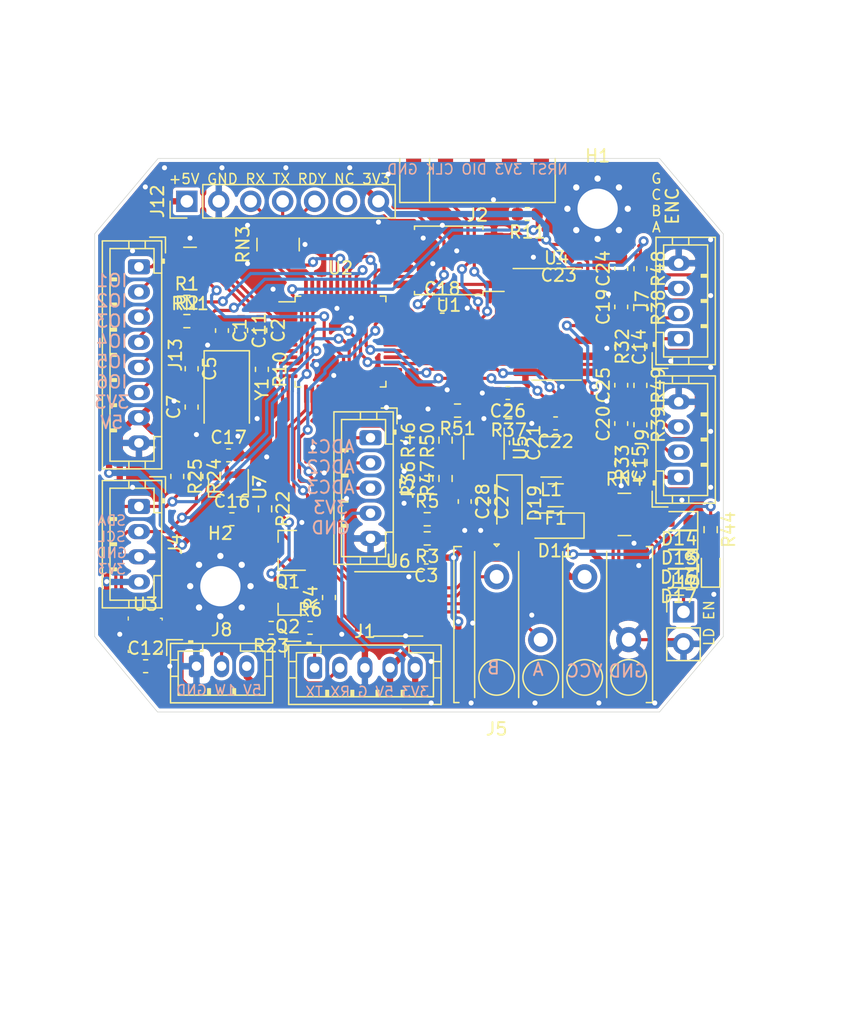
<source format=kicad_pcb>
(kicad_pcb (version 20171130) (host pcbnew 5.1.9-73d0e3b20d~88~ubuntu20.10.1)
  (layers (0 F.Cu signal) (31 B.Cu signal) (34 B.Paste user) (35 F.Paste user) (36 B.SilkS user) (37 F.SilkS user) (38 B.Mask user) (39 F.Mask user) (44 Edge.Cuts user))
  (net 0 "")
  (net 1 GND)
  (net 2 +3V3)
  (net 3 "Net-(C7-Pad1)")
  (net 4 +5V)
  (net 5 VCC)
  (net 6 "Net-(D15-Pad2)")
  (net 7 /NRST)
  (net 8 /SWDIO)
  (net 9 /SWCLK)
  (net 10 /I2C_SCL)
  (net 11 /I2C_SDA)
  (net 12 /USART2_TX)
  (net 13 /USART2_RX)
  (net 14 /1WIRE_DQ)
  (net 15 /RS485_B)
  (net 16 /RS485_A)
  (net 17 /STM_LED1)
  (net 18 /STM_LED2)
  (net 19 /USART1_TX)
  (net 20 /USART1_RX)
  (net 21 /RS485_RW)
  (net 22 /SPI_MOSI)
  (net 23 /SPI_MISO)
  (net 24 /SPI_SCK)
  (net 25 /SPI_NSS)
  (net 26 "Net-(C5-Pad1)")
  (net 27 /ENC1_A_IN)
  (net 28 /ENC2_A_IN)
  (net 29 /ENC1_B_IN)
  (net 30 /ENC2_B_IN)
  (net 31 /ENC1_C_IN)
  (net 32 /ENC2_C_IN)
  (net 33 "Net-(D14-Pad2)")
  (net 34 "Net-(D14-Pad1)")
  (net 35 "Net-(D16-Pad2)")
  (net 36 "Net-(D17-Pad2)")
  (net 37 "Net-(D18-Pad2)")
  (net 38 "Net-(Q1-Pad3)")
  (net 39 /ENC2_C_STM)
  (net 40 /ENC2_B_STM)
  (net 41 /ENC2_A_STM)
  (net 42 /ENC1_B_STM)
  (net 43 /ENC1_A_STM)
  (net 44 /ENC1_C_STM)
  (net 45 /USART3_RX)
  (net 46 /USART3_TX)
  (net 47 "Net-(C21-Pad2)")
  (net 48 "Net-(C21-Pad1)")
  (net 49 "Net-(C26-Pad2)")
  (net 50 "Net-(D11-Pad1)")
  (net 51 /VIN_SENSE)
  (net 52 "Net-(R47-Pad2)")
  (net 53 "Net-(D11-Pad2)")
  (net 54 "Net-(J12-Pad3)")
  (net 55 "Net-(J1-Pad1)")
  (net 56 "Net-(J1-Pad2)")
  (net 57 "Net-(J12-Pad4)")
  (net 58 /SCD30_RDY)
  (net 59 "Net-(J12-Pad5)")
  (net 60 /GPIO6)
  (net 61 /GPIO5)
  (net 62 /GPIO4)
  (net 63 /ADC3)
  (net 64 /ADC2)
  (net 65 /ADC1)
  (net 66 /GPIO3)
  (net 67 /GPIO2)
  (net 68 /GPIO1)
  (net 69 "Net-(J13-Pad6)")
  (net 70 "Net-(J13-Pad5)")
  (net 71 "Net-(J13-Pad4)")
  (net 72 "Net-(J13-Pad3)")
  (net 73 "Net-(J13-Pad2)")
  (net 74 "Net-(J13-Pad1)")
  (net 75 /USART4_TX)
  (net 76 /5V_SENSE)
  (module DR_Footprints:SIP-5 (layer F.Cu) (at 155.448 79.502)
    (fp_text reference J2 (at 0 3) (layer F.SilkS))
    (fp_text value PROG)
    (pad 5 smd rect (at 5.08 0) (size 1.2 3) (layers F.Cu F.Paste F.Mask) (net 7 /NRST))
    (pad 4 smd rect (at 2.54 0) (size 1.2 3) (layers F.Cu F.Paste F.Mask) (net 2 +3V3))
    (pad 3 smd rect (at 0 0) (size 1.2 3) (layers F.Cu F.Paste F.Mask) (net 8 /SWDIO))
    (pad 2 smd rect (at -2.54 0) (size 1.2 3) (layers F.Cu F.Paste F.Mask) (net 9 /SWCLK))
    (pad 1 smd rect (at -5.08 0) (size 1.2 3) (layers F.Cu F.Paste F.Mask) (net 1 GND))
  )
  (module Resistor_SMD:R_0603_1608Metric (layer F.Cu) (at 151.447 106.68)
    (fp_text reference R5 (at 0 -1.43) (layer F.SilkS))
    (fp_text value 15k)
    (pad 2 smd roundrect (at 0.825 0) (size 0.8 0.95) (layers F.Cu F.Paste F.Mask) (net 1 GND))
    (pad 1 smd roundrect (at -0.825 0) (size 0.8 0.95) (layers F.Cu F.Paste F.Mask) (net 76 /5V_SENSE))
  )
  (module Resistor_SMD:R_0603_1608Metric (layer F.Cu) (at 151.448 108.204 180)
    (fp_text reference R3 (at 0 -1.43) (layer F.SilkS))
    (fp_text value 15k)
    (pad 2 smd roundrect (at 0.825 0 180) (size 0.8 0.95) (layers F.Cu F.Paste F.Mask) (net 76 /5V_SENSE))
    (pad 1 smd roundrect (at -0.825 0 180) (size 0.8 0.95) (layers F.Cu F.Paste F.Mask) (net 4 +5V))
  )
  (module Connector_JST:JST_PH_B5B-PH-K_1x05_P2.00mm_Vertical (layer F.Cu) (at 146.939 100.203 270)
    (fp_text reference J3 (at 4 -2.9 90) (layer F.SilkS))
    (fp_text value ADC)
    (pad 5 thru_hole oval (at 8 0 270) (size 1.2 1.75) (drill 0.75) (layers *.Cu *.Mask) (net 1 GND))
    (pad 4 thru_hole oval (at 6 0 270) (size 1.2 1.75) (drill 0.75) (layers *.Cu *.Mask) (net 2 +3V3))
    (pad 3 thru_hole oval (at 4 0 270) (size 1.2 1.75) (drill 0.75) (layers *.Cu *.Mask) (net 63 /ADC3))
    (pad 2 thru_hole oval (at 2 0 270) (size 1.2 1.75) (drill 0.75) (layers *.Cu *.Mask) (net 64 /ADC2))
    (pad 1 thru_hole roundrect (at 0 0 270) (size 1.2 1.75) (drill 0.75) (layers *.Cu *.Mask) (roundrect_rratio 0.2083325) (net 65 /ADC1))
  )
  (module Package_TO_SOT_SMD:SOT-23 (layer F.Cu) (at 135.636 104.14 270)
    (fp_text reference U7 (at 0 -2.5 90) (layer F.SilkS))
    (fp_text value XC6206P332MR)
    (pad 3 smd rect (at 1 0 270) (size 0.9 0.8) (layers F.Cu F.Paste F.Mask) (net 4 +5V))
    (pad 2 smd rect (at -1 0.95 270) (size 0.9 0.8) (layers F.Cu F.Paste F.Mask) (net 2 +3V3))
    (pad 1 smd rect (at -1 -0.95 270) (size 0.9 0.8) (layers F.Cu F.Paste F.Mask) (net 1 GND))
  )
  (module Package_SO:SOIC-8_5.23x5.23mm_P1.27mm (layer F.Cu) (at 153.162 86.106 180)
    (fp_text reference U1 (at 0 -3.56) (layer F.SilkS))
    (fp_text value W25Q128JVS)
    (pad 8 smd roundrect (at 3.6 -1.905 180) (size 1.6 0.6) (layers F.Cu F.Paste F.Mask) (net 2 +3V3))
    (pad 7 smd roundrect (at 3.6 -0.635 180) (size 1.6 0.6) (layers F.Cu F.Paste F.Mask))
    (pad 6 smd roundrect (at 3.6 0.635 180) (size 1.6 0.6) (layers F.Cu F.Paste F.Mask) (net 24 /SPI_SCK))
    (pad 5 smd roundrect (at 3.6 1.905 180) (size 1.6 0.6) (layers F.Cu F.Paste F.Mask) (net 22 /SPI_MOSI))
    (pad 4 smd roundrect (at -3.6 1.905 180) (size 1.6 0.6) (layers F.Cu F.Paste F.Mask) (net 1 GND))
    (pad 3 smd roundrect (at -3.6 0.635 180) (size 1.6 0.6) (layers F.Cu F.Paste F.Mask))
    (pad 2 smd roundrect (at -3.6 -0.635 180) (size 1.6 0.6) (layers F.Cu F.Paste F.Mask) (net 23 /SPI_MISO))
    (pad 1 smd roundrect (at -3.6 -1.905 180) (size 1.6 0.6) (layers F.Cu F.Paste F.Mask) (net 25 /SPI_NSS))
  )
  (module Resistor_SMD:R_0603_1608Metric (layer F.Cu) (at 132.3345 90.932)
    (fp_text reference R2 (at 0 -1.43) (layer F.SilkS))
    (fp_text value 330R)
    (pad 2 smd roundrect (at 0.825 0) (size 0.8 0.95) (layers F.Cu F.Paste F.Mask) (net 60 /GPIO6))
    (pad 1 smd roundrect (at -0.825 0) (size 0.8 0.95) (layers F.Cu F.Paste F.Mask) (net 69 "Net-(J13-Pad6)"))
  )
  (module Resistor_SMD:R_0603_1608Metric (layer F.Cu) (at 132.334 89.408)
    (fp_text reference R1 (at 0 -1.43) (layer F.SilkS))
    (fp_text value 330R)
    (pad 2 smd roundrect (at 0.825 0) (size 0.8 0.95) (layers F.Cu F.Paste F.Mask) (net 61 /GPIO5))
    (pad 1 smd roundrect (at -0.825 0) (size 0.8 0.95) (layers F.Cu F.Paste F.Mask) (net 70 "Net-(J13-Pad5)"))
  )
  (module Connector_JST:JST_PH_B4B-PH-K_1x04_P2.00mm_Vertical (layer F.Cu) (at 128.524 105.664 270)
    (fp_text reference J4 (at 3 -2.9 90) (layer F.SilkS))
    (fp_text value I2C)
    (pad 4 thru_hole oval (at 6 0 270) (size 1.2 1.75) (drill 0.75) (layers *.Cu *.Mask) (net 2 +3V3))
    (pad 3 thru_hole oval (at 4 0 270) (size 1.2 1.75) (drill 0.75) (layers *.Cu *.Mask) (net 1 GND))
    (pad 2 thru_hole oval (at 2 0 270) (size 1.2 1.75) (drill 0.75) (layers *.Cu *.Mask) (net 10 /I2C_SCL))
    (pad 1 thru_hole roundrect (at 0 0 270) (size 1.2 1.75) (drill 0.75) (layers *.Cu *.Mask) (roundrect_rratio 0.2083325) (net 11 /I2C_SDA))
  )
  (module Connector_JST:JST_PH_B3B-PH-K_1x03_P2.00mm_Vertical (layer F.Cu) (at 133.096 118.364)
    (fp_text reference J8 (at 2 -2.9) (layer F.SilkS))
    (fp_text value 1Wire)
    (pad 3 thru_hole oval (at 4 0) (size 1.2 1.75) (drill 0.75) (layers *.Cu *.Mask) (net 4 +5V))
    (pad 2 thru_hole oval (at 2 0) (size 1.2 1.75) (drill 0.75) (layers *.Cu *.Mask) (net 14 /1WIRE_DQ))
    (pad 1 thru_hole roundrect (at 0 0) (size 1.2 1.75) (drill 0.75) (layers *.Cu *.Mask) (roundrect_rratio 0.2083325) (net 1 GND))
  )
  (module Capacitor_SMD:C_0603_1608Metric (layer F.Cu) (at 151.371 109.728 180)
    (fp_text reference C3 (at 0 -1.43) (layer F.SilkS))
    (fp_text value 100n)
    (pad 2 smd roundrect (at 0.775 0 180) (size 0.9 0.95) (layers F.Cu F.Paste F.Mask) (net 1 GND))
    (pad 1 smd roundrect (at -0.775 0 180) (size 0.9 0.95) (layers F.Cu F.Paste F.Mask) (net 4 +5V))
  )
  (module Crystal:Crystal_SMD_5032-2Pin_5.0x3.2mm (layer F.Cu) (at 135.509 96.338 270)
    (fp_text reference Y1 (at 0 -2.8 90) (layer F.SilkS))
    (fp_text value 8MHz)
    (pad 2 smd rect (at 1.85 0 270) (size 2 2.4) (layers F.Cu F.Paste F.Mask) (net 3 "Net-(C7-Pad1)"))
    (pad 1 smd rect (at -1.85 0 270) (size 2 2.4) (layers F.Cu F.Paste F.Mask) (net 26 "Net-(C5-Pad1)"))
  )
  (module LED_driver:PTSA_1.5_4-3.5-Z-1985218 (layer F.Cu) (at 156.972 111.252)
    (fp_text reference J5 (at 0 12.1) (layer F.SilkS))
    (fp_text value POWER+RS-485)
    (pad 4 thru_hole circle (at 10.5 5) (size 2 2) (drill 1.1) (layers *.Cu *.Mask) (net 1 GND))
    (pad 3 thru_hole circle (at 7 0) (size 2 2) (drill 1.1) (layers *.Cu *.Mask) (net 53 "Net-(D11-Pad2)"))
    (pad 2 thru_hole circle (at 3.5 5) (size 2 2) (drill 1.1) (layers *.Cu *.Mask) (net 16 /RS485_A))
    (pad 1 thru_hole circle (at 0 0) (size 2 2) (drill 1.1) (layers *.Cu *.Mask) (net 15 /RS485_B))
  )
  (module Connector_JST:JST_PH_B5B-PH-K_1x05_P2.00mm_Vertical (layer F.Cu) (at 142.494 118.491)
    (fp_text reference J1 (at 4 -2.9) (layer F.SilkS))
    (fp_text value USART2)
    (pad 5 thru_hole oval (at 8 0) (size 1.2 1.75) (drill 0.75) (layers *.Cu *.Mask) (net 2 +3V3))
    (pad 4 thru_hole oval (at 6 0) (size 1.2 1.75) (drill 0.75) (layers *.Cu *.Mask) (net 4 +5V))
    (pad 3 thru_hole oval (at 4 0) (size 1.2 1.75) (drill 0.75) (layers *.Cu *.Mask) (net 1 GND))
    (pad 2 thru_hole oval (at 2 0) (size 1.2 1.75) (drill 0.75) (layers *.Cu *.Mask) (net 56 "Net-(J1-Pad2)"))
    (pad 1 thru_hole roundrect (at 0 0) (size 1.2 1.75) (drill 0.75) (layers *.Cu *.Mask) (roundrect_rratio 0.2083325) (net 55 "Net-(J1-Pad1)"))
  )
  (module Resistor_SMD:R_Array_Convex_4x0603 (layer F.Cu) (at 167.132 106.299)
    (fp_text reference RN4 (at 0 -2.8) (layer F.SilkS))
    (fp_text value 330R)
    (pad 5 smd rect (at 0.9 1.2) (size 0.8 0.5) (layers F.Cu F.Paste F.Mask) (net 36 "Net-(D17-Pad2)"))
    (pad 6 smd rect (at 0.9 0.4) (size 0.8 0.4) (layers F.Cu F.Paste F.Mask) (net 35 "Net-(D16-Pad2)"))
    (pad 8 smd rect (at 0.9 -1.2) (size 0.8 0.5) (layers F.Cu F.Paste F.Mask) (net 33 "Net-(D14-Pad2)"))
    (pad 7 smd rect (at 0.9 -0.4) (size 0.8 0.4) (layers F.Cu F.Paste F.Mask) (net 6 "Net-(D15-Pad2)"))
    (pad 4 smd rect (at -0.9 1.2) (size 0.8 0.5) (layers F.Cu F.Paste F.Mask) (net 20 /USART1_RX))
    (pad 2 smd rect (at -0.9 -0.4) (size 0.8 0.4) (layers F.Cu F.Paste F.Mask) (net 18 /STM_LED2))
    (pad 3 smd rect (at -0.9 0.4) (size 0.8 0.4) (layers F.Cu F.Paste F.Mask) (net 19 /USART1_TX))
    (pad 1 smd rect (at -0.9 -1.2) (size 0.8 0.5) (layers F.Cu F.Paste F.Mask) (net 17 /STM_LED1))
  )
  (module LED_SMD:LED_0603_1608Metric (layer F.Cu) (at 173.99 110.5915 90)
    (fp_text reference D18 (at 0 -1.43 90) (layer F.SilkS))
    (fp_text value L_12V)
    (pad 2 smd roundrect (at 0.7875 0 90) (size 0.875 0.95) (layers F.Cu F.Paste F.Mask) (net 37 "Net-(D18-Pad2)"))
    (pad 1 smd roundrect (at -0.7875 0 90) (size 0.875 0.95) (layers F.Cu F.Paste F.Mask) (net 34 "Net-(D14-Pad1)"))
  )
  (module LED_SMD:LED_0603_1608Metric (layer F.Cu) (at 171.4245 111.379 180)
    (fp_text reference D17 (at 0 -1.43) (layer F.SilkS))
    (fp_text value L_RX)
    (pad 2 smd roundrect (at 0.7875 0 180) (size 0.875 0.95) (layers F.Cu F.Paste F.Mask) (net 36 "Net-(D17-Pad2)"))
    (pad 1 smd roundrect (at -0.7875 0 180) (size 0.875 0.95) (layers F.Cu F.Paste F.Mask) (net 34 "Net-(D14-Pad1)"))
  )
  (module LED_SMD:LED_0603_1608Metric (layer F.Cu) (at 171.4245 109.855 180)
    (fp_text reference D16 (at 0 -1.43) (layer F.SilkS))
    (fp_text value L_TX)
    (pad 2 smd roundrect (at 0.7875 0 180) (size 0.875 0.95) (layers F.Cu F.Paste F.Mask) (net 35 "Net-(D16-Pad2)"))
    (pad 1 smd roundrect (at -0.7875 0 180) (size 0.875 0.95) (layers F.Cu F.Paste F.Mask) (net 34 "Net-(D14-Pad1)"))
  )
  (module LED_SMD:LED_0603_1608Metric (layer F.Cu) (at 171.4755 108.331 180)
    (fp_text reference D15 (at 0 -1.43) (layer F.SilkS))
    (fp_text value L_U2)
    (pad 2 smd roundrect (at 0.7875 0 180) (size 0.875 0.95) (layers F.Cu F.Paste F.Mask) (net 6 "Net-(D15-Pad2)"))
    (pad 1 smd roundrect (at -0.7875 0 180) (size 0.875 0.95) (layers F.Cu F.Paste F.Mask) (net 34 "Net-(D14-Pad1)"))
  )
  (module LED_SMD:LED_0603_1608Metric (layer F.Cu) (at 171.4755 106.807 180)
    (fp_text reference D14 (at 0 -1.43) (layer F.SilkS))
    (fp_text value L_U1)
    (pad 2 smd roundrect (at 0.7875 0 180) (size 0.875 0.95) (layers F.Cu F.Paste F.Mask) (net 33 "Net-(D14-Pad2)"))
    (pad 1 smd roundrect (at -0.7875 0 180) (size 0.875 0.95) (layers F.Cu F.Paste F.Mask) (net 34 "Net-(D14-Pad1)"))
  )
  (module Resistor_SMD:R_Array_Convex_4x0603 (layer F.Cu) (at 139.592 84.847 90)
    (fp_text reference RN3 (at 0 -2.8 90) (layer F.SilkS))
    (fp_text value 330R)
    (pad 5 smd rect (at 0.9 1.2 90) (size 0.8 0.5) (layers F.Cu F.Paste F.Mask) (net 59 "Net-(J12-Pad5)"))
    (pad 6 smd rect (at 0.9 0.4 90) (size 0.8 0.4) (layers F.Cu F.Paste F.Mask) (net 57 "Net-(J12-Pad4)"))
    (pad 8 smd rect (at 0.9 -1.2 90) (size 0.8 0.5) (layers F.Cu F.Paste F.Mask))
    (pad 7 smd rect (at 0.9 -0.4 90) (size 0.8 0.4) (layers F.Cu F.Paste F.Mask) (net 54 "Net-(J12-Pad3)"))
    (pad 4 smd rect (at -0.9 1.2 90) (size 0.8 0.5) (layers F.Cu F.Paste F.Mask) (net 58 /SCD30_RDY))
    (pad 2 smd rect (at -0.9 -0.4 90) (size 0.8 0.4) (layers F.Cu F.Paste F.Mask) (net 45 /USART3_RX))
    (pad 3 smd rect (at -0.9 0.4 90) (size 0.8 0.4) (layers F.Cu F.Paste F.Mask) (net 46 /USART3_TX))
    (pad 1 smd rect (at -0.9 -1.2 90) (size 0.8 0.5) (layers F.Cu F.Paste F.Mask))
  )
  (module Resistor_SMD:R_Array_Convex_4x0603 (layer F.Cu) (at 132.588 86.741 180)
    (fp_text reference RN1 (at 0 -2.8) (layer F.SilkS))
    (fp_text value 330R)
    (pad 5 smd rect (at 0.9 1.2 180) (size 0.8 0.5) (layers F.Cu F.Paste F.Mask) (net 74 "Net-(J13-Pad1)"))
    (pad 6 smd rect (at 0.9 0.4 180) (size 0.8 0.4) (layers F.Cu F.Paste F.Mask) (net 73 "Net-(J13-Pad2)"))
    (pad 8 smd rect (at 0.9 -1.2 180) (size 0.8 0.5) (layers F.Cu F.Paste F.Mask) (net 71 "Net-(J13-Pad4)"))
    (pad 7 smd rect (at 0.9 -0.4 180) (size 0.8 0.4) (layers F.Cu F.Paste F.Mask) (net 72 "Net-(J13-Pad3)"))
    (pad 4 smd rect (at -0.9 1.2 180) (size 0.8 0.5) (layers F.Cu F.Paste F.Mask) (net 68 /GPIO1))
    (pad 2 smd rect (at -0.9 -0.4 180) (size 0.8 0.4) (layers F.Cu F.Paste F.Mask) (net 66 /GPIO3))
    (pad 3 smd rect (at -0.9 0.4 180) (size 0.8 0.4) (layers F.Cu F.Paste F.Mask) (net 67 /GPIO2))
    (pad 1 smd rect (at -0.9 -1.2 180) (size 0.8 0.5) (layers F.Cu F.Paste F.Mask) (net 62 /GPIO4))
  )
  (module Connector_JST:JST_PH_B8B-PH-K_1x08_P2.00mm_Vertical (layer F.Cu) (at 128.524 86.614 270)
    (fp_text reference J13 (at 7 -2.9 90) (layer F.SilkS))
    (fp_text value GPIO)
    (pad 8 thru_hole oval (at 14 0 270) (size 1.2 1.75) (drill 0.75) (layers *.Cu *.Mask) (net 1 GND))
    (pad 7 thru_hole oval (at 12 0 270) (size 1.2 1.75) (drill 0.75) (layers *.Cu *.Mask) (net 2 +3V3))
    (pad 6 thru_hole oval (at 10 0 270) (size 1.2 1.75) (drill 0.75) (layers *.Cu *.Mask) (net 69 "Net-(J13-Pad6)"))
    (pad 5 thru_hole oval (at 8 0 270) (size 1.2 1.75) (drill 0.75) (layers *.Cu *.Mask) (net 70 "Net-(J13-Pad5)"))
    (pad 4 thru_hole oval (at 6 0 270) (size 1.2 1.75) (drill 0.75) (layers *.Cu *.Mask) (net 71 "Net-(J13-Pad4)"))
    (pad 3 thru_hole oval (at 4 0 270) (size 1.2 1.75) (drill 0.75) (layers *.Cu *.Mask) (net 72 "Net-(J13-Pad3)"))
    (pad 2 thru_hole oval (at 2 0 270) (size 1.2 1.75) (drill 0.75) (layers *.Cu *.Mask) (net 73 "Net-(J13-Pad2)"))
    (pad 1 thru_hole roundrect (at 0 0 270) (size 1.2 1.75) (drill 0.75) (layers *.Cu *.Mask) (roundrect_rratio 0.2083325) (net 74 "Net-(J13-Pad1)"))
  )
  (module Connector_PinHeader_2.54mm:PinHeader_1x07_P2.54mm_Vertical (layer F.Cu) (at 132.334 81.407 90)
    (fp_text reference J12 (at 0 -2.33 90) (layer F.SilkS))
    (fp_text value SCD30)
    (pad 7 thru_hole oval (at 0 15.24 90) (size 1.7 1.7) (drill 1) (layers *.Cu *.Mask) (net 2 +3V3))
    (pad 6 thru_hole oval (at 0 12.7 90) (size 1.7 1.7) (drill 1) (layers *.Cu *.Mask))
    (pad 5 thru_hole oval (at 0 10.16 90) (size 1.7 1.7) (drill 1) (layers *.Cu *.Mask) (net 59 "Net-(J12-Pad5)"))
    (pad 4 thru_hole oval (at 0 7.62 90) (size 1.7 1.7) (drill 1) (layers *.Cu *.Mask) (net 57 "Net-(J12-Pad4)"))
    (pad 3 thru_hole oval (at 0 5.08 90) (size 1.7 1.7) (drill 1) (layers *.Cu *.Mask) (net 54 "Net-(J12-Pad3)"))
    (pad 2 thru_hole oval (at 0 2.54 90) (size 1.7 1.7) (drill 1) (layers *.Cu *.Mask) (net 1 GND))
    (pad 1 thru_hole rect (at 0 0 90) (size 1.7 1.7) (drill 1) (layers *.Cu *.Mask) (net 4 +5V))
  )
  (module Connector_JST:JST_PH_B4B-PH-K_1x04_P2.00mm_Vertical (layer F.Cu) (at 171.45 103.346 90)
    (fp_text reference J9 (at 3 -2.9 90) (layer F.SilkS))
    (fp_text value ENC2)
    (pad 4 thru_hole oval (at 6 0 90) (size 1.2 1.75) (drill 0.75) (layers *.Cu *.Mask) (net 1 GND))
    (pad 3 thru_hole oval (at 4 0 90) (size 1.2 1.75) (drill 0.75) (layers *.Cu *.Mask) (net 32 /ENC2_C_IN))
    (pad 2 thru_hole oval (at 2 0 90) (size 1.2 1.75) (drill 0.75) (layers *.Cu *.Mask) (net 30 /ENC2_B_IN))
    (pad 1 thru_hole roundrect (at 0 0 90) (size 1.2 1.75) (drill 0.75) (layers *.Cu *.Mask) (roundrect_rratio 0.2083325) (net 28 /ENC2_A_IN))
  )
  (module Connector_JST:JST_PH_B4B-PH-K_1x04_P2.00mm_Vertical (layer F.Cu) (at 171.45 92.329 90)
    (fp_text reference J7 (at 3 -2.9 90) (layer F.SilkS))
    (fp_text value ENC1)
    (pad 4 thru_hole oval (at 6 0 90) (size 1.2 1.75) (drill 0.75) (layers *.Cu *.Mask) (net 1 GND))
    (pad 3 thru_hole oval (at 4 0 90) (size 1.2 1.75) (drill 0.75) (layers *.Cu *.Mask) (net 31 /ENC1_C_IN))
    (pad 2 thru_hole oval (at 2 0 90) (size 1.2 1.75) (drill 0.75) (layers *.Cu *.Mask) (net 29 /ENC1_B_IN))
    (pad 1 thru_hole roundrect (at 0 0 90) (size 1.2 1.75) (drill 0.75) (layers *.Cu *.Mask) (roundrect_rratio 0.2083325) (net 27 /ENC1_A_IN))
  )
  (module Diode_SMD:D_SOD-123 (layer F.Cu) (at 157.988 105.409 270)
    (fp_text reference D19 (at 0 -2 90) (layer F.SilkS))
    (fp_text value B5819W)
    (pad 2 smd rect (at 1.65 0 270) (size 0.9 1.2) (layers F.Cu F.Paste F.Mask) (net 1 GND))
    (pad 1 smd rect (at -1.65 0 270) (size 0.9 1.2) (layers F.Cu F.Paste F.Mask) (net 47 "Net-(C21-Pad2)"))
  )
  (module Diode_SMD:D_SOD-123 (layer F.Cu) (at 161.67 107.188 180)
    (fp_text reference D11 (at 0 -2) (layer F.SilkS))
    (fp_text value B5819W)
    (pad 2 smd rect (at 1.65 0 180) (size 0.9 1.2) (layers F.Cu F.Paste F.Mask) (net 53 "Net-(D11-Pad2)"))
    (pad 1 smd rect (at -1.65 0 180) (size 0.9 1.2) (layers F.Cu F.Paste F.Mask) (net 50 "Net-(D11-Pad1)"))
  )
  (module Inductor_SMD:L_Abracon_ASPI-3012S (layer F.Cu) (at 161.297 101.727)
    (fp_text reference L1 (at 0 2.6) (layer F.SilkS))
    (fp_text value 10uH)
    (pad 2 smd rect (at 1.15 0) (size 1 2.75) (layers F.Cu F.Paste F.Mask) (net 4 +5V))
    (pad 1 smd rect (at -1.15 0) (size 1 2.75) (layers F.Cu F.Paste F.Mask) (net 47 "Net-(C21-Pad2)"))
  )
  (module Package_TO_SOT_SMD:SOT-23-6 (layer F.Cu) (at 155.956 101.008 270)
    (fp_text reference U5 (at 0 -2.9 90) (layer F.SilkS))
    (fp_text value MP2451)
    (pad 5 smd rect (at 1.1 0 270) (size 1.06 0.65) (layers F.Cu F.Paste F.Mask) (net 5 VCC))
    (pad 6 smd rect (at 1.1 -0.95 270) (size 1.06 0.65) (layers F.Cu F.Paste F.Mask) (net 47 "Net-(C21-Pad2)"))
    (pad 4 smd rect (at 1.1 0.95 270) (size 1.06 0.65) (layers F.Cu F.Paste F.Mask) (net 52 "Net-(R47-Pad2)"))
    (pad 3 smd rect (at -1.1 0.95 270) (size 1.06 0.65) (layers F.Cu F.Paste F.Mask) (net 49 "Net-(C26-Pad2)"))
    (pad 2 smd rect (at -1.1 0 270) (size 1.06 0.65) (layers F.Cu F.Paste F.Mask) (net 1 GND))
    (pad 1 smd rect (at -1.1 -0.95 270) (size 1.06 0.65) (layers F.Cu F.Paste F.Mask) (net 48 "Net-(C21-Pad1)"))
  )
  (module Resistor_SMD:R_0603_1608Metric (layer F.Cu) (at 153.86 98.044 180)
    (fp_text reference R51 (at 0 -1.43) (layer F.SilkS))
    (fp_text value R)
    (pad 2 smd roundrect (at 0.825 0 180) (size 0.8 0.95) (layers F.Cu F.Paste F.Mask) (net 1 GND))
    (pad 1 smd roundrect (at -0.825 0 180) (size 0.8 0.95) (layers F.Cu F.Paste F.Mask) (net 49 "Net-(C26-Pad2)"))
  )
  (module Resistor_SMD:R_0603_1608Metric (layer F.Cu) (at 152.908 100.394 90)
    (fp_text reference R50 (at 0 -1.43 90) (layer F.SilkS))
    (fp_text value R)
    (pad 2 smd roundrect (at 0.825 0 90) (size 0.8 0.95) (layers F.Cu F.Paste F.Mask) (net 1 GND))
    (pad 1 smd roundrect (at -0.825 0 90) (size 0.8 0.95) (layers F.Cu F.Paste F.Mask) (net 52 "Net-(R47-Pad2)"))
  )
  (module Resistor_SMD:R_0603_1608Metric (layer F.Cu) (at 152.908 103.441 90)
    (fp_text reference R47 (at 0 -1.43 90) (layer F.SilkS))
    (fp_text value R)
    (pad 2 smd roundrect (at 0.825 0 90) (size 0.8 0.95) (layers F.Cu F.Paste F.Mask) (net 52 "Net-(R47-Pad2)"))
    (pad 1 smd roundrect (at -0.825 0 90) (size 0.8 0.95) (layers F.Cu F.Paste F.Mask) (net 5 VCC))
  )
  (module Resistor_SMD:R_0603_1608Metric (layer F.Cu) (at 157.924 98.171 180)
    (fp_text reference R37 (at 0 -1.43) (layer F.SilkS))
    (fp_text value R)
    (pad 2 smd roundrect (at 0.825 0 180) (size 0.8 0.95) (layers F.Cu F.Paste F.Mask) (net 49 "Net-(C26-Pad2)"))
    (pad 1 smd roundrect (at -0.825 0 180) (size 0.8 0.95) (layers F.Cu F.Paste F.Mask) (net 4 +5V))
  )
  (module Fuse:Fuse_1206_3216Metric (layer F.Cu) (at 161.668 104.775 180)
    (fp_text reference F1 (at 0 -1.82) (layer F.SilkS))
    (fp_text value nSMD020-30V)
    (pad 2 smd roundrect (at 1.4 0 180) (size 1.25 1.75) (layers F.Cu F.Paste F.Mask) (roundrect_rratio 0.2) (net 5 VCC))
    (pad 1 smd roundrect (at -1.4 0 180) (size 1.25 1.75) (layers F.Cu F.Paste F.Mask) (roundrect_rratio 0.2) (net 50 "Net-(D11-Pad1)"))
  )
  (module Capacitor_SMD:C_0603_1608Metric (layer F.Cu) (at 154.432 105.27 270)
    (fp_text reference C28 (at 0 -1.43 90) (layer F.SilkS))
    (fp_text value 1u)
    (pad 2 smd roundrect (at 0.775 0 270) (size 0.9 0.95) (layers F.Cu F.Paste F.Mask) (net 1 GND))
    (pad 1 smd roundrect (at -0.775 0 270) (size 0.9 0.95) (layers F.Cu F.Paste F.Mask) (net 5 VCC))
  )
  (module Capacitor_SMD:C_0603_1608Metric (layer F.Cu) (at 155.956 105.27 270)
    (fp_text reference C27 (at 0 -1.43 90) (layer F.SilkS))
    (fp_text value 1u)
    (pad 2 smd roundrect (at 0.775 0 270) (size 0.9 0.95) (layers F.Cu F.Paste F.Mask) (net 1 GND))
    (pad 1 smd roundrect (at -0.775 0 270) (size 0.9 0.95) (layers F.Cu F.Paste F.Mask) (net 5 VCC))
  )
  (module Capacitor_SMD:C_0603_1608Metric (layer F.Cu) (at 157.861 96.647 180)
    (fp_text reference C26 (at 0 -1.43) (layer F.SilkS))
    (fp_text value 33p)
    (pad 2 smd roundrect (at 0.775 0 180) (size 0.9 0.95) (layers F.Cu F.Paste F.Mask) (net 49 "Net-(C26-Pad2)"))
    (pad 1 smd roundrect (at -0.775 0 180) (size 0.9 0.95) (layers F.Cu F.Paste F.Mask) (net 4 +5V))
  )
  (module Capacitor_SMD:C_0603_1608Metric (layer F.Cu) (at 161.658 99.06 180)
    (fp_text reference C22 (at 0 -1.43) (layer F.SilkS))
    (fp_text value 10u)
    (pad 2 smd roundrect (at 0.775 0 180) (size 0.9 0.95) (layers F.Cu F.Paste F.Mask) (net 1 GND))
    (pad 1 smd roundrect (at -0.775 0 180) (size 0.9 0.95) (layers F.Cu F.Paste F.Mask) (net 4 +5V))
  )
  (module Capacitor_SMD:C_0603_1608Metric (layer F.Cu) (at 158.496 100.597 270)
    (fp_text reference C21 (at 0 -1.43 90) (layer F.SilkS))
    (fp_text value 100n)
    (pad 2 smd roundrect (at 0.775 0 270) (size 0.9 0.95) (layers F.Cu F.Paste F.Mask) (net 47 "Net-(C21-Pad2)"))
    (pad 1 smd roundrect (at -0.775 0 270) (size 0.9 0.95) (layers F.Cu F.Paste F.Mask) (net 48 "Net-(C21-Pad1)"))
  )
  (module Package_SO:SOP-8_3.9x4.9mm_P1.27mm (layer F.Cu) (at 149.14 113.411)
    (fp_text reference U6 (at 0 -3.4) (layer F.SilkS))
    (fp_text value SN65HVD3082EDR)
    (pad 8 smd roundrect (at 2.625 -1.905) (size 1.65 0.6) (layers F.Cu F.Paste F.Mask) (net 4 +5V))
    (pad 7 smd roundrect (at 2.625 -0.635) (size 1.65 0.6) (layers F.Cu F.Paste F.Mask) (net 15 /RS485_B))
    (pad 6 smd roundrect (at 2.625 0.635) (size 1.65 0.6) (layers F.Cu F.Paste F.Mask) (net 16 /RS485_A))
    (pad 5 smd roundrect (at 2.625 1.905) (size 1.65 0.6) (layers F.Cu F.Paste F.Mask) (net 1 GND))
    (pad 4 smd roundrect (at -2.625 1.905) (size 1.65 0.6) (layers F.Cu F.Paste F.Mask) (net 19 /USART1_TX))
    (pad 3 smd roundrect (at -2.625 0.635) (size 1.65 0.6) (layers F.Cu F.Paste F.Mask) (net 21 /RS485_RW))
    (pad 2 smd roundrect (at -2.625 -0.635) (size 1.65 0.6) (layers F.Cu F.Paste F.Mask) (net 21 /RS485_RW))
    (pad 1 smd roundrect (at -2.625 -1.905) (size 1.65 0.6) (layers F.Cu F.Paste F.Mask) (net 20 /USART1_RX))
  )
  (module Package_SO:SOIC-14_3.9x8.7mm_P1.27mm (layer F.Cu) (at 161.736 91.186)
    (fp_text reference U4 (at 0 -5.28) (layer F.SilkS))
    (fp_text value 74HC14)
    (pad 14 smd roundrect (at 2.475 -3.81) (size 1.95 0.6) (layers F.Cu F.Paste F.Mask) (net 2 +3V3))
    (pad 13 smd roundrect (at 2.475 -2.54) (size 1.95 0.6) (layers F.Cu F.Paste F.Mask) (net 29 /ENC1_B_IN))
    (pad 12 smd roundrect (at 2.475 -1.27) (size 1.95 0.6) (layers F.Cu F.Paste F.Mask) (net 42 /ENC1_B_STM))
    (pad 11 smd roundrect (at 2.475 0) (size 1.95 0.6) (layers F.Cu F.Paste F.Mask) (net 28 /ENC2_A_IN))
    (pad 10 smd roundrect (at 2.475 1.27) (size 1.95 0.6) (layers F.Cu F.Paste F.Mask) (net 41 /ENC2_A_STM))
    (pad 9 smd roundrect (at 2.475 2.54) (size 1.95 0.6) (layers F.Cu F.Paste F.Mask) (net 32 /ENC2_C_IN))
    (pad 8 smd roundrect (at 2.475 3.81) (size 1.95 0.6) (layers F.Cu F.Paste F.Mask) (net 39 /ENC2_C_STM))
    (pad 7 smd roundrect (at -2.475 3.81) (size 1.95 0.6) (layers F.Cu F.Paste F.Mask) (net 1 GND))
    (pad 6 smd roundrect (at -2.475 2.54) (size 1.95 0.6) (layers F.Cu F.Paste F.Mask) (net 40 /ENC2_B_STM))
    (pad 5 smd roundrect (at -2.475 1.27) (size 1.95 0.6) (layers F.Cu F.Paste F.Mask) (net 30 /ENC2_B_IN))
    (pad 4 smd roundrect (at -2.475 0) (size 1.95 0.6) (layers F.Cu F.Paste F.Mask) (net 43 /ENC1_A_STM))
    (pad 3 smd roundrect (at -2.475 -1.27) (size 1.95 0.6) (layers F.Cu F.Paste F.Mask) (net 27 /ENC1_A_IN))
    (pad 2 smd roundrect (at -2.475 -2.54) (size 1.95 0.6) (layers F.Cu F.Paste F.Mask) (net 44 /ENC1_C_STM))
    (pad 1 smd roundrect (at -2.475 -3.81) (size 1.95 0.6) (layers F.Cu F.Paste F.Mask) (net 31 /ENC1_C_IN))
  )
  (module Package_LGA:Bosch_LGA-8_2.5x2.5mm_P0.65mm_ClockwisePinNumbering (layer F.Cu) (at 129.0245 115.8965)
    (fp_text reference U3 (at 0.015 -2.465) (layer F.SilkS))
    (fp_text value BME280)
    (pad 5 smd rect (at 0.975 1.025 90) (size 0.5 0.35) (layers F.Cu F.Paste F.Mask) (net 2 +3V3))
    (pad 6 smd rect (at 0.325 1.025 90) (size 0.5 0.35) (layers F.Cu F.Paste F.Mask) (net 2 +3V3))
    (pad 7 smd rect (at -0.325 1.025 90) (size 0.5 0.35) (layers F.Cu F.Paste F.Mask) (net 1 GND))
    (pad 8 smd rect (at -0.975 1.025 90) (size 0.5 0.35) (layers F.Cu F.Paste F.Mask) (net 2 +3V3))
    (pad 1 smd rect (at -0.975 -1.025 90) (size 0.5 0.35) (layers F.Cu F.Paste F.Mask) (net 1 GND))
    (pad 2 smd rect (at -0.325 -1.025 90) (size 0.5 0.35) (layers F.Cu F.Paste F.Mask) (net 2 +3V3))
    (pad 3 smd rect (at 0.325 -1.025 90) (size 0.5 0.35) (layers F.Cu F.Paste F.Mask) (net 11 /I2C_SDA))
    (pad 4 smd rect (at 0.975 -1.025 90) (size 0.5 0.35) (layers F.Cu F.Paste F.Mask) (net 10 /I2C_SCL))
  )
  (module Package_QFP:LQFP-48_7x7mm_P0.5mm (layer F.Cu) (at 144.5545 92.555)
    (fp_text reference U2 (at 0 -5.85) (layer F.SilkS))
    (fp_text value STM32G0_LQFP48)
    (pad 48 smd roundrect (at -2.75 -4.1625) (size 0.3 1.475) (layers F.Cu F.Paste F.Mask) (net 45 /USART3_RX))
    (pad 47 smd roundrect (at -2.25 -4.1625) (size 0.3 1.475) (layers F.Cu F.Paste F.Mask) (net 46 /USART3_TX))
    (pad 46 smd roundrect (at -1.75 -4.1625) (size 0.3 1.475) (layers F.Cu F.Paste F.Mask) (net 20 /USART1_RX))
    (pad 45 smd roundrect (at -1.25 -4.1625) (size 0.3 1.475) (layers F.Cu F.Paste F.Mask) (net 19 /USART1_TX))
    (pad 44 smd roundrect (at -0.75 -4.1625) (size 0.3 1.475) (layers F.Cu F.Paste F.Mask) (net 22 /SPI_MOSI))
    (pad 43 smd roundrect (at -0.25 -4.1625) (size 0.3 1.475) (layers F.Cu F.Paste F.Mask) (net 58 /SCD30_RDY))
    (pad 42 smd roundrect (at 0.25 -4.1625) (size 0.3 1.475) (layers F.Cu F.Paste F.Mask) (net 24 /SPI_SCK))
    (pad 41 smd roundrect (at 0.75 -4.1625) (size 0.3 1.475) (layers F.Cu F.Paste F.Mask) (net 60 /GPIO6))
    (pad 40 smd roundrect (at 1.25 -4.1625) (size 0.3 1.475) (layers F.Cu F.Paste F.Mask) (net 61 /GPIO5))
    (pad 39 smd roundrect (at 1.75 -4.1625) (size 0.3 1.475) (layers F.Cu F.Paste F.Mask) (net 18 /STM_LED2))
    (pad 38 smd roundrect (at 2.25 -4.1625) (size 0.3 1.475) (layers F.Cu F.Paste F.Mask) (net 17 /STM_LED1))
    (pad 37 smd roundrect (at 2.75 -4.1625) (size 0.3 1.475) (layers F.Cu F.Paste F.Mask) (net 25 /SPI_NSS))
    (pad 36 smd roundrect (at 4.1625 -2.75) (size 1.475 0.3) (layers F.Cu F.Paste F.Mask) (net 9 /SWCLK))
    (pad 35 smd roundrect (at 4.1625 -2.25) (size 1.475 0.3) (layers F.Cu F.Paste F.Mask) (net 8 /SWDIO))
    (pad 34 smd roundrect (at 4.1625 -1.75) (size 1.475 0.3) (layers F.Cu F.Paste F.Mask) (net 21 /RS485_RW))
    (pad 33 smd roundrect (at 4.1625 -1.25) (size 1.475 0.3) (layers F.Cu F.Paste F.Mask) (net 23 /SPI_MISO))
    (pad 32 smd roundrect (at 4.1625 -0.75) (size 1.475 0.3) (layers F.Cu F.Paste F.Mask) (net 44 /ENC1_C_STM))
    (pad 31 smd roundrect (at 4.1625 -0.25) (size 1.475 0.3) (layers F.Cu F.Paste F.Mask) (net 42 /ENC1_B_STM))
    (pad 30 smd roundrect (at 4.1625 0.25) (size 1.475 0.3) (layers F.Cu F.Paste F.Mask) (net 43 /ENC1_A_STM))
    (pad 29 smd roundrect (at 4.1625 0.75) (size 1.475 0.3) (layers F.Cu F.Paste F.Mask) (net 41 /ENC2_A_STM))
    (pad 28 smd roundrect (at 4.1625 1.25) (size 1.475 0.3) (layers F.Cu F.Paste F.Mask) (net 40 /ENC2_B_STM))
    (pad 27 smd roundrect (at 4.1625 1.75) (size 1.475 0.3) (layers F.Cu F.Paste F.Mask) (net 39 /ENC2_C_STM))
    (pad 26 smd roundrect (at 4.1625 2.25) (size 1.475 0.3) (layers F.Cu F.Paste F.Mask))
    (pad 25 smd roundrect (at 4.1625 2.75) (size 1.475 0.3) (layers F.Cu F.Paste F.Mask))
    (pad 24 smd roundrect (at 2.75 4.1625) (size 0.3 1.475) (layers F.Cu F.Paste F.Mask))
    (pad 23 smd roundrect (at 2.25 4.1625) (size 0.3 1.475) (layers F.Cu F.Paste F.Mask) (net 11 /I2C_SDA))
    (pad 22 smd roundrect (at 1.75 4.1625) (size 0.3 1.475) (layers F.Cu F.Paste F.Mask) (net 10 /I2C_SCL))
    (pad 21 smd roundrect (at 1.25 4.1625) (size 0.3 1.475) (layers F.Cu F.Paste F.Mask) (net 62 /GPIO4))
    (pad 20 smd roundrect (at 0.75 4.1625) (size 0.3 1.475) (layers F.Cu F.Paste F.Mask) (net 51 /VIN_SENSE))
    (pad 19 smd roundrect (at 0.25 4.1625) (size 0.3 1.475) (layers F.Cu F.Paste F.Mask) (net 76 /5V_SENSE))
    (pad 18 smd roundrect (at -0.25 4.1625) (size 0.3 1.475) (layers F.Cu F.Paste F.Mask) (net 65 /ADC1))
    (pad 17 smd roundrect (at -0.75 4.1625) (size 0.3 1.475) (layers F.Cu F.Paste F.Mask) (net 64 /ADC2))
    (pad 16 smd roundrect (at -1.25 4.1625) (size 0.3 1.475) (layers F.Cu F.Paste F.Mask) (net 63 /ADC3))
    (pad 15 smd roundrect (at -1.75 4.1625) (size 0.3 1.475) (layers F.Cu F.Paste F.Mask))
    (pad 14 smd roundrect (at -2.25 4.1625) (size 0.3 1.475) (layers F.Cu F.Paste F.Mask) (net 13 /USART2_RX))
    (pad 13 smd roundrect (at -2.75 4.1625) (size 0.3 1.475) (layers F.Cu F.Paste F.Mask) (net 12 /USART2_TX))
    (pad 12 smd roundrect (at -4.1625 2.75) (size 1.475 0.3) (layers F.Cu F.Paste F.Mask) (net 14 /1WIRE_DQ))
    (pad 11 smd roundrect (at -4.1625 2.25) (size 1.475 0.3) (layers F.Cu F.Paste F.Mask) (net 75 /USART4_TX))
    (pad 10 smd roundrect (at -4.1625 1.75) (size 1.475 0.3) (layers F.Cu F.Paste F.Mask) (net 7 /NRST))
    (pad 9 smd roundrect (at -4.1625 1.25) (size 1.475 0.3) (layers F.Cu F.Paste F.Mask) (net 3 "Net-(C7-Pad1)"))
    (pad 8 smd roundrect (at -4.1625 0.75) (size 1.475 0.3) (layers F.Cu F.Paste F.Mask) (net 26 "Net-(C5-Pad1)"))
    (pad 7 smd roundrect (at -4.1625 0.25) (size 1.475 0.3) (layers F.Cu F.Paste F.Mask) (net 1 GND))
    (pad 6 smd roundrect (at -4.1625 -0.25) (size 1.475 0.3) (layers F.Cu F.Paste F.Mask) (net 2 +3V3))
    (pad 5 smd roundrect (at -4.1625 -0.75) (size 1.475 0.3) (layers F.Cu F.Paste F.Mask) (net 2 +3V3))
    (pad 4 smd roundrect (at -4.1625 -1.25) (size 1.475 0.3) (layers F.Cu F.Paste F.Mask) (net 2 +3V3))
    (pad 3 smd roundrect (at -4.1625 -1.75) (size 1.475 0.3) (layers F.Cu F.Paste F.Mask) (net 66 /GPIO3))
    (pad 2 smd roundrect (at -4.1625 -2.25) (size 1.475 0.3) (layers F.Cu F.Paste F.Mask) (net 67 /GPIO2))
    (pad 1 smd roundrect (at -4.1625 -2.75) (size 1.475 0.3) (layers F.Cu F.Paste F.Mask) (net 68 /GPIO1))
  )
  (module Resistor_SMD:R_0603_1608Metric (layer F.Cu) (at 151.384 100.393 90)
    (fp_text reference R46 (at 0 -1.43 90) (layer F.SilkS))
    (fp_text value 15k)
    (pad 2 smd roundrect (at 0.825 0 90) (size 0.8 0.95) (layers F.Cu F.Paste F.Mask) (net 1 GND))
    (pad 1 smd roundrect (at -0.825 0 90) (size 0.8 0.95) (layers F.Cu F.Paste F.Mask) (net 51 /VIN_SENSE))
  )
  (module Resistor_SMD:R_0603_1608Metric (layer F.Cu) (at 173.99 107.506 270)
    (fp_text reference R44 (at 0 -1.43 90) (layer F.SilkS))
    (fp_text value 4k7)
    (pad 2 smd roundrect (at 0.825 0 270) (size 0.8 0.95) (layers F.Cu F.Paste F.Mask) (net 37 "Net-(D18-Pad2)"))
    (pad 1 smd roundrect (at -0.825 0 270) (size 0.8 0.95) (layers F.Cu F.Paste F.Mask) (net 5 VCC))
  )
  (module Resistor_SMD:R_0603_1608Metric (layer F.Cu) (at 168.402 89.852 270)
    (fp_text reference R38 (at 0 -1.43 90) (layer F.SilkS))
    (fp_text value 100k)
    (pad 2 smd roundrect (at 0.825 0 270) (size 0.8 0.95) (layers F.Cu F.Paste F.Mask) (net 29 /ENC1_B_IN))
    (pad 1 smd roundrect (at -0.825 0 270) (size 0.8 0.95) (layers F.Cu F.Paste F.Mask) (net 2 +3V3))
  )
  (module Resistor_SMD:R_0603_1608Metric (layer F.Cu) (at 168.402 102.171 90)
    (fp_text reference R33 (at 0 -1.43 90) (layer F.SilkS))
    (fp_text value 100k)
    (pad 2 smd roundrect (at 0.825 0 90) (size 0.8 0.95) (layers F.Cu F.Paste F.Mask) (net 28 /ENC2_A_IN))
    (pad 1 smd roundrect (at -0.825 0 90) (size 0.8 0.95) (layers F.Cu F.Paste F.Mask) (net 2 +3V3))
  )
  (module Resistor_SMD:R_0603_1608Metric (layer F.Cu) (at 138.557 105.855 270)
    (fp_text reference R22 (at 0 -1.43 90) (layer F.SilkS))
    (fp_text value 100k)
    (pad 2 smd roundrect (at 0.825 0 270) (size 0.8 0.95) (layers F.Cu F.Paste F.Mask) (net 38 "Net-(Q1-Pad3)"))
    (pad 1 smd roundrect (at -0.825 0 270) (size 0.8 0.95) (layers F.Cu F.Paste F.Mask) (net 4 +5V))
  )
  (module Connector_PinHeader_2.54mm:PinHeader_1x02_P2.54mm_Vertical (layer F.Cu) (at 171.831 114.046)
    (fp_text reference J10 (at 0 -2.33) (layer F.SilkS))
    (fp_text value LED_EN)
    (pad 2 thru_hole oval (at 0 2.54) (size 1.7 1.7) (drill 1) (layers *.Cu *.Mask) (net 1 GND))
    (pad 1 thru_hole rect (at 0 0) (size 1.7 1.7) (drill 1) (layers *.Cu *.Mask) (net 34 "Net-(D14-Pad1)"))
  )
  (module Capacitor_SMD:C_0603_1608Metric (layer F.Cu) (at 166.878 96.025 90)
    (fp_text reference C25 (at 0 -1.43 90) (layer F.SilkS))
    (fp_text value 47n)
    (pad 2 smd roundrect (at 0.775 0 90) (size 0.9 0.95) (layers F.Cu F.Paste F.Mask) (net 1 GND))
    (pad 1 smd roundrect (at -0.775 0 90) (size 0.9 0.95) (layers F.Cu F.Paste F.Mask) (net 32 /ENC2_C_IN))
  )
  (module Capacitor_SMD:C_0603_1608Metric (layer F.Cu) (at 166.878 86.754 90)
    (fp_text reference C24 (at 0 -1.43 90) (layer F.SilkS))
    (fp_text value 47n)
    (pad 2 smd roundrect (at 0.775 0 90) (size 0.9 0.95) (layers F.Cu F.Paste F.Mask) (net 1 GND))
    (pad 1 smd roundrect (at -0.775 0 90) (size 0.9 0.95) (layers F.Cu F.Paste F.Mask) (net 31 /ENC1_C_IN))
  )
  (module Capacitor_SMD:C_0603_1608Metric (layer F.Cu) (at 161.912 85.852 180)
    (fp_text reference C23 (at 0 -1.43) (layer F.SilkS))
    (fp_text value 100n)
    (pad 2 smd roundrect (at 0.775 0 180) (size 0.9 0.95) (layers F.Cu F.Paste F.Mask) (net 1 GND))
    (pad 1 smd roundrect (at -0.775 0 180) (size 0.9 0.95) (layers F.Cu F.Paste F.Mask) (net 2 +3V3))
  )
  (module Capacitor_SMD:C_0603_1608Metric (layer F.Cu) (at 166.878 99.073 90)
    (fp_text reference C20 (at 0 -1.43 90) (layer F.SilkS))
    (fp_text value 47n)
    (pad 2 smd roundrect (at 0.775 0 90) (size 0.9 0.95) (layers F.Cu F.Paste F.Mask) (net 1 GND))
    (pad 1 smd roundrect (at -0.775 0 90) (size 0.9 0.95) (layers F.Cu F.Paste F.Mask) (net 30 /ENC2_B_IN))
  )
  (module Capacitor_SMD:C_0603_1608Metric (layer F.Cu) (at 166.878 89.802 90)
    (fp_text reference C19 (at 0 -1.43 90) (layer F.SilkS))
    (fp_text value 47n)
    (pad 2 smd roundrect (at 0.775 0 90) (size 0.9 0.95) (layers F.Cu F.Paste F.Mask) (net 1 GND))
    (pad 1 smd roundrect (at -0.775 0 90) (size 0.9 0.95) (layers F.Cu F.Paste F.Mask) (net 29 /ENC1_B_IN))
  )
  (module Capacitor_SMD:C_0603_1608Metric (layer F.Cu) (at 152.641 89.789)
    (fp_text reference C18 (at 0 -1.43) (layer F.SilkS))
    (fp_text value 100n)
    (pad 2 smd roundrect (at 0.775 0) (size 0.9 0.95) (layers F.Cu F.Paste F.Mask) (net 1 GND))
    (pad 1 smd roundrect (at -0.775 0) (size 0.9 0.95) (layers F.Cu F.Paste F.Mask) (net 2 +3V3))
  )
  (module Capacitor_SMD:C_0603_1608Metric (layer F.Cu) (at 135.649 101.6)
    (fp_text reference C17 (at 0 -1.43) (layer F.SilkS))
    (fp_text value 1u)
    (pad 2 smd roundrect (at 0.775 0) (size 0.9 0.95) (layers F.Cu F.Paste F.Mask) (net 1 GND))
    (pad 1 smd roundrect (at -0.775 0) (size 0.9 0.95) (layers F.Cu F.Paste F.Mask) (net 2 +3V3))
  )
  (module Capacitor_SMD:C_0603_1608Metric (layer F.Cu) (at 166.878 102.222 270)
    (fp_text reference C15 (at 0 -1.43 90) (layer F.SilkS))
    (fp_text value 47n)
    (pad 2 smd roundrect (at 0.775 0 270) (size 0.9 0.95) (layers F.Cu F.Paste F.Mask) (net 1 GND))
    (pad 1 smd roundrect (at -0.775 0 270) (size 0.9 0.95) (layers F.Cu F.Paste F.Mask) (net 28 /ENC2_A_IN))
  )
  (module Capacitor_SMD:C_0603_1608Metric (layer F.Cu) (at 135.128 91.681 270)
    (fp_text reference C1 (at 0 -1.43 90) (layer F.SilkS))
    (fp_text value 1u)
    (pad 2 smd roundrect (at 0.775 0 270) (size 0.9 0.95) (layers F.Cu F.Paste F.Mask) (net 1 GND))
    (pad 1 smd roundrect (at -0.775 0 270) (size 0.9 0.95) (layers F.Cu F.Paste F.Mask) (net 2 +3V3))
  )
  (module Resistor_SMD:R_0603_1608Metric (layer F.Cu) (at 168.402 96.0375 270)
    (fp_text reference R49 (at 0 -1.43 90) (layer F.SilkS))
    (fp_text value 100k)
    (pad 2 smd roundrect (at 0.7875 0 270) (size 0.875 0.95) (layers F.Cu F.Paste F.Mask) (net 32 /ENC2_C_IN))
    (pad 1 smd roundrect (at -0.7875 0 270) (size 0.875 0.95) (layers F.Cu F.Paste F.Mask) (net 2 +3V3))
  )
  (module Resistor_SMD:R_0603_1608Metric (layer F.Cu) (at 168.402 86.7665 270)
    (fp_text reference R48 (at 0 -1.43 90) (layer F.SilkS))
    (fp_text value 100k)
    (pad 2 smd roundrect (at 0.7875 0 270) (size 0.875 0.95) (layers F.Cu F.Paste F.Mask) (net 31 /ENC1_C_IN))
    (pad 1 smd roundrect (at -0.7875 0 270) (size 0.875 0.95) (layers F.Cu F.Paste F.Mask) (net 2 +3V3))
  )
  (module Resistor_SMD:R_0603_1608Metric (layer F.Cu) (at 168.402 99.1615 270)
    (fp_text reference R39 (at 0 -1.43 90) (layer F.SilkS))
    (fp_text value 100k)
    (pad 2 smd roundrect (at 0.7875 0 270) (size 0.875 0.95) (layers F.Cu F.Paste F.Mask) (net 30 /ENC2_B_IN))
    (pad 1 smd roundrect (at -0.7875 0 270) (size 0.875 0.95) (layers F.Cu F.Paste F.Mask) (net 2 +3V3))
  )
  (module Resistor_SMD:R_0603_1608Metric (layer F.Cu) (at 151.384 103.4795 90)
    (fp_text reference R36 (at 0 -1.43 90) (layer F.SilkS))
    (fp_text value 100k)
    (pad 2 smd roundrect (at 0.7875 0 90) (size 0.875 0.95) (layers F.Cu F.Paste F.Mask) (net 51 /VIN_SENSE))
    (pad 1 smd roundrect (at -0.7875 0 90) (size 0.875 0.95) (layers F.Cu F.Paste F.Mask) (net 5 VCC))
  )
  (module Resistor_SMD:R_0603_1608Metric (layer F.Cu) (at 168.402 92.9385 90)
    (fp_text reference R32 (at 0 -1.43 90) (layer F.SilkS))
    (fp_text value 100k)
    (pad 2 smd roundrect (at 0.7875 0 90) (size 0.875 0.95) (layers F.Cu F.Paste F.Mask) (net 27 /ENC1_A_IN))
    (pad 1 smd roundrect (at -0.7875 0 90) (size 0.875 0.95) (layers F.Cu F.Paste F.Mask) (net 2 +3V3))
  )
  (module Resistor_SMD:R_0603_1608Metric (layer F.Cu) (at 131.572 103.2765 270)
    (fp_text reference R25 (at 0 -1.43 90) (layer F.SilkS))
    (fp_text value 4k7)
    (pad 2 smd roundrect (at 0.7875 0 270) (size 0.875 0.95) (layers F.Cu F.Paste F.Mask) (net 11 /I2C_SDA))
    (pad 1 smd roundrect (at -0.7875 0 270) (size 0.875 0.95) (layers F.Cu F.Paste F.Mask) (net 2 +3V3))
  )
  (module Resistor_SMD:R_0603_1608Metric (layer F.Cu) (at 133.096 103.2765 270)
    (fp_text reference R24 (at 0 -1.43 90) (layer F.SilkS))
    (fp_text value 4k7)
    (pad 2 smd roundrect (at 0.7875 0 270) (size 0.875 0.95) (layers F.Cu F.Paste F.Mask) (net 10 /I2C_SCL))
    (pad 1 smd roundrect (at -0.7875 0 270) (size 0.875 0.95) (layers F.Cu F.Paste F.Mask) (net 2 +3V3))
  )
  (module Resistor_SMD:R_0603_1608Metric (layer F.Cu) (at 139.0395 115.316 180)
    (fp_text reference R23 (at 0 -1.43) (layer F.SilkS))
    (fp_text value 4k7)
    (pad 2 smd roundrect (at 0.7875 0 180) (size 0.875 0.95) (layers F.Cu F.Paste F.Mask) (net 14 /1WIRE_DQ))
    (pad 1 smd roundrect (at -0.7875 0 180) (size 0.875 0.95) (layers F.Cu F.Paste F.Mask) (net 4 +5V))
  )
  (module Resistor_SMD:R_0603_1608Metric (layer F.Cu) (at 159.4105 82.423 180)
    (fp_text reference R11 (at 0 -1.43) (layer F.SilkS))
    (fp_text value 10k)
    (pad 2 smd roundrect (at 0.7875 0 180) (size 0.875 0.95) (layers F.Cu F.Paste F.Mask) (net 2 +3V3))
    (pad 1 smd roundrect (at -0.7875 0 180) (size 0.875 0.95) (layers F.Cu F.Paste F.Mask) (net 7 /NRST))
  )
  (module Resistor_SMD:R_0603_1608Metric (layer F.Cu) (at 138.303 94.7675 270)
    (fp_text reference R10 (at 0 -1.43 90) (layer F.SilkS))
    (fp_text value 1M)
    (pad 2 smd roundrect (at 0.7875 0 270) (size 0.875 0.95) (layers F.Cu F.Paste F.Mask) (net 3 "Net-(C7-Pad1)"))
    (pad 1 smd roundrect (at -0.7875 0 270) (size 0.875 0.95) (layers F.Cu F.Paste F.Mask) (net 26 "Net-(C5-Pad1)"))
  )
  (module Resistor_SMD:R_0603_1608Metric (layer F.Cu) (at 142.1385 115.316)
    (fp_text reference R6 (at 0 -1.43) (layer F.SilkS))
    (fp_text value 330R)
    (pad 2 smd roundrect (at 0.7875 0) (size 0.875 0.95) (layers F.Cu F.Paste F.Mask) (net 12 /USART2_TX))
    (pad 1 smd roundrect (at -0.7875 0) (size 0.875 0.95) (layers F.Cu F.Paste F.Mask) (net 56 "Net-(J1-Pad2)"))
  )
  (module Resistor_SMD:R_0603_1608Metric (layer F.Cu) (at 143.637 112.903 90)
    (fp_text reference R4 (at 0 -1.43 90) (layer F.SilkS))
    (fp_text value 330R)
    (pad 2 smd roundrect (at 0.7875 0 90) (size 0.875 0.95) (layers F.Cu F.Paste F.Mask) (net 13 /USART2_RX))
    (pad 1 smd roundrect (at -0.7875 0 90) (size 0.875 0.95) (layers F.Cu F.Paste F.Mask) (net 55 "Net-(J1-Pad1)"))
  )
  (module Package_TO_SOT_SMD:SOT-23 (layer F.Cu) (at 140.351 112.715 180)
    (fp_text reference Q2 (at 0 -2.5) (layer F.SilkS))
    (fp_text value 2N7002)
    (pad 3 smd rect (at 1 0 180) (size 0.9 0.8) (layers F.Cu F.Paste F.Mask) (net 14 /1WIRE_DQ))
    (pad 2 smd rect (at -1 0.95 180) (size 0.9 0.8) (layers F.Cu F.Paste F.Mask) (net 1 GND))
    (pad 1 smd rect (at -1 -0.95 180) (size 0.9 0.8) (layers F.Cu F.Paste F.Mask) (net 38 "Net-(Q1-Pad3)"))
  )
  (module Package_TO_SOT_SMD:SOT-23 (layer F.Cu) (at 140.351 109.154 180)
    (fp_text reference Q1 (at 0 -2.5) (layer F.SilkS))
    (fp_text value 2N7002)
    (pad 3 smd rect (at 1 0 180) (size 0.9 0.8) (layers F.Cu F.Paste F.Mask) (net 38 "Net-(Q1-Pad3)"))
    (pad 2 smd rect (at -1 0.95 180) (size 0.9 0.8) (layers F.Cu F.Paste F.Mask) (net 1 GND))
    (pad 1 smd rect (at -1 -0.95 180) (size 0.9 0.8) (layers F.Cu F.Paste F.Mask) (net 75 /USART4_TX))
  )
  (module MountingHole:MountingHole_3.2mm_M3_Pad_Via (layer F.Cu) (at 135 112)
    (fp_text reference H2 (at 0 -4.2) (layer F.SilkS))
    (fp_text value MountingHole_Pad)
    (pad 1 thru_hole circle (at 1.697056 -1.697056) (size 0.8 0.8) (drill 0.5) (layers *.Cu *.Mask) (net 1 GND))
    (pad 1 thru_hole circle (at 0 -2.4) (size 0.8 0.8) (drill 0.5) (layers *.Cu *.Mask) (net 1 GND))
    (pad 1 thru_hole circle (at -1.697056 -1.697056) (size 0.8 0.8) (drill 0.5) (layers *.Cu *.Mask) (net 1 GND))
    (pad 1 thru_hole circle (at -2.4 0) (size 0.8 0.8) (drill 0.5) (layers *.Cu *.Mask) (net 1 GND))
    (pad 1 thru_hole circle (at -1.697056 1.697056) (size 0.8 0.8) (drill 0.5) (layers *.Cu *.Mask) (net 1 GND))
    (pad 1 thru_hole circle (at 0 2.4) (size 0.8 0.8) (drill 0.5) (layers *.Cu *.Mask) (net 1 GND))
    (pad 1 thru_hole circle (at 1.697056 1.697056) (size 0.8 0.8) (drill 0.5) (layers *.Cu *.Mask) (net 1 GND))
    (pad 1 thru_hole circle (at 2.4 0) (size 0.8 0.8) (drill 0.5) (layers *.Cu *.Mask) (net 1 GND))
    (pad 1 thru_hole circle (at 0 0) (size 6.4 6.4) (drill 3.2) (layers *.Cu *.Mask) (net 1 GND))
  )
  (module MountingHole:MountingHole_3.2mm_M3_Pad_Via (layer F.Cu) (at 165 82)
    (fp_text reference H1 (at 0 -4.2) (layer F.SilkS))
    (fp_text value MountingHole_Pad)
    (pad 1 thru_hole circle (at 1.697056 -1.697056) (size 0.8 0.8) (drill 0.5) (layers *.Cu *.Mask) (net 1 GND))
    (pad 1 thru_hole circle (at 0 -2.4) (size 0.8 0.8) (drill 0.5) (layers *.Cu *.Mask) (net 1 GND))
    (pad 1 thru_hole circle (at -1.697056 -1.697056) (size 0.8 0.8) (drill 0.5) (layers *.Cu *.Mask) (net 1 GND))
    (pad 1 thru_hole circle (at -2.4 0) (size 0.8 0.8) (drill 0.5) (layers *.Cu *.Mask) (net 1 GND))
    (pad 1 thru_hole circle (at -1.697056 1.697056) (size 0.8 0.8) (drill 0.5) (layers *.Cu *.Mask) (net 1 GND))
    (pad 1 thru_hole circle (at 0 2.4) (size 0.8 0.8) (drill 0.5) (layers *.Cu *.Mask) (net 1 GND))
    (pad 1 thru_hole circle (at 1.697056 1.697056) (size 0.8 0.8) (drill 0.5) (layers *.Cu *.Mask) (net 1 GND))
    (pad 1 thru_hole circle (at 2.4 0) (size 0.8 0.8) (drill 0.5) (layers *.Cu *.Mask) (net 1 GND))
    (pad 1 thru_hole circle (at 0 0) (size 6.4 6.4) (drill 3.2) (layers *.Cu *.Mask) (net 1 GND))
  )
  (module Capacitor_SMD:C_0603_1608Metric (layer F.Cu) (at 135.9155 106.68)
    (fp_text reference C16 (at 0 -1.43) (layer F.SilkS))
    (fp_text value 1u)
    (pad 2 smd roundrect (at 0.7875 0) (size 0.875 0.95) (layers F.Cu F.Paste F.Mask) (net 1 GND))
    (pad 1 smd roundrect (at -0.7875 0) (size 0.875 0.95) (layers F.Cu F.Paste F.Mask) (net 4 +5V))
  )
  (module Capacitor_SMD:C_0603_1608Metric (layer F.Cu) (at 166.878 92.9895 270)
    (fp_text reference C14 (at 0 -1.43 90) (layer F.SilkS))
    (fp_text value 47n)
    (pad 2 smd roundrect (at 0.7875 0 270) (size 0.875 0.95) (layers F.Cu F.Paste F.Mask) (net 1 GND))
    (pad 1 smd roundrect (at -0.7875 0 270) (size 0.875 0.95) (layers F.Cu F.Paste F.Mask) (net 27 /ENC1_A_IN))
  )
  (module Capacitor_SMD:C_0603_1608Metric (layer F.Cu) (at 129.0575 118.364)
    (fp_text reference C12 (at 0 -1.43) (layer F.SilkS))
    (fp_text value 100n)
    (pad 2 smd roundrect (at 0.7875 0) (size 0.875 0.95) (layers F.Cu F.Paste F.Mask) (net 1 GND))
    (pad 1 smd roundrect (at -0.7875 0) (size 0.875 0.95) (layers F.Cu F.Paste F.Mask) (net 2 +3V3))
  )
  (module Capacitor_SMD:C_0603_1608Metric (layer F.Cu) (at 136.652 91.6685 270)
    (fp_text reference C11 (at 0 -1.43 90) (layer F.SilkS))
    (fp_text value 100n)
    (pad 2 smd roundrect (at 0.7875 0 270) (size 0.875 0.95) (layers F.Cu F.Paste F.Mask) (net 1 GND))
    (pad 1 smd roundrect (at -0.7875 0 270) (size 0.875 0.95) (layers F.Cu F.Paste F.Mask) (net 2 +3V3))
  )
  (module Capacitor_SMD:C_0603_1608Metric (layer F.Cu) (at 132.715 97.7645 90)
    (fp_text reference C7 (at 0 -1.43 90) (layer F.SilkS))
    (fp_text value 27p)
    (pad 2 smd roundrect (at 0.7875 0 90) (size 0.875 0.95) (layers F.Cu F.Paste F.Mask) (net 1 GND))
    (pad 1 smd roundrect (at -0.7875 0 90) (size 0.875 0.95) (layers F.Cu F.Paste F.Mask) (net 3 "Net-(C7-Pad1)"))
  )
  (module Capacitor_SMD:C_0603_1608Metric (layer F.Cu) (at 132.715 94.7165 270)
    (fp_text reference C5 (at 0 -1.43 90) (layer F.SilkS))
    (fp_text value 27p)
    (pad 2 smd roundrect (at 0.7875 0 270) (size 0.875 0.95) (layers F.Cu F.Paste F.Mask) (net 1 GND))
    (pad 1 smd roundrect (at -0.7875 0 270) (size 0.875 0.95) (layers F.Cu F.Paste F.Mask) (net 26 "Net-(C5-Pad1)"))
  )
  (module Capacitor_SMD:C_0603_1608Metric (layer F.Cu) (at 138.176 91.6685 270)
    (fp_text reference C2 (at 0 -1.43 90) (layer F.SilkS))
    (fp_text value 10n)
    (pad 2 smd roundrect (at 0.7875 0 270) (size 0.875 0.95) (layers F.Cu F.Paste F.Mask) (net 1 GND))
    (pad 1 smd roundrect (at -0.7875 0 270) (size 0.875 0.95) (layers F.Cu F.Paste F.Mask) (net 2 +3V3))
  )
  (gr_text "NRST 3V3 DIO CLK GND" (at 155.448 78.867) (layer B.SilkS) (effects (font (size 0.8 0.8) (thickness 0.12)) (justify mirror)))
  (gr_text "IO1\nIO2\nIO3\nIO4\nIO5\nIO6\n3V3\n5V" (at 126.365 93.345) (layer B.SilkS) (effects (font (size 1 1)) (justify mirror)))
  (gr_text "SDA\nSCL\nGND\n3V3" (at 126.365 108.712) (layer B.SilkS) (effects (font (size 0.8 0.8) (thickness 0.12)) (justify mirror)))
  (gr_text "5V 1W GND" (at 134.874 120.269) (layer B.SilkS) (effects (font (size 0.8 0.8) (thickness 0.12)) (justify mirror)))
  (gr_text "ADC1\nADC2\nADC3\n3V3\nGND" (at 143.764 104.14) (layer B.SilkS) (effects (font (size 1 1)) (justify mirror)))
  (gr_text "3V3 5V G RX TX" (at 146.685 120.396) (layer B.SilkS) (effects (font (size 0.8 0.8) (thickness 0.12)) (justify mirror)))
  (gr_text B (at 156.718 118.491) (layer B.SilkS) (effects (font (size 1 1)) (justify mirror)))
  (gr_text A (at 160.274 118.618) (layer B.SilkS) (effects (font (size 1 1)) (justify mirror)))
  (gr_text VCC (at 163.957 118.745) (layer B.SilkS) (effects (font (size 1 1)) (justify mirror)))
  (gr_text GND (at 167.386 118.745) (layer B.SilkS) (effects (font (size 1 1)) (justify mirror)))
  (gr_text "LD EN" (at 173.863 114.935 90) (layer F.SilkS) (effects (font (size 0.8 0.8) (thickness 0.12))))
  (gr_text ENC (at 170.942 81.788 90) (layer F.SilkS) (effects (font (size 1 1))))
  (gr_text "G\nC\nB\nA" (at 169.672 81.534) (layer F.SilkS) (effects (font (size 0.8 0.8) (thickness 0.12))))
  (gr_text "+5V GND RX TX RDY NC 3V3" (at 139.7 79.629) (layer F.SilkS) (effects (font (size 0.8 0.8) (thickness 0.12))))
  (gr_line (start 125.000001 115.999999) (end 130 122) (layer Edge.Cuts) (width 0.05))
  (gr_line (start 174.999999 116) (end 169.926 122) (layer Edge.Cuts) (width 0.05))
  (gr_line (start 169.926 78) (end 174.999999 84.000001) (layer Edge.Cuts) (width 0.05))
  (gr_line (start 130.048 78) (end 125.000001 84) (layer Edge.Cuts) (width 0.05))
  (gr_line (start 169.926 122) (end 130 122) (layer Edge.Cuts) (width 0.05))
  (gr_line (start 130.048 78) (end 169.926 78) (layer Edge.Cuts) (width 0.05))
  (gr_line (start 125.000001 115.999999) (end 125.000001 84) (layer Edge.Cuts) (width 0.05))
  (gr_line (start 174.999999 84.000001) (end 174.999999 116) (layer Edge.Cuts) (width 0.05))
  (via (at 155.956 98.679) (size 0.8) (drill 0.4) (layers F.Cu B.Cu) (net 1))
  (segment (start 155.956 99.908) (end 155.956 98.679) (width 0.5) (layer F.Cu) (net 1))
  (segment (start 166.878 93.777) (end 166.878 95.25) (width 0.25) (layer F.Cu) (net 1))
  (segment (start 154.432 106.045) (end 155.956 106.045) (width 0.5) (layer F.Cu) (net 1))
  (segment (start 157.988 107.059) (end 156.335 107.059) (width 0.5) (layer F.Cu) (net 1))
  (segment (start 155.956 106.68) (end 155.956 106.045) (width 0.5) (layer F.Cu) (net 1))
  (segment (start 156.335 107.059) (end 155.956 106.68) (width 0.5) (layer F.Cu) (net 1))
  (via (at 159.766 99.06) (size 0.8) (drill 0.4) (layers F.Cu B.Cu) (net 1))
  (segment (start 160.883 99.06) (end 159.766 99.06) (width 0.5) (layer F.Cu) (net 1))
  (segment (start 171.497 116.252) (end 171.831 116.586) (width 0.25) (layer F.Cu) (net 1))
  (segment (start 167.472 116.252) (end 171.497 116.252) (width 0.25) (layer F.Cu) (net 1))
  (segment (start 140.392 92.805) (end 139.28559 92.805) (width 0.25) (layer F.Cu) (net 1))
  (segment (start 138.93659 92.456) (end 138.176 92.456) (width 0.25) (layer F.Cu) (net 1))
  (segment (start 139.28559 92.805) (end 138.93659 92.456) (width 0.25) (layer F.Cu) (net 1))
  (segment (start 135.128 92.456) (end 136.652 92.456) (width 0.5) (layer F.Cu) (net 1))
  (segment (start 138.176 92.456) (end 136.652 92.456) (width 0.5) (layer F.Cu) (net 1))
  (via (at 133.985 92.837) (size 0.8) (drill 0.4) (layers F.Cu B.Cu) (net 1))
  (segment (start 134.366 92.456) (end 133.985 92.837) (width 0.5) (layer F.Cu) (net 1))
  (segment (start 135.128 92.456) (end 134.366 92.456) (width 0.5) (layer F.Cu) (net 1))
  (segment (start 132.715 96.977) (end 132.715 95.504) (width 0.25) (layer F.Cu) (net 1))
  (segment (start 128.6995 116.9215) (end 128.6995 116.2535) (width 0.25) (layer F.Cu) (net 1))
  (segment (start 128.0495 115.6035) (end 128.0495 114.8715) (width 0.25) (layer F.Cu) (net 1))
  (via (at 141.478 106.934) (size 0.8) (drill 0.4) (layers F.Cu B.Cu) (net 1))
  (segment (start 141.351 107.061) (end 141.478 106.934) (width 0.25) (layer F.Cu) (net 1))
  (segment (start 141.351 108.204) (end 141.351 107.061) (width 0.25) (layer F.Cu) (net 1))
  (segment (start 141.351 108.204) (end 142.113 108.204) (width 0.25) (layer F.Cu) (net 1))
  (segment (start 142.113 108.204) (end 142.24 108.331) (width 0.25) (layer F.Cu) (net 1))
  (segment (start 142.24 108.331) (end 142.24 111.633) (width 0.25) (layer F.Cu) (net 1))
  (segment (start 142.108 111.765) (end 141.351 111.765) (width 0.25) (layer F.Cu) (net 1))
  (segment (start 142.24 111.633) (end 142.108 111.765) (width 0.25) (layer F.Cu) (net 1))
  (via (at 166.878 104.013) (size 0.8) (drill 0.4) (layers F.Cu B.Cu) (net 1))
  (segment (start 166.878 102.997) (end 166.878 104.013) (width 0.25) (layer F.Cu) (net 1))
  (via (at 130.976 118.364) (size 0.8) (drill 0.4) (layers F.Cu B.Cu) (net 1))
  (segment (start 129.845 118.364) (end 130.976 118.364) (width 0.25) (layer F.Cu) (net 1))
  (via (at 127 115.824) (size 0.8) (drill 0.4) (layers F.Cu B.Cu) (net 1))
  (segment (start 128.27 115.824) (end 127 115.824) (width 0.25) (layer F.Cu) (net 1))
  (segment (start 128.6995 116.2535) (end 128.27 115.824) (width 0.25) (layer F.Cu) (net 1))
  (segment (start 128.27 115.824) (end 128.0495 115.6035) (width 0.25) (layer F.Cu) (net 1))
  (segment (start 166.878 93.777) (end 166.167 93.777) (width 0.25) (layer F.Cu) (net 1))
  (via (at 165.735 93.091) (size 0.8) (drill 0.4) (layers F.Cu B.Cu) (net 1))
  (segment (start 165.735 93.345) (end 165.735 93.091) (width 0.25) (layer F.Cu) (net 1))
  (segment (start 166.167 93.777) (end 165.735 93.345) (width 0.25) (layer F.Cu) (net 1))
  (segment (start 166.878 98.298) (end 166.116 98.298) (width 0.25) (layer F.Cu) (net 1))
  (segment (start 165.730144 97.912144) (end 165.730144 97.286449) (width 0.25) (layer F.Cu) (net 1))
  (via (at 165.730144 97.286449) (size 0.8) (drill 0.4) (layers F.Cu B.Cu) (net 1))
  (segment (start 166.116 98.298) (end 165.730144 97.912144) (width 0.25) (layer F.Cu) (net 1))
  (via (at 155.702 107.569) (size 0.8) (drill 0.4) (layers F.Cu B.Cu) (net 1))
  (segment (start 156.212 107.059) (end 155.702 107.569) (width 0.5) (layer F.Cu) (net 1))
  (segment (start 156.335 107.059) (end 156.212 107.059) (width 0.5) (layer F.Cu) (net 1))
  (via (at 154.432 107.569) (size 0.8) (drill 0.4) (layers F.Cu B.Cu) (net 1))
  (segment (start 154.432 106.045) (end 154.432 107.569) (width 0.5) (layer F.Cu) (net 1))
  (via (at 165.862 88.773) (size 0.8) (drill 0.4) (layers F.Cu B.Cu) (net 1))
  (segment (start 166.116 89.027) (end 165.862 88.773) (width 0.25) (layer F.Cu) (net 1))
  (segment (start 166.878 89.027) (end 166.116 89.027) (width 0.25) (layer F.Cu) (net 1))
  (segment (start 166.878 83.878) (end 165 82) (width 0.25) (layer F.Cu) (net 1))
  (segment (start 166.878 85.979) (end 166.878 83.878) (width 0.25) (layer F.Cu) (net 1))
  (segment (start 159.261 94.996) (end 160.909 94.996) (width 0.25) (layer F.Cu) (net 1))
  (via (at 162.179 96.139) (size 0.8) (drill 0.4) (layers F.Cu B.Cu) (net 1))
  (segment (start 161.036 94.996) (end 162.179 96.139) (width 0.25) (layer F.Cu) (net 1))
  (segment (start 160.909 94.996) (end 161.036 94.996) (width 0.25) (layer F.Cu) (net 1))
  (segment (start 152.907 99.568) (end 152.908 99.569) (width 0.25) (layer F.Cu) (net 1))
  (segment (start 151.384 99.568) (end 152.907 99.568) (width 0.25) (layer F.Cu) (net 1))
  (segment (start 152.908 98.171) (end 153.035 98.044) (width 0.25) (layer F.Cu) (net 1))
  (segment (start 152.908 99.569) (end 152.908 98.171) (width 0.25) (layer F.Cu) (net 1))
  (via (at 151.511 97.917) (size 0.8) (drill 0.4) (layers F.Cu B.Cu) (net 1))
  (via (at 131.318 97.282) (size 0.8) (drill 0.4) (layers F.Cu B.Cu) (net 1))
  (via (at 159.893 85.852) (size 0.8) (drill 0.4) (layers F.Cu B.Cu) (net 1))
  (via (at 154.633198 89.896964) (size 0.8) (drill 0.4) (layers F.Cu B.Cu) (net 1))
  (segment (start 154.525234 89.789) (end 154.633198 89.896964) (width 0.25) (layer F.Cu) (net 1))
  (segment (start 153.416 89.789) (end 154.525234 89.789) (width 0.25) (layer F.Cu) (net 1))
  (via (at 148.336 79.248) (size 0.8) (drill 0.4) (layers F.Cu B.Cu) (net 1))
  (via (at 152.654 83.312) (size 0.8) (drill 0.4) (layers F.Cu B.Cu) (net 1))
  (via (at 145.288 78.74) (size 0.8) (drill 0.4) (layers F.Cu B.Cu) (net 1))
  (via (at 140.208 78.74) (size 0.8) (drill 0.4) (layers F.Cu B.Cu) (net 1))
  (via (at 135.128 78.74) (size 0.8) (drill 0.4) (layers F.Cu B.Cu) (net 1))
  (via (at 130.556 78.74) (size 0.8) (drill 0.4) (layers F.Cu B.Cu) (net 1))
  (via (at 129.032 80.264) (size 0.8) (drill 0.4) (layers F.Cu B.Cu) (net 1))
  (via (at 128.016 85.344) (size 0.8) (drill 0.4) (layers F.Cu B.Cu) (net 1))
  (via (at 132.588 84.328) (size 0.8) (drill 0.4) (layers F.Cu B.Cu) (net 1))
  (via (at 137.16 83.312) (size 0.8) (drill 0.4) (layers F.Cu B.Cu) (net 1))
  (via (at 137.16 86.36) (size 0.8) (drill 0.4) (layers F.Cu B.Cu) (net 1))
  (via (at 139.192 88.392) (size 0.8) (drill 0.4) (layers F.Cu B.Cu) (net 1))
  (via (at 144.272 89.916) (size 0.8) (drill 0.4) (layers F.Cu B.Cu) (net 1))
  (via (at 145.415 90.678) (size 0.8) (drill 0.4) (layers F.Cu B.Cu) (net 1))
  (via (at 142.6464 94.3864) (size 0.8) (drill 0.4) (layers F.Cu B.Cu) (net 1))
  (via (at 144.018 95.25) (size 0.8) (drill 0.4) (layers F.Cu B.Cu) (net 1))
  (via (at 141.732 84.836) (size 0.8) (drill 0.4) (layers F.Cu B.Cu) (net 1))
  (via (at 147.574 83.058) (size 0.8) (drill 0.4) (layers F.Cu B.Cu) (net 1))
  (via (at 151.13 84.328) (size 0.8) (drill 0.4) (layers F.Cu B.Cu) (net 1))
  (via (at 151.892 86.36) (size 0.8) (drill 0.4) (layers F.Cu B.Cu) (net 1))
  (via (at 153.797 85.344) (size 0.8) (drill 0.4) (layers F.Cu B.Cu) (net 1))
  (via (at 156.718 81.28) (size 0.8) (drill 0.4) (layers F.Cu B.Cu) (net 1))
  (via (at 128.016 104.14) (size 0.8) (drill 0.4) (layers F.Cu B.Cu) (net 1))
  (via (at 136.398 100.076) (size 0.8) (drill 0.4) (layers F.Cu B.Cu) (net 1))
  (via (at 133.096 99.949) (size 0.8) (drill 0.4) (layers F.Cu B.Cu) (net 1))
  (via (at 137.922 98.679) (size 0.8) (drill 0.4) (layers F.Cu B.Cu) (net 1))
  (via (at 138.684 101.727) (size 0.8) (drill 0.4) (layers F.Cu B.Cu) (net 1))
  (via (at 138.049 103.886) (size 0.8) (drill 0.4) (layers F.Cu B.Cu) (net 1))
  (via (at 149.733 115.951) (size 0.8) (drill 0.4) (layers F.Cu B.Cu) (net 1))
  (via (at 151.765 117.983) (size 0.8) (drill 0.4) (layers F.Cu B.Cu) (net 1))
  (via (at 151.765 121.285) (size 0.8) (drill 0.4) (layers F.Cu B.Cu) (net 1))
  (via (at 155.067 114.935) (size 0.8) (drill 0.4) (layers F.Cu B.Cu) (net 1))
  (via (at 159.766 114.3) (size 0.8) (drill 0.4) (layers F.Cu B.Cu) (net 1))
  (via (at 154.94 121.285) (size 0.8) (drill 0.4) (layers F.Cu B.Cu) (net 1))
  (via (at 160.02 121.285) (size 0.8) (drill 0.4) (layers F.Cu B.Cu) (net 1))
  (via (at 165.1 121.285) (size 0.8) (drill 0.4) (layers F.Cu B.Cu) (net 1))
  (via (at 169.545 121.285) (size 0.8) (drill 0.4) (layers F.Cu B.Cu) (net 1))
  (via (at 174.244 112.649) (size 0.8) (drill 0.4) (layers F.Cu B.Cu) (net 1))
  (via (at 167.894 108.585) (size 0.8) (drill 0.4) (layers F.Cu B.Cu) (net 1))
  (via (at 168.275 110.363) (size 0.8) (drill 0.4) (layers F.Cu B.Cu) (net 1))
  (via (at 144.653 115.824) (size 0.8) (drill 0.4) (layers F.Cu B.Cu) (net 1))
  (via (at 149.987 111.252) (size 0.8) (drill 0.4) (layers F.Cu B.Cu) (net 1))
  (via (at 145.034 105.029) (size 0.8) (drill 0.4) (layers F.Cu B.Cu) (net 1))
  (via (at 143.256 102.997) (size 0.8) (drill 0.4) (layers F.Cu B.Cu) (net 1))
  (via (at 142.367 100.965) (size 0.8) (drill 0.4) (layers F.Cu B.Cu) (net 1))
  (via (at 149.606 105.41) (size 0.8) (drill 0.4) (layers F.Cu B.Cu) (net 1))
  (via (at 149.606 102.87) (size 0.8) (drill 0.4) (layers F.Cu B.Cu) (net 1))
  (via (at 149.733 100.584) (size 0.8) (drill 0.4) (layers F.Cu B.Cu) (net 1))
  (via (at 149.225 98.552) (size 0.8) (drill 0.4) (layers F.Cu B.Cu) (net 1))
  (via (at 148.209 97.79) (size 0.8) (drill 0.4) (layers F.Cu B.Cu) (net 1))
  (via (at 153.035 96.393) (size 0.8) (drill 0.4) (layers F.Cu B.Cu) (net 1))
  (via (at 155.829 96.647) (size 0.8) (drill 0.4) (layers F.Cu B.Cu) (net 1))
  (via (at 170.815 94.107) (size 0.8) (drill 0.4) (layers F.Cu B.Cu) (net 1))
  (via (at 171.704 105.156) (size 0.8) (drill 0.4) (layers F.Cu B.Cu) (net 1))
  (via (at 173.99 104.14) (size 0.8) (drill 0.4) (layers F.Cu B.Cu) (net 1))
  (via (at 173.99 99.695) (size 0.8) (drill 0.4) (layers F.Cu B.Cu) (net 1))
  (via (at 173.99 94.615) (size 0.8) (drill 0.4) (layers F.Cu B.Cu) (net 1))
  (via (at 173.99 88.9) (size 0.8) (drill 0.4) (layers F.Cu B.Cu) (net 1))
  (via (at 173.99 84.455) (size 0.8) (drill 0.4) (layers F.Cu B.Cu) (net 1))
  (segment (start 172.68399 93.25401) (end 170.27099 93.25401) (width 0.25) (layer F.Cu) (net 2))
  (segment (start 172.847 93.091) (end 172.68399 93.25401) (width 0.25) (layer F.Cu) (net 2))
  (segment (start 172.72501 87.25401) (end 172.847 87.376) (width 0.25) (layer F.Cu) (net 2))
  (segment (start 170.18501 87.25401) (end 172.72501 87.25401) (width 0.25) (layer F.Cu) (net 2))
  (segment (start 168.91 85.979) (end 170.18501 87.25401) (width 0.25) (layer F.Cu) (net 2))
  (segment (start 168.402 85.979) (end 168.91 85.979) (width 0.25) (layer F.Cu) (net 2))
  (segment (start 168.402 89.027) (end 169.799 89.027) (width 0.25) (layer F.Cu) (net 2))
  (segment (start 172.74699 89.25401) (end 172.847 89.154) (width 0.25) (layer F.Cu) (net 2))
  (segment (start 170.02601 89.25401) (end 172.74699 89.25401) (width 0.25) (layer F.Cu) (net 2))
  (segment (start 169.799 89.027) (end 170.02601 89.25401) (width 0.25) (layer F.Cu) (net 2))
  (segment (start 172.847 89.154) (end 172.847 93.091) (width 0.25) (layer F.Cu) (net 2))
  (segment (start 172.847 87.376) (end 172.847 89.154) (width 0.25) (layer F.Cu) (net 2))
  (segment (start 169.799 93.726) (end 170.27099 93.25401) (width 0.25) (layer F.Cu) (net 2))
  (segment (start 168.402 93.726) (end 169.799 93.726) (width 0.25) (layer F.Cu) (net 2))
  (segment (start 168.402 102.996) (end 169.163 102.996) (width 0.25) (layer F.Cu) (net 2))
  (segment (start 170.43801 104.27101) (end 172.58899 104.27101) (width 0.25) (layer F.Cu) (net 2))
  (segment (start 169.163 102.996) (end 170.43801 104.27101) (width 0.25) (layer F.Cu) (net 2))
  (segment (start 172.58899 104.27101) (end 172.847 104.013) (width 0.25) (layer F.Cu) (net 2))
  (segment (start 172.77899 100.27101) (end 172.847 100.203) (width 0.25) (layer F.Cu) (net 2))
  (segment (start 170.75601 100.27101) (end 172.77899 100.27101) (width 0.25) (layer F.Cu) (net 2))
  (segment (start 172.847 100.203) (end 172.847 93.091) (width 0.25) (layer F.Cu) (net 2))
  (segment (start 168.859 98.374) (end 170.75601 100.27101) (width 0.25) (layer F.Cu) (net 2))
  (segment (start 168.402 98.374) (end 168.859 98.374) (width 0.25) (layer F.Cu) (net 2))
  (segment (start 172.847 104.013) (end 172.847 100.203) (width 0.25) (layer F.Cu) (net 2))
  (segment (start 168.402 95.25) (end 168.402 93.726) (width 0.25) (layer F.Cu) (net 2))
  (segment (start 140.392 91.305) (end 139.311 91.305) (width 0.25) (layer F.Cu) (net 2))
  (segment (start 140.392 91.805) (end 139.43 91.805) (width 0.25) (layer F.Cu) (net 2))
  (segment (start 139.311 91.686) (end 139.311 91.305) (width 0.25) (layer F.Cu) (net 2))
  (segment (start 139.43 91.805) (end 139.311 91.686) (width 0.25) (layer F.Cu) (net 2))
  (segment (start 140.392 92.305) (end 139.422 92.305) (width 0.25) (layer F.Cu) (net 2))
  (segment (start 139.311 92.194) (end 139.422 92.305) (width 0.25) (layer F.Cu) (net 2))
  (segment (start 139.311 91.686) (end 139.311 92.194) (width 0.25) (layer F.Cu) (net 2))
  (segment (start 138.176 90.881) (end 136.652 90.881) (width 0.5) (layer F.Cu) (net 2))
  (segment (start 135.153 90.881) (end 135.128 90.906) (width 0.5) (layer F.Cu) (net 2))
  (segment (start 136.652 90.881) (end 135.153 90.881) (width 0.5) (layer F.Cu) (net 2))
  (segment (start 138.67501 91.38001) (end 138.176 90.881) (width 0.5) (layer F.Cu) (net 2))
  (segment (start 139.13201 91.38001) (end 138.67501 91.38001) (width 0.5) (layer F.Cu) (net 2))
  (segment (start 139.311 91.559) (end 139.13201 91.38001) (width 0.5) (layer F.Cu) (net 2))
  (segment (start 139.311 91.686) (end 139.311 91.559) (width 0.5) (layer F.Cu) (net 2))
  (segment (start 130.81902 96.31898) (end 128.524 98.614) (width 0.5) (layer F.Cu) (net 2))
  (segment (start 130.81902 93.46298) (end 130.81902 96.31898) (width 0.5) (layer F.Cu) (net 2))
  (segment (start 131.765246 92.516754) (end 130.81902 93.46298) (width 0.5) (layer F.Cu) (net 2))
  (segment (start 132.969 92.516754) (end 131.765246 92.516754) (width 0.5) (layer F.Cu) (net 2))
  (segment (start 134.579754 90.906) (end 132.969 92.516754) (width 0.5) (layer F.Cu) (net 2))
  (segment (start 135.128 90.906) (end 134.579754 90.906) (width 0.5) (layer F.Cu) (net 2))
  (segment (start 128.0495 116.9215) (end 128.0495 117.445) (width 0.25) (layer F.Cu) (net 2))
  (segment (start 128.27 117.6655) (end 128.27 118.364) (width 0.25) (layer F.Cu) (net 2))
  (segment (start 128.0495 117.445) (end 128.27 117.6655) (width 0.25) (layer F.Cu) (net 2))
  (segment (start 128.27 117.6655) (end 128.397 117.6655) (width 0.25) (layer F.Cu) (net 2))
  (segment (start 128.397 117.6655) (end 128.524 117.5385) (width 0.25) (layer F.Cu) (net 2))
  (segment (start 129.9995 117.3965) (end 129.9995 116.9215) (width 0.25) (layer F.Cu) (net 2))
  (segment (start 129.8575 117.5385) (end 129.9995 117.3965) (width 0.25) (layer F.Cu) (net 2))
  (segment (start 129.3495 116.9215) (end 129.3495 117.5385) (width 0.25) (layer F.Cu) (net 2))
  (segment (start 129.3495 117.5385) (end 129.8575 117.5385) (width 0.25) (layer F.Cu) (net 2))
  (segment (start 128.524 117.5385) (end 129.3495 117.5385) (width 0.25) (layer F.Cu) (net 2))
  (segment (start 128.6995 114.8715) (end 128.6995 115.3645) (width 0.25) (layer F.Cu) (net 2))
  (segment (start 129.3495 116.0145) (end 129.3495 116.9215) (width 0.25) (layer F.Cu) (net 2))
  (segment (start 128.6995 115.3645) (end 129.3495 116.0145) (width 0.25) (layer F.Cu) (net 2))
  (segment (start 149.39397 120.96603) (end 130.99903 120.96603) (width 0.5) (layer F.Cu) (net 2))
  (segment (start 150.494 119.866) (end 149.39397 120.96603) (width 0.5) (layer F.Cu) (net 2))
  (segment (start 150.494 118.491) (end 150.494 119.866) (width 0.5) (layer F.Cu) (net 2))
  (segment (start 130.99903 120.96603) (end 129.54 119.507) (width 0.5) (layer F.Cu) (net 2))
  (via (at 125.9575 111.633) (size 0.8) (drill 0.4) (layers F.Cu B.Cu) (net 2))
  (segment (start 125.9885 111.664) (end 125.9575 111.633) (width 0.5) (layer B.Cu) (net 2))
  (segment (start 128.524 111.664) (end 125.9885 111.664) (width 0.5) (layer B.Cu) (net 2))
  (segment (start 134.686 103.14) (end 134.686 102.423) (width 0.5) (layer F.Cu) (net 2))
  (segment (start 134.874 102.235) (end 134.874 101.6) (width 0.5) (layer F.Cu) (net 2))
  (segment (start 134.686 102.423) (end 134.874 102.235) (width 0.5) (layer F.Cu) (net 2))
  (segment (start 134.874 101.6) (end 134.239 101.6) (width 0.5) (layer F.Cu) (net 2))
  (segment (start 134.239 101.6) (end 133.985 101.346) (width 0.5) (layer F.Cu) (net 2))
  (segment (start 131.445 101.346) (end 129.794 99.695) (width 0.5) (layer F.Cu) (net 2))
  (segment (start 129.605 99.695) (end 128.524 98.614) (width 0.5) (layer F.Cu) (net 2))
  (segment (start 129.794 99.695) (end 129.605 99.695) (width 0.5) (layer F.Cu) (net 2))
  (segment (start 131.572 101.473) (end 131.445 101.346) (width 0.25) (layer F.Cu) (net 2))
  (segment (start 131.572 102.489) (end 131.572 101.473) (width 0.25) (layer F.Cu) (net 2))
  (segment (start 133.096 102.489) (end 133.096 101.346) (width 0.25) (layer F.Cu) (net 2))
  (segment (start 133.096 101.346) (end 131.445 101.346) (width 0.5) (layer F.Cu) (net 2))
  (segment (start 133.985 101.346) (end 133.096 101.346) (width 0.5) (layer F.Cu) (net 2))
  (segment (start 128.524 98.614) (end 128.208 98.614) (width 0.5) (layer F.Cu) (net 2))
  (segment (start 128.208 98.614) (end 127 99.822) (width 0.5) (layer F.Cu) (net 2))
  (segment (start 127 99.822) (end 127 104.013) (width 0.5) (layer F.Cu) (net 2))
  (segment (start 127 104.013) (end 125.984 105.029) (width 0.5) (layer F.Cu) (net 2))
  (segment (start 162.687 85.852) (end 163.83 85.852) (width 0.25) (layer F.Cu) (net 2))
  (segment (start 164.211 86.233) (end 164.211 87.376) (width 0.25) (layer F.Cu) (net 2))
  (segment (start 163.83 85.852) (end 164.211 86.233) (width 0.25) (layer F.Cu) (net 2))
  (via (at 160.909 84.455) (size 0.8) (drill 0.4) (layers F.Cu B.Cu) (net 2))
  (segment (start 160.909 84.455) (end 162.179 85.725) (width 0.25) (layer B.Cu) (net 2))
  (segment (start 162.179 85.725) (end 162.941 86.487) (width 0.25) (layer B.Cu) (net 2))
  (segment (start 162.941 86.487) (end 167.005 86.487) (width 0.25) (layer B.Cu) (net 2))
  (segment (start 167.005 86.487) (end 168.656 84.836) (width 0.25) (layer B.Cu) (net 2))
  (via (at 168.656 84.582) (size 0.8) (drill 0.4) (layers F.Cu B.Cu) (net 2))
  (segment (start 168.656 84.836) (end 168.656 84.582) (width 0.25) (layer B.Cu) (net 2))
  (segment (start 168.656 84.582) (end 168.275 84.963) (width 0.25) (layer F.Cu) (net 2))
  (segment (start 168.402 85.09) (end 168.402 85.979) (width 0.25) (layer F.Cu) (net 2))
  (segment (start 168.275 84.963) (end 168.402 85.09) (width 0.25) (layer F.Cu) (net 2))
  (segment (start 150.494 118.491) (end 150.494 117.982) (width 0.25) (layer B.Cu) (net 2))
  (segment (start 150.494 117.982) (end 149.352 116.84) (width 0.25) (layer B.Cu) (net 2))
  (segment (start 149.352 116.84) (end 146.812 116.84) (width 0.25) (layer B.Cu) (net 2))
  (segment (start 146.812 116.84) (end 144.653 114.681) (width 0.25) (layer B.Cu) (net 2))
  (segment (start 144.653 114.681) (end 144.653 107.061) (width 0.25) (layer B.Cu) (net 2))
  (segment (start 145.511 106.203) (end 146.939 106.203) (width 0.25) (layer B.Cu) (net 2))
  (segment (start 144.653 107.061) (end 145.511 106.203) (width 0.25) (layer B.Cu) (net 2))
  (segment (start 162.306 84.836) (end 161.29 84.836) (width 0.25) (layer F.Cu) (net 2))
  (segment (start 162.687 85.217) (end 162.306 84.836) (width 0.25) (layer F.Cu) (net 2))
  (segment (start 161.29 84.836) (end 160.909 84.455) (width 0.25) (layer F.Cu) (net 2))
  (segment (start 162.687 85.852) (end 162.687 85.217) (width 0.25) (layer F.Cu) (net 2))
  (segment (start 160.909 84.455) (end 159.258 84.455) (width 0.25) (layer F.Cu) (net 2))
  (segment (start 158.623 83.82) (end 158.623 82.423) (width 0.25) (layer F.Cu) (net 2))
  (segment (start 159.258 84.455) (end 158.623 83.82) (width 0.25) (layer F.Cu) (net 2))
  (segment (start 157.988 79.502) (end 157.988 81.153) (width 0.25) (layer F.Cu) (net 2))
  (segment (start 158.623 81.788) (end 158.623 82.423) (width 0.25) (layer F.Cu) (net 2))
  (segment (start 157.988 81.153) (end 158.623 81.788) (width 0.25) (layer F.Cu) (net 2))
  (segment (start 127 99.822) (end 127 84.582) (width 0.5) (layer F.Cu) (net 2))
  (segment (start 127 84.582) (end 128.27 83.312) (width 0.5) (layer F.Cu) (net 2))
  (segment (start 132.939002 83.312) (end 133.634001 82.617001) (width 0.5) (layer F.Cu) (net 2))
  (segment (start 128.27 83.312) (end 132.939002 83.312) (width 0.5) (layer F.Cu) (net 2))
  (segment (start 133.634001 82.617001) (end 133.634001 82.091003) (width 0.5) (layer F.Cu) (net 2))
  (segment (start 133.634001 82.091003) (end 133.634001 80.741999) (width 0.25) (layer F.Cu) (net 2))
  (segment (start 133.634001 80.196999) (end 134.075 79.756) (width 0.5) (layer F.Cu) (net 2))
  (segment (start 133.634001 80.741999) (end 133.634001 80.196999) (width 0.5) (layer F.Cu) (net 2))
  (segment (start 145.923 79.756) (end 147.574 81.407) (width 0.5) (layer F.Cu) (net 2))
  (segment (start 134.075 79.756) (end 145.923 79.756) (width 0.5) (layer F.Cu) (net 2))
  (segment (start 147.574 81.407) (end 148.59 82.423) (width 0.5) (layer B.Cu) (net 2))
  (segment (start 160.909 83.450998) (end 160.909 84.455) (width 0.5) (layer B.Cu) (net 2))
  (segment (start 159.881002 82.423) (end 160.909 83.450998) (width 0.5) (layer B.Cu) (net 2))
  (segment (start 148.59 82.423) (end 159.881002 82.423) (width 0.5) (layer B.Cu) (net 2))
  (via (at 150.695285 89.588715) (size 0.8) (drill 0.4) (layers F.Cu B.Cu) (net 2))
  (segment (start 150.89557 89.789) (end 150.695285 89.588715) (width 0.25) (layer F.Cu) (net 2))
  (segment (start 151.866 89.789) (end 150.89557 89.789) (width 0.25) (layer F.Cu) (net 2))
  (segment (start 150.749 88.011) (end 149.562 88.011) (width 0.25) (layer F.Cu) (net 2))
  (segment (start 151.866 89.128) (end 150.749 88.011) (width 0.25) (layer F.Cu) (net 2))
  (segment (start 151.866 89.789) (end 151.866 89.128) (width 0.25) (layer F.Cu) (net 2))
  (via (at 152.781 87.249) (size 0.8) (drill 0.4) (layers F.Cu B.Cu) (net 2))
  (segment (start 152.781 87.503) (end 152.781 87.249) (width 0.25) (layer B.Cu) (net 2))
  (segment (start 150.695285 89.588715) (end 152.781 87.503) (width 0.25) (layer B.Cu) (net 2))
  (segment (start 152.781 87.249) (end 152.781 84.582) (width 0.25) (layer F.Cu) (net 2))
  (segment (start 152.781 84.582) (end 150.622 82.423) (width 0.25) (layer F.Cu) (net 2))
  (segment (start 148.59 82.423) (end 147.574 81.407) (width 0.25) (layer F.Cu) (net 2))
  (segment (start 150.622 82.423) (end 148.59 82.423) (width 0.25) (layer F.Cu) (net 2))
  (segment (start 128.27 118.364) (end 127.762 118.364) (width 0.5) (layer F.Cu) (net 2))
  (segment (start 127.762 118.364) (end 127.508 118.11) (width 0.5) (layer F.Cu) (net 2))
  (segment (start 127.508 118.11) (end 127.508 117.856) (width 0.5) (layer F.Cu) (net 2))
  (segment (start 127.508 117.856) (end 127.127 117.475) (width 0.5) (layer F.Cu) (net 2))
  (segment (start 127.127 117.475) (end 127.127 117.221) (width 0.5) (layer F.Cu) (net 2))
  (segment (start 125.984 116.078) (end 125.984 115.951) (width 0.5) (layer F.Cu) (net 2))
  (segment (start 127.127 117.221) (end 125.984 116.078) (width 0.5) (layer F.Cu) (net 2))
  (segment (start 125.984 115.951) (end 125.984 105.029) (width 0.5) (layer F.Cu) (net 2))
  (segment (start 128.27 118.364) (end 128.27 118.999) (width 0.5) (layer F.Cu) (net 2))
  (segment (start 128.778 119.507) (end 129.54 119.507) (width 0.5) (layer F.Cu) (net 2))
  (segment (start 128.27 118.999) (end 128.778 119.507) (width 0.5) (layer F.Cu) (net 2))
  (segment (start 139.85001 93.82999) (end 139.34201 93.82999) (width 0.25) (layer F.Cu) (net 3))
  (segment (start 139.875 93.805) (end 139.85001 93.82999) (width 0.25) (layer F.Cu) (net 3))
  (segment (start 140.392 93.805) (end 139.875 93.805) (width 0.25) (layer F.Cu) (net 3))
  (segment (start 139.34201 93.82999) (end 139.10301 94.06899) (width 0.25) (layer F.Cu) (net 3))
  (segment (start 138.303 95.555) (end 137.49 95.555) (width 0.25) (layer F.Cu) (net 3))
  (segment (start 137.49 95.555) (end 137.287 95.758) (width 0.25) (layer F.Cu) (net 3))
  (segment (start 137.287 95.758) (end 137.287 97.917) (width 0.25) (layer F.Cu) (net 3))
  (segment (start 137.016 98.188) (end 135.509 98.188) (width 0.25) (layer F.Cu) (net 3))
  (segment (start 137.287 97.917) (end 137.016 98.188) (width 0.25) (layer F.Cu) (net 3))
  (segment (start 135.145 98.552) (end 135.509 98.188) (width 0.25) (layer F.Cu) (net 3))
  (segment (start 132.715 98.552) (end 135.145 98.552) (width 0.25) (layer F.Cu) (net 3))
  (segment (start 139.10301 94.06899) (end 139.10301 94.654378) (width 0.25) (layer F.Cu) (net 3))
  (segment (start 139.10301 94.654378) (end 138.86899 94.888398) (width 0.25) (layer F.Cu) (net 3))
  (segment (start 138.86899 94.98901) (end 138.303 95.555) (width 0.25) (layer F.Cu) (net 3))
  (segment (start 138.86899 94.888398) (end 138.86899 94.98901) (width 0.25) (layer F.Cu) (net 3))
  (segment (start 162.433 101.713) (end 162.447 101.727) (width 0.5) (layer F.Cu) (net 4))
  (segment (start 162.433 99.06) (end 162.433 101.713) (width 0.5) (layer F.Cu) (net 4))
  (segment (start 158.749 98.171) (end 159.131 98.171) (width 0.25) (layer F.Cu) (net 4))
  (segment (start 137.096 118.364) (end 137.096 119.189) (width 0.5) (layer F.Cu) (net 4))
  (segment (start 137.096 119.189) (end 138.17302 120.26602) (width 0.5) (layer F.Cu) (net 4))
  (segment (start 148.494 119.73) (end 148.494 118.491) (width 0.5) (layer F.Cu) (net 4))
  (segment (start 147.95798 120.26602) (end 148.494 119.73) (width 0.5) (layer F.Cu) (net 4))
  (segment (start 163.513979 101.755617) (end 163.513981 101.755619) (width 0.5) (layer F.Cu) (net 4))
  (segment (start 159.004 108.839) (end 154.432 108.839) (width 0.5) (layer F.Cu) (net 4))
  (segment (start 154.432 108.839) (end 153.543 109.728) (width 0.5) (layer F.Cu) (net 4))
  (segment (start 164.846 113.03) (end 163.195 113.03) (width 0.5) (layer F.Cu) (net 4))
  (segment (start 165.735 112.141) (end 164.846 113.03) (width 0.5) (layer F.Cu) (net 4))
  (segment (start 163.195 113.03) (end 159.004 108.839) (width 0.5) (layer F.Cu) (net 4))
  (segment (start 164.592 105.918) (end 164.592 109.347) (width 0.5) (layer F.Cu) (net 4))
  (segment (start 153.543 109.728) (end 152.146 109.728) (width 0.5) (layer F.Cu) (net 4))
  (segment (start 164.211 105.537) (end 164.592 105.918) (width 0.5) (layer F.Cu) (net 4))
  (segment (start 164.592 109.347) (end 165.735 110.49) (width 0.5) (layer F.Cu) (net 4))
  (segment (start 165.735 110.49) (end 165.735 112.141) (width 0.5) (layer F.Cu) (net 4))
  (via (at 153.543 109.728) (size 0.8) (drill 0.4) (layers F.Cu B.Cu) (net 4))
  (via (at 153.924 114.808) (size 0.8) (drill 0.4) (layers F.Cu B.Cu) (net 4))
  (segment (start 153.543 114.427) (end 153.924 114.808) (width 0.5) (layer B.Cu) (net 4))
  (segment (start 153.543 109.728) (end 153.543 114.427) (width 0.5) (layer B.Cu) (net 4))
  (segment (start 153.924 114.808) (end 153.924 116.713) (width 0.5) (layer F.Cu) (net 4))
  (segment (start 153.924 116.713) (end 153.67 116.967) (width 0.5) (layer F.Cu) (net 4))
  (segment (start 150.018 116.967) (end 148.494 118.491) (width 0.5) (layer F.Cu) (net 4))
  (segment (start 153.67 116.967) (end 150.018 116.967) (width 0.5) (layer F.Cu) (net 4))
  (segment (start 138.17302 120.26602) (end 132.58502 120.26602) (width 0.5) (layer F.Cu) (net 4))
  (segment (start 132.58502 120.26602) (end 131.826 119.507) (width 0.5) (layer F.Cu) (net 4))
  (segment (start 131.826 119.507) (end 131.826 115.57) (width 0.5) (layer F.Cu) (net 4))
  (segment (start 131.826 115.57) (end 130.937 114.681) (width 0.5) (layer F.Cu) (net 4))
  (segment (start 130.937 114.681) (end 130.937 113.792) (width 0.5) (layer F.Cu) (net 4))
  (segment (start 130.937 113.792) (end 130.556 113.411) (width 0.5) (layer F.Cu) (net 4))
  (segment (start 130.556 113.411) (end 130.556 110.49) (width 0.5) (layer F.Cu) (net 4))
  (segment (start 130.556 110.49) (end 131.064 109.982) (width 0.5) (layer F.Cu) (net 4))
  (segment (start 139.827 120.142) (end 139.70298 120.26602) (width 0.25) (layer F.Cu) (net 4))
  (segment (start 139.827 115.316) (end 139.827 120.142) (width 0.25) (layer F.Cu) (net 4))
  (segment (start 139.70298 120.26602) (end 147.95798 120.26602) (width 0.5) (layer F.Cu) (net 4))
  (segment (start 138.17302 120.26602) (end 139.70298 120.26602) (width 0.5) (layer F.Cu) (net 4))
  (segment (start 131.064 109.982) (end 131.064 109.601) (width 0.5) (layer F.Cu) (net 4))
  (segment (start 133.985 106.68) (end 135.128 106.68) (width 0.5) (layer F.Cu) (net 4))
  (segment (start 135.636 105.14) (end 135.636 105.537) (width 0.5) (layer F.Cu) (net 4))
  (segment (start 135.128 106.045) (end 135.128 106.68) (width 0.5) (layer F.Cu) (net 4))
  (segment (start 135.636 105.537) (end 135.128 106.045) (width 0.5) (layer F.Cu) (net 4))
  (segment (start 138.447 105.14) (end 138.557 105.03) (width 0.25) (layer F.Cu) (net 4))
  (segment (start 135.636 105.14) (end 138.447 105.14) (width 0.25) (layer F.Cu) (net 4))
  (via (at 126.15 102.997) (size 0.8) (drill 0.4) (layers F.Cu B.Cu) (net 4))
  (segment (start 163.576 99.314) (end 163.576 101.6) (width 0.5) (layer F.Cu) (net 4))
  (segment (start 163.322 99.06) (end 163.576 99.314) (width 0.5) (layer F.Cu) (net 4))
  (segment (start 162.433 99.06) (end 163.322 99.06) (width 0.5) (layer F.Cu) (net 4))
  (segment (start 164.211 102.235) (end 164.211 105.537) (width 0.5) (layer F.Cu) (net 4))
  (segment (start 163.576 101.6) (end 164.211 102.235) (width 0.5) (layer F.Cu) (net 4))
  (segment (start 162.433 99.06) (end 162.433 98.298) (width 0.25) (layer F.Cu) (net 4))
  (segment (start 162.433 98.298) (end 162.052 97.917) (width 0.25) (layer F.Cu) (net 4))
  (segment (start 162.052 97.917) (end 160.401 97.917) (width 0.25) (layer F.Cu) (net 4))
  (segment (start 159.639 97.155) (end 159.639 96.901) (width 0.25) (layer F.Cu) (net 4))
  (segment (start 159.639 96.901) (end 159.385 96.647) (width 0.25) (layer F.Cu) (net 4))
  (segment (start 158.636 96.647) (end 159.385 96.647) (width 0.25) (layer F.Cu) (net 4))
  (segment (start 159.258 98.171) (end 159.9565 97.4725) (width 0.25) (layer F.Cu) (net 4))
  (segment (start 158.749 98.171) (end 159.258 98.171) (width 0.25) (layer F.Cu) (net 4))
  (segment (start 159.9565 97.4725) (end 159.639 97.155) (width 0.25) (layer F.Cu) (net 4))
  (segment (start 160.401 97.917) (end 159.9565 97.4725) (width 0.25) (layer F.Cu) (net 4))
  (segment (start 152.146 108.331) (end 152.273 108.204) (width 0.25) (layer F.Cu) (net 4))
  (segment (start 152.146 109.728) (end 152.146 108.331) (width 0.25) (layer F.Cu) (net 4))
  (segment (start 126.15 102.997) (end 128.524 102.997) (width 0.5) (layer B.Cu) (net 4))
  (via (at 131.953 108.712) (size 0.8) (drill 0.4) (layers F.Cu B.Cu) (net 4))
  (segment (start 130.340999 107.099999) (end 131.953 108.712) (width 0.5) (layer B.Cu) (net 4))
  (segment (start 128.524 102.997) (end 130.340999 104.813999) (width 0.5) (layer B.Cu) (net 4))
  (segment (start 130.340999 104.813999) (end 130.340999 107.099999) (width 0.5) (layer B.Cu) (net 4))
  (segment (start 131.953 108.712) (end 133.985 106.68) (width 0.5) (layer F.Cu) (net 4))
  (segment (start 131.064 109.601) (end 131.953 108.712) (width 0.5) (layer F.Cu) (net 4))
  (segment (start 129.159 81.407) (end 132.334 81.407) (width 0.5) (layer F.Cu) (net 4))
  (segment (start 126.15 84.416) (end 129.159 81.407) (width 0.5) (layer F.Cu) (net 4))
  (segment (start 126.15 102.997) (end 126.15 84.416) (width 0.5) (layer F.Cu) (net 4))
  (segment (start 151.765 111.506) (end 151.765 110.998) (width 0.25) (layer F.Cu) (net 4))
  (segment (start 152.146 110.617) (end 152.146 109.728) (width 0.25) (layer F.Cu) (net 4))
  (segment (start 151.765 110.998) (end 152.146 110.617) (width 0.25) (layer F.Cu) (net 4))
  (segment (start 155.956 103.378) (end 155.956 102.108) (width 0.5) (layer F.Cu) (net 5))
  (segment (start 155.956 103.378) (end 155.956 104.495) (width 0.5) (layer F.Cu) (net 5))
  (segment (start 155.956 104.495) (end 154.432 104.495) (width 0.5) (layer F.Cu) (net 5))
  (segment (start 152.908 104.266) (end 153.542 104.266) (width 0.5) (layer F.Cu) (net 5))
  (segment (start 153.771 104.495) (end 154.432 104.495) (width 0.5) (layer F.Cu) (net 5))
  (segment (start 153.542 104.266) (end 153.771 104.495) (width 0.5) (layer F.Cu) (net 5))
  (segment (start 160.268 104.775) (end 159.385 104.775) (width 0.5) (layer F.Cu) (net 5))
  (segment (start 159.385 104.775) (end 159.258 104.902) (width 0.5) (layer F.Cu) (net 5))
  (segment (start 159.258 104.902) (end 156.972 104.902) (width 0.5) (layer F.Cu) (net 5))
  (segment (start 156.565 104.495) (end 155.956 104.495) (width 0.5) (layer F.Cu) (net 5))
  (segment (start 156.972 104.902) (end 156.565 104.495) (width 0.5) (layer F.Cu) (net 5))
  (via (at 173.99 105.664) (size 0.8) (drill 0.4) (layers F.Cu B.Cu) (net 5))
  (segment (start 173.99 106.681) (end 173.99 105.664) (width 0.25) (layer F.Cu) (net 5))
  (segment (start 173.99 105.664) (end 172.798718 105.664) (width 0.25) (layer B.Cu) (net 5))
  (segment (start 160.268 104.775) (end 161.417 104.775) (width 0.25) (layer F.Cu) (net 5))
  (segment (start 161.417 104.775) (end 161.671 105.029) (width 0.25) (layer F.Cu) (net 5))
  (segment (start 161.671 105.029) (end 161.671 108.204) (width 0.25) (layer F.Cu) (net 5))
  (via (at 163.068 109.474) (size 0.8) (drill 0.4) (layers F.Cu B.Cu) (net 5))
  (segment (start 162.941 109.474) (end 163.068 109.474) (width 0.25) (layer F.Cu) (net 5))
  (segment (start 161.671 108.204) (end 162.941 109.474) (width 0.25) (layer F.Cu) (net 5))
  (segment (start 168.988718 109.474) (end 169.203359 109.259359) (width 0.25) (layer B.Cu) (net 5))
  (segment (start 163.068 109.474) (end 168.988718 109.474) (width 0.25) (layer B.Cu) (net 5))
  (segment (start 172.798718 105.664) (end 169.203359 109.259359) (width 0.25) (layer B.Cu) (net 5))
  (segment (start 151.385 104.266) (end 151.384 104.267) (width 0.25) (layer F.Cu) (net 5))
  (segment (start 152.908 104.266) (end 151.385 104.266) (width 0.25) (layer F.Cu) (net 5))
  (segment (start 168.032 105.899) (end 169.272 105.899) (width 0.25) (layer F.Cu) (net 6))
  (segment (start 169.272 105.899) (end 169.799 106.426) (width 0.25) (layer F.Cu) (net 6))
  (segment (start 169.799 106.426) (end 169.799 107.95) (width 0.25) (layer F.Cu) (net 6))
  (segment (start 170.18 108.331) (end 170.688 108.331) (width 0.25) (layer F.Cu) (net 6))
  (segment (start 169.799 107.95) (end 170.18 108.331) (width 0.25) (layer F.Cu) (net 6))
  (segment (start 160.198 82.423) (end 160.198 81.61) (width 0.25) (layer F.Cu) (net 7))
  (segment (start 160.528 81.28) (end 160.528 79.502) (width 0.25) (layer F.Cu) (net 7))
  (segment (start 160.198 81.61) (end 160.528 81.28) (width 0.25) (layer F.Cu) (net 7))
  (via (at 140.716 88.392) (size 0.8) (drill 0.4) (layers F.Cu B.Cu) (net 7))
  (segment (start 140.716 88.825798) (end 140.716 88.392) (width 0.25) (layer F.Cu) (net 7))
  (segment (start 141.45451 89.564308) (end 140.716 88.825798) (width 0.25) (layer F.Cu) (net 7))
  (segment (start 141.45451 94.045692) (end 141.45451 89.564308) (width 0.25) (layer F.Cu) (net 7))
  (segment (start 141.195202 94.305) (end 141.45451 94.045692) (width 0.25) (layer F.Cu) (net 7))
  (segment (start 140.392 94.305) (end 141.195202 94.305) (width 0.25) (layer F.Cu) (net 7))
  (via (at 159.893 83.693) (size 0.8) (drill 0.4) (layers F.Cu B.Cu) (net 7))
  (segment (start 160.198 83.388) (end 159.893 83.693) (width 0.25) (layer F.Cu) (net 7))
  (segment (start 160.198 82.423) (end 160.198 83.388) (width 0.25) (layer F.Cu) (net 7))
  (segment (start 148.717 88.392) (end 140.716 88.392) (width 0.25) (layer B.Cu) (net 7))
  (segment (start 153.416 83.693) (end 148.717 88.392) (width 0.25) (layer B.Cu) (net 7))
  (segment (start 159.893 83.693) (end 153.416 83.693) (width 0.25) (layer B.Cu) (net 7))
  (segment (start 150.49095 91.05495) (end 150.752 91.05495) (width 0.25) (layer F.Cu) (net 8))
  (segment (start 149.741 90.305) (end 150.49095 91.05495) (width 0.25) (layer F.Cu) (net 8))
  (segment (start 148.717 90.305) (end 149.741 90.305) (width 0.25) (layer F.Cu) (net 8))
  (segment (start 150.752 91.05495) (end 150.80199 91.10494) (width 0.25) (layer F.Cu) (net 8))
  (segment (start 150.80199 91.10494) (end 154.503418 91.10494) (width 0.25) (layer F.Cu) (net 8))
  (via (at 155.194 86.995) (size 0.8) (drill 0.4) (layers F.Cu B.Cu) (net 8))
  (segment (start 154.503418 91.10494) (end 155.40206 91.10494) (width 0.25) (layer F.Cu) (net 8))
  (segment (start 155.40206 91.10494) (end 156.083 90.424) (width 0.25) (layer F.Cu) (net 8))
  (segment (start 155.448 81.788) (end 155.448 79.502) (width 0.25) (layer F.Cu) (net 8))
  (segment (start 155.194 82.042) (end 155.448 81.788) (width 0.25) (layer F.Cu) (net 8))
  (segment (start 155.194 86.995) (end 155.194 82.042) (width 0.25) (layer F.Cu) (net 8))
  (via (at 156.215517 90.149537) (size 0.8) (drill 0.4) (layers F.Cu B.Cu) (net 8))
  (segment (start 156.083 90.282054) (end 156.215517 90.149537) (width 0.25) (layer F.Cu) (net 8))
  (segment (start 156.083 90.424) (end 156.083 90.282054) (width 0.25) (layer F.Cu) (net 8))
  (segment (start 155.693231 87.494231) (end 155.194 86.995) (width 0.25) (layer B.Cu) (net 8))
  (segment (start 156.215517 88.016517) (end 155.693231 87.494231) (width 0.25) (layer B.Cu) (net 8))
  (segment (start 156.215517 90.149537) (end 156.215517 88.016517) (width 0.25) (layer B.Cu) (net 8))
  (via (at 154.213417 86.798884) (size 0.8) (drill 0.4) (layers F.Cu B.Cu) (net 9))
  (segment (start 149.886265 89.805) (end 148.717 89.805) (width 0.25) (layer F.Cu) (net 9))
  (segment (start 150.495 90.413735) (end 149.886265 89.805) (width 0.25) (layer F.Cu) (net 9))
  (segment (start 150.495 90.42259) (end 150.495 90.413735) (width 0.25) (layer F.Cu) (net 9))
  (segment (start 150.98839 90.65493) (end 150.938401 90.604941) (width 0.25) (layer F.Cu) (net 9))
  (segment (start 154.639755 90.65493) (end 150.98839 90.65493) (width 0.25) (layer F.Cu) (net 9))
  (segment (start 150.67735 90.60494) (end 150.495 90.42259) (width 0.25) (layer F.Cu) (net 9))
  (segment (start 150.938401 90.604941) (end 150.67735 90.60494) (width 0.25) (layer F.Cu) (net 9))
  (segment (start 154.639755 90.65493) (end 154.96307 90.65493) (width 0.25) (layer F.Cu) (net 9))
  (segment (start 155.490517 90.127483) (end 155.490517 89.382176) (width 0.25) (layer F.Cu) (net 9))
  (via (at 155.490517 89.382176) (size 0.8) (drill 0.4) (layers F.Cu B.Cu) (net 9))
  (segment (start 154.96307 90.65493) (end 155.490517 90.127483) (width 0.25) (layer F.Cu) (net 9))
  (segment (start 154.213417 88.105076) (end 154.213417 86.798884) (width 0.25) (layer B.Cu) (net 9))
  (segment (start 155.490517 89.382176) (end 154.213417 88.105076) (width 0.25) (layer B.Cu) (net 9))
  (segment (start 154.686 86.326301) (end 154.213417 86.798884) (width 0.25) (layer F.Cu) (net 9))
  (segment (start 154.686 82.931) (end 154.686 86.326301) (width 0.25) (layer F.Cu) (net 9))
  (segment (start 152.908 81.153) (end 154.686 82.931) (width 0.25) (layer F.Cu) (net 9))
  (segment (start 152.908 79.502) (end 152.908 81.153) (width 0.25) (layer F.Cu) (net 9))
  (segment (start 128.7024 113.08799) (end 127.9525 113.08799) (width 0.25) (layer F.Cu) (net 10))
  (segment (start 129.9995 114.38509) (end 128.7024 113.08799) (width 0.25) (layer F.Cu) (net 10))
  (segment (start 129.9995 114.8715) (end 129.9995 114.38509) (width 0.25) (layer F.Cu) (net 10))
  (segment (start 127.9525 112.9665) (end 127.13251 112.14651) (width 0.25) (layer F.Cu) (net 10))
  (segment (start 127.9525 113.08799) (end 127.9525 112.9665) (width 0.25) (layer F.Cu) (net 10))
  (segment (start 127.13251 112.14651) (end 127.13251 108.13499) (width 0.25) (layer F.Cu) (net 10))
  (segment (start 127.6035 107.664) (end 128.524 107.664) (width 0.25) (layer F.Cu) (net 10))
  (segment (start 127.13251 108.13499) (end 127.6035 107.664) (width 0.25) (layer F.Cu) (net 10))
  (segment (start 128.524 107.664) (end 130.842 107.664) (width 0.25) (layer F.Cu) (net 10))
  (segment (start 133.096 105.41) (end 133.096 104.064) (width 0.25) (layer F.Cu) (net 10))
  (via (at 131.953 106.553) (size 0.8) (drill 0.4) (layers F.Cu B.Cu) (net 10))
  (segment (start 130.842 107.664) (end 131.699 106.807) (width 0.25) (layer F.Cu) (net 10))
  (segment (start 131.699 106.807) (end 131.953 106.553) (width 0.25) (layer F.Cu) (net 10))
  (segment (start 131.699 106.807) (end 133.096 105.41) (width 0.25) (layer F.Cu) (net 10))
  (segment (start 132.58941 106.553) (end 139.13401 100.0084) (width 0.25) (layer B.Cu) (net 10))
  (segment (start 131.953 106.553) (end 132.58941 106.553) (width 0.25) (layer B.Cu) (net 10))
  (segment (start 139.13401 100.0084) (end 139.13401 97.4684) (width 0.25) (layer B.Cu) (net 10))
  (segment (start 139.13401 97.4684) (end 140.27701 96.3254) (width 0.25) (layer B.Cu) (net 10))
  (segment (start 140.27701 96.3254) (end 140.27701 94.869) (width 0.25) (layer B.Cu) (net 10))
  (segment (start 141.904519 92.956569) (end 142.532088 92.329) (width 0.25) (layer B.Cu) (net 10))
  (segment (start 141.904519 93.241491) (end 141.904519 92.956569) (width 0.25) (layer B.Cu) (net 10))
  (segment (start 140.27701 94.869) (end 141.904519 93.241491) (width 0.25) (layer B.Cu) (net 10))
  (segment (start 146.27951 96.62251) (end 146.27951 95.477048) (width 0.25) (layer F.Cu) (net 10))
  (segment (start 146.3045 96.6475) (end 146.27951 96.62251) (width 0.25) (layer F.Cu) (net 10))
  (segment (start 146.3045 96.7175) (end 146.3045 96.6475) (width 0.25) (layer F.Cu) (net 10))
  (segment (start 146.27951 95.477048) (end 145.244969 94.442507) (width 0.25) (layer F.Cu) (net 10))
  (segment (start 145.244969 94.442507) (end 145.244969 92.920969) (width 0.25) (layer F.Cu) (net 10))
  (segment (start 145.244969 92.920969) (end 144.653 92.329) (width 0.25) (layer F.Cu) (net 10))
  (via (at 144.399 92.329) (size 0.8) (drill 0.4) (layers F.Cu B.Cu) (net 10))
  (segment (start 142.875 92.329) (end 144.399 92.329) (width 0.25) (layer B.Cu) (net 10))
  (segment (start 142.532088 92.329) (end 142.875 92.329) (width 0.25) (layer B.Cu) (net 10))
  (segment (start 142.875 92.329) (end 143.07953 92.329) (width 0.25) (layer B.Cu) (net 10))
  (segment (start 129.3495 114.3715) (end 128.516 113.538) (width 0.25) (layer F.Cu) (net 11))
  (segment (start 129.3495 114.8715) (end 129.3495 114.3715) (width 0.25) (layer F.Cu) (net 11))
  (segment (start 128.516 113.538) (end 127.762 113.538) (width 0.25) (layer F.Cu) (net 11))
  (segment (start 127.762 113.538) (end 126.6825 112.4585) (width 0.25) (layer F.Cu) (net 11))
  (segment (start 126.6825 112.4585) (end 126.6825 106.299) (width 0.25) (layer F.Cu) (net 11))
  (segment (start 127.3175 105.664) (end 128.524 105.664) (width 0.25) (layer F.Cu) (net 11))
  (segment (start 126.6825 106.299) (end 127.3175 105.664) (width 0.25) (layer F.Cu) (net 11))
  (segment (start 128.524 105.664) (end 130.683 105.664) (width 0.25) (layer F.Cu) (net 11))
  (segment (start 131.572 104.775) (end 131.572 104.064) (width 0.25) (layer F.Cu) (net 11))
  (via (at 131.191 105.283) (size 0.8) (drill 0.4) (layers F.Cu B.Cu) (net 11))
  (segment (start 131.064 105.283) (end 131.191 105.283) (width 0.25) (layer F.Cu) (net 11))
  (segment (start 130.683 105.664) (end 131.064 105.283) (width 0.25) (layer F.Cu) (net 11))
  (segment (start 131.064 105.283) (end 131.572 104.775) (width 0.25) (layer F.Cu) (net 11))
  (segment (start 131.191 105.283) (end 133.223 105.283) (width 0.25) (layer B.Cu) (net 11))
  (segment (start 133.223 105.283) (end 138.684 99.822) (width 0.25) (layer B.Cu) (net 11))
  (segment (start 138.684 99.822) (end 138.684 97.282) (width 0.25) (layer B.Cu) (net 11))
  (segment (start 138.684 97.282) (end 139.827 96.139) (width 0.25) (layer B.Cu) (net 11))
  (segment (start 139.827 96.139) (end 139.827 94.488) (width 0.25) (layer B.Cu) (net 11))
  (segment (start 139.827 94.488) (end 140.462 93.853) (width 0.25) (layer B.Cu) (net 11))
  (segment (start 142.647173 91.577505) (end 143.739272 91.577505) (width 0.25) (layer B.Cu) (net 11))
  (segment (start 140.462 93.762678) (end 142.647173 91.577505) (width 0.25) (layer B.Cu) (net 11))
  (segment (start 140.462 93.853) (end 140.462 93.762678) (width 0.25) (layer B.Cu) (net 11))
  (segment (start 146.77951 96.69251) (end 146.8045 96.7175) (width 0.25) (layer F.Cu) (net 11))
  (segment (start 146.77951 95.340638) (end 146.77951 96.69251) (width 0.25) (layer F.Cu) (net 11))
  (segment (start 145.694979 94.256107) (end 146.77951 95.340638) (width 0.25) (layer F.Cu) (net 11))
  (segment (start 145.694979 92.583) (end 145.694979 94.256107) (width 0.25) (layer F.Cu) (net 11))
  (segment (start 143.739272 91.577505) (end 143.753495 91.577505) (width 0.25) (layer B.Cu) (net 11))
  (via (at 145.167223 91.688814) (size 0.8) (drill 0.4) (layers F.Cu B.Cu) (net 11))
  (segment (start 145.055914 91.577505) (end 145.167223 91.688814) (width 0.25) (layer B.Cu) (net 11))
  (segment (start 143.753495 91.577505) (end 145.055914 91.577505) (width 0.25) (layer B.Cu) (net 11))
  (segment (start 145.694979 92.21657) (end 145.694979 92.583) (width 0.25) (layer F.Cu) (net 11))
  (segment (start 145.167223 91.688814) (end 145.694979 92.21657) (width 0.25) (layer F.Cu) (net 11))
  (segment (start 142.926 114.478) (end 142.926 115.316) (width 0.25) (layer F.Cu) (net 12))
  (segment (start 142.69001 107.073008) (end 142.69001 114.24201) (width 0.25) (layer F.Cu) (net 12))
  (segment (start 141.826001 106.208999) (end 142.69001 107.073008) (width 0.25) (layer F.Cu) (net 12))
  (segment (start 142.69001 114.24201) (end 142.926 114.478) (width 0.25) (layer F.Cu) (net 12))
  (segment (start 141.640589 106.208999) (end 141.826001 106.208999) (width 0.25) (layer F.Cu) (net 12))
  (segment (start 140.39299 104.9614) (end 141.640589 106.208999) (width 0.25) (layer F.Cu) (net 12))
  (segment (start 140.39299 99.3816) (end 140.39299 104.9614) (width 0.25) (layer F.Cu) (net 12))
  (segment (start 141.8045 97.97009) (end 140.39299 99.3816) (width 0.25) (layer F.Cu) (net 12))
  (segment (start 141.8045 96.7175) (end 141.8045 97.97009) (width 0.25) (layer F.Cu) (net 12))
  (segment (start 143.637 111.252) (end 143.637 112.1155) (width 0.25) (layer F.Cu) (net 13))
  (segment (start 143.14002 110.75502) (end 143.637 111.252) (width 0.25) (layer F.Cu) (net 13))
  (segment (start 143.14002 106.886608) (end 143.14002 110.75502) (width 0.25) (layer F.Cu) (net 13))
  (segment (start 142.012402 105.75899) (end 143.14002 106.886608) (width 0.25) (layer F.Cu) (net 13))
  (segment (start 141.826989 105.758989) (end 142.012402 105.75899) (width 0.25) (layer F.Cu) (net 13))
  (segment (start 140.843 104.775) (end 141.826989 105.758989) (width 0.25) (layer F.Cu) (net 13))
  (segment (start 140.843 99.568) (end 140.843 104.775) (width 0.25) (layer F.Cu) (net 13))
  (segment (start 142.3045 98.1065) (end 140.843 99.568) (width 0.25) (layer F.Cu) (net 13))
  (segment (start 142.3045 96.7175) (end 142.3045 98.1065) (width 0.25) (layer F.Cu) (net 13))
  (segment (start 139.351 112.715) (end 139.351 113.506) (width 0.25) (layer F.Cu) (net 14))
  (segment (start 139.351 113.506) (end 138.938 113.919) (width 0.25) (layer F.Cu) (net 14))
  (segment (start 138.938 113.919) (end 138.557 113.919) (width 0.25) (layer F.Cu) (net 14))
  (segment (start 138.252 114.224) (end 138.252 115.316) (width 0.25) (layer F.Cu) (net 14))
  (segment (start 138.557 113.919) (end 138.252 114.224) (width 0.25) (layer F.Cu) (net 14))
  (via (at 139.065 110.998) (size 0.8) (drill 0.4) (layers F.Cu B.Cu) (net 14))
  (segment (start 139.351 111.284) (end 139.065 110.998) (width 0.25) (layer F.Cu) (net 14))
  (segment (start 139.351 112.715) (end 139.351 111.284) (width 0.25) (layer F.Cu) (net 14))
  (via (at 140.462 106.934) (size 0.8) (drill 0.4) (layers F.Cu B.Cu) (net 14))
  (segment (start 140.462 109.601) (end 140.462 106.934) (width 0.25) (layer B.Cu) (net 14))
  (segment (start 139.065 110.998) (end 140.462 109.601) (width 0.25) (layer B.Cu) (net 14))
  (segment (start 140.392 98.74618) (end 140.392 95.305) (width 0.25) (layer F.Cu) (net 14))
  (segment (start 139.94298 99.1952) (end 140.392 98.74618) (width 0.25) (layer F.Cu) (net 14))
  (segment (start 139.94298 106.41498) (end 139.94298 99.1952) (width 0.25) (layer F.Cu) (net 14))
  (segment (start 140.462 106.934) (end 139.94298 106.41498) (width 0.25) (layer F.Cu) (net 14))
  (segment (start 135.096 118.364) (end 135.096 117.253) (width 0.25) (layer F.Cu) (net 14))
  (segment (start 135.096 117.253) (end 135.763 116.586) (width 0.25) (layer F.Cu) (net 14))
  (segment (start 135.763 116.586) (end 137.922 116.586) (width 0.25) (layer F.Cu) (net 14))
  (segment (start 138.252 116.256) (end 138.252 115.316) (width 0.25) (layer F.Cu) (net 14))
  (segment (start 137.922 116.586) (end 138.252 116.256) (width 0.25) (layer F.Cu) (net 14))
  (segment (start 155.321 111.252) (end 156.972 111.252) (width 0.25) (layer F.Cu) (net 15))
  (segment (start 153.797 112.776) (end 155.321 111.252) (width 0.25) (layer F.Cu) (net 15))
  (segment (start 151.765 112.776) (end 153.797 112.776) (width 0.25) (layer F.Cu) (net 15))
  (segment (start 158.266 114.046) (end 160.472 116.252) (width 0.25) (layer F.Cu) (net 16))
  (segment (start 151.765 114.046) (end 158.266 114.046) (width 0.25) (layer F.Cu) (net 16))
  (segment (start 166.232 105.099) (end 165.678 105.099) (width 0.25) (layer F.Cu) (net 17))
  (segment (start 165.678 105.099) (end 165.608 105.029) (width 0.25) (layer F.Cu) (net 17))
  (segment (start 165.608 105.029) (end 165.608 104.267) (width 0.25) (layer F.Cu) (net 17))
  (segment (start 165.608 104.267) (end 165.608 102.362) (width 0.25) (layer F.Cu) (net 17))
  (segment (start 165.608 101.47441) (end 165.53899 101.4054) (width 0.25) (layer F.Cu) (net 17))
  (segment (start 165.608 102.362) (end 165.608 101.47441) (width 0.25) (layer F.Cu) (net 17))
  (segment (start 165.538991 100.390811) (end 164.83498 99.6868) (width 0.25) (layer F.Cu) (net 17))
  (segment (start 165.538991 101.405401) (end 165.538991 100.390811) (width 0.25) (layer F.Cu) (net 17))
  (segment (start 165.608 101.47441) (end 165.538991 101.405401) (width 0.25) (layer F.Cu) (net 17))
  (segment (start 164.83498 99.6868) (end 164.83498 98.92621) (width 0.25) (layer F.Cu) (net 17))
  (segment (start 164.83498 98.92621) (end 164.105123 98.196353) (width 0.25) (layer F.Cu) (net 17))
  (via (at 161.173945 96.169211) (size 0.8) (drill 0.4) (layers F.Cu B.Cu) (net 17))
  (segment (start 162.021714 97.01698) (end 161.173945 96.169211) (width 0.25) (layer F.Cu) (net 17))
  (segment (start 162.93139 97.01698) (end 162.021714 97.01698) (width 0.25) (layer F.Cu) (net 17))
  (segment (start 164.105122 98.190712) (end 162.93139 97.01698) (width 0.25) (layer F.Cu) (net 17))
  (segment (start 164.105123 98.196353) (end 164.105122 98.190712) (width 0.25) (layer F.Cu) (net 17))
  (via (at 157.48 95.07601) (size 0.8) (drill 0.4) (layers F.Cu B.Cu) (net 17))
  (segment (start 160.080744 95.07601) (end 157.48 95.07601) (width 0.25) (layer B.Cu) (net 17))
  (segment (start 161.173945 96.169211) (end 160.080744 95.07601) (width 0.25) (layer B.Cu) (net 17))
  (segment (start 157.30601 95.07601) (end 156.98501 94.75501) (width 0.25) (layer F.Cu) (net 17))
  (segment (start 157.48 95.07601) (end 157.30601 95.07601) (width 0.25) (layer F.Cu) (net 17))
  (via (at 151.384 95.03) (size 0.8) (drill 0.4) (layers F.Cu B.Cu) (net 17))
  (segment (start 151.65899 94.75501) (end 151.384 95.03) (width 0.25) (layer F.Cu) (net 17))
  (segment (start 156.98501 94.75501) (end 151.65899 94.75501) (width 0.25) (layer F.Cu) (net 17))
  (segment (start 151.384 95.03) (end 150.656 95.03) (width 0.25) (layer B.Cu) (net 17))
  (via (at 146.92949 93.218) (size 0.8) (drill 0.4) (layers F.Cu B.Cu) (net 17))
  (segment (start 148.844 93.218) (end 146.92949 93.218) (width 0.25) (layer B.Cu) (net 17))
  (segment (start 150.656 95.03) (end 148.844 93.218) (width 0.25) (layer B.Cu) (net 17))
  (segment (start 146.8045 93.09301) (end 146.92949 93.218) (width 0.25) (layer F.Cu) (net 17))
  (segment (start 146.594999 92.883509) (end 146.92949 93.218) (width 0.25) (layer F.Cu) (net 17))
  (segment (start 146.594999 91.345999) (end 146.594999 92.883509) (width 0.25) (layer F.Cu) (net 17))
  (segment (start 146.8045 91.136498) (end 146.594999 91.345999) (width 0.25) (layer F.Cu) (net 17))
  (segment (start 146.8045 88.3925) (end 146.8045 91.136498) (width 0.25) (layer F.Cu) (net 17))
  (segment (start 166.232 105.899) (end 165.716 105.899) (width 0.25) (layer F.Cu) (net 18))
  (segment (start 165.354 105.41141) (end 165.15799 105.2154) (width 0.25) (layer F.Cu) (net 18))
  (segment (start 165.354 105.537) (end 165.354 105.41141) (width 0.25) (layer F.Cu) (net 18))
  (segment (start 165.716 105.899) (end 165.354 105.537) (width 0.25) (layer F.Cu) (net 18))
  (segment (start 165.15799 105.2154) (end 165.15799 104.267) (width 0.25) (layer F.Cu) (net 18))
  (segment (start 165.15799 104.267) (end 165.15799 102.362) (width 0.25) (layer F.Cu) (net 18))
  (segment (start 165.15799 101.66081) (end 165.08898 101.5918) (width 0.25) (layer F.Cu) (net 18))
  (segment (start 165.15799 102.362) (end 165.15799 101.66081) (width 0.25) (layer F.Cu) (net 18))
  (segment (start 165.088981 101.591801) (end 165.088981 100.577211) (width 0.25) (layer F.Cu) (net 18))
  (segment (start 165.15799 101.66081) (end 165.088981 101.591801) (width 0.25) (layer F.Cu) (net 18))
  (segment (start 165.088981 100.577211) (end 164.38497 99.8732) (width 0.25) (layer F.Cu) (net 18))
  (segment (start 164.38497 99.11261) (end 163.655113 98.382753) (width 0.25) (layer F.Cu) (net 18))
  (segment (start 164.38497 99.8732) (end 164.38497 99.11261) (width 0.25) (layer F.Cu) (net 18))
  (segment (start 163.655113 98.382753) (end 163.655113 98.377113) (width 0.25) (layer F.Cu) (net 18))
  (segment (start 163.655113 98.377113) (end 162.74499 97.46699) (width 0.25) (layer F.Cu) (net 18))
  (via (at 160.219 96.466) (size 0.8) (drill 0.4) (layers F.Cu B.Cu) (net 18))
  (segment (start 161.21999 97.46699) (end 160.219 96.466) (width 0.25) (layer F.Cu) (net 18))
  (segment (start 162.74499 97.46699) (end 161.21999 97.46699) (width 0.25) (layer F.Cu) (net 18))
  (segment (start 160.219 96.466) (end 159.511 95.758) (width 0.25) (layer B.Cu) (net 18))
  (via (at 156.549926 95.48001) (size 0.8) (drill 0.4) (layers F.Cu B.Cu) (net 18))
  (segment (start 156.870927 95.801011) (end 156.549926 95.48001) (width 0.25) (layer B.Cu) (net 18))
  (segment (start 159.467989 95.801011) (end 156.870927 95.801011) (width 0.25) (layer B.Cu) (net 18))
  (segment (start 159.511 95.758) (end 159.467989 95.801011) (width 0.25) (layer B.Cu) (net 18))
  (via (at 152.344761 95.48001) (size 0.8) (drill 0.4) (layers F.Cu B.Cu) (net 18))
  (segment (start 156.549926 95.48001) (end 152.344761 95.48001) (width 0.25) (layer F.Cu) (net 18))
  (via (at 146.704158 94.192284) (size 0.8) (drill 0.4) (layers F.Cu B.Cu) (net 18))
  (segment (start 146.704158 94.192284) (end 149.181874 94.192284) (width 0.25) (layer B.Cu) (net 18))
  (segment (start 152.06977 95.755001) (end 152.344761 95.48001) (width 0.25) (layer B.Cu) (net 18))
  (segment (start 150.744591 95.755001) (end 152.06977 95.755001) (width 0.25) (layer B.Cu) (net 18))
  (segment (start 149.181874 94.192284) (end 150.744591 95.755001) (width 0.25) (layer B.Cu) (net 18))
  (segment (start 146.704158 94.06567) (end 146.704158 94.192284) (width 0.25) (layer F.Cu) (net 18))
  (segment (start 146.144989 93.506501) (end 146.704158 94.06567) (width 0.25) (layer F.Cu) (net 18))
  (segment (start 146.144989 91.159599) (end 146.144989 93.506501) (width 0.25) (layer F.Cu) (net 18))
  (segment (start 146.204489 90.594931) (end 146.204489 91.100099) (width 0.25) (layer F.Cu) (net 18))
  (segment (start 146.204489 91.100099) (end 146.144989 91.159599) (width 0.25) (layer F.Cu) (net 18))
  (segment (start 146.3045 90.49492) (end 146.204489 90.594931) (width 0.25) (layer F.Cu) (net 18))
  (segment (start 146.3045 88.3925) (end 146.3045 90.49492) (width 0.25) (layer F.Cu) (net 18))
  (segment (start 146.515 115.189) (end 145.7325 115.189) (width 0.25) (layer F.Cu) (net 19))
  (segment (start 166.667002 106.699) (end 166.232 106.699) (width 0.25) (layer F.Cu) (net 19))
  (segment (start 167.132 107.163998) (end 166.667002 106.699) (width 0.25) (layer F.Cu) (net 19))
  (segment (start 167.132 107.823) (end 166.68201 108.27299) (width 0.25) (layer F.Cu) (net 19))
  (segment (start 167.132 107.163998) (end 167.132 107.823) (width 0.25) (layer F.Cu) (net 19))
  (segment (start 166.68201 109.987414) (end 166.76002 110.065424) (width 0.25) (layer F.Cu) (net 19))
  (segment (start 166.68201 108.27299) (end 166.68201 109.987414) (width 0.25) (layer F.Cu) (net 19))
  (segment (start 165.270576 114.05502) (end 162.770423 114.055019) (width 0.25) (layer F.Cu) (net 19))
  (segment (start 166.760019 112.565577) (end 165.270576 114.05502) (width 0.25) (layer F.Cu) (net 19))
  (segment (start 166.76002 110.065424) (end 166.760019 112.565577) (width 0.25) (layer F.Cu) (net 19))
  (segment (start 143.3045 88.3925) (end 143.3045 89.333336) (width 0.25) (layer F.Cu) (net 19))
  (segment (start 142.593612 90.043) (end 142.35453 90.282082) (width 0.25) (layer F.Cu) (net 19))
  (segment (start 142.594836 90.043) (end 142.593612 90.043) (width 0.25) (layer F.Cu) (net 19))
  (segment (start 143.3045 89.333336) (end 142.594836 90.043) (width 0.25) (layer F.Cu) (net 19))
  (segment (start 140.716 96.52282) (end 140.72702 96.5118) (width 0.25) (layer B.Cu) (net 19))
  (segment (start 140.716 99.021761) (end 140.716 96.52282) (width 0.25) (layer B.Cu) (net 19))
  (segment (start 140.72702 96.5118) (end 140.72702 95.23898) (width 0.25) (layer B.Cu) (net 19))
  (via (at 142.62952 93.30457) (size 0.8) (drill 0.4) (layers F.Cu B.Cu) (net 19))
  (segment (start 142.62952 93.33648) (end 142.62952 93.30457) (width 0.25) (layer B.Cu) (net 19))
  (segment (start 140.72702 95.23898) (end 142.62952 93.33648) (width 0.25) (layer B.Cu) (net 19))
  (segment (start 142.55563 93.30457) (end 142.35453 93.10347) (width 0.25) (layer F.Cu) (net 19))
  (segment (start 142.62952 93.30457) (end 142.55563 93.30457) (width 0.25) (layer F.Cu) (net 19))
  (segment (start 142.35453 90.282082) (end 142.35453 93.10347) (width 0.25) (layer F.Cu) (net 19))
  (segment (start 140.716 99.021761) (end 140.716 101.129) (width 0.25) (layer B.Cu) (net 19))
  (segment (start 144.738087 114.237087) (end 145.69 115.189) (width 0.25) (layer F.Cu) (net 19))
  (segment (start 144.738087 111.716677) (end 144.738087 114.237087) (width 0.25) (layer F.Cu) (net 19))
  (segment (start 143.590029 106.700207) (end 143.59003 110.56862) (width 0.25) (layer F.Cu) (net 19))
  (segment (start 145.69 115.189) (end 146.515 115.189) (width 0.25) (layer F.Cu) (net 19))
  (segment (start 143.59003 110.56862) (end 144.738087 111.716677) (width 0.25) (layer F.Cu) (net 19))
  (segment (start 142.198803 105.308981) (end 143.590029 106.700207) (width 0.25) (layer F.Cu) (net 19))
  (via (at 141.568 104.389347) (size 0.8) (drill 0.4) (layers F.Cu B.Cu) (net 19))
  (segment (start 140.716 103.537347) (end 141.568 104.389347) (width 0.25) (layer B.Cu) (net 19))
  (segment (start 140.716 101.129) (end 140.716 103.537347) (width 0.25) (layer B.Cu) (net 19))
  (segment (start 141.935195 104.756542) (end 141.935195 105.045373) (width 0.25) (layer F.Cu) (net 19))
  (segment (start 141.935195 105.045373) (end 142.198803 105.308981) (width 0.25) (layer F.Cu) (net 19))
  (segment (start 141.568 104.389347) (end 141.935195 104.756542) (width 0.25) (layer F.Cu) (net 19))
  (segment (start 162.116414 113.40101) (end 162.770423 114.055019) (width 0.25) (layer F.Cu) (net 19))
  (segment (start 150.893242 113.40101) (end 162.116414 113.40101) (width 0.25) (layer F.Cu) (net 19))
  (segment (start 148.978252 115.316) (end 150.893242 113.40101) (width 0.25) (layer F.Cu) (net 19))
  (segment (start 146.515 115.316) (end 148.978252 115.316) (width 0.25) (layer F.Cu) (net 19))
  (segment (start 142.8045 89.195702) (end 141.90452 90.095682) (width 0.25) (layer F.Cu) (net 20))
  (segment (start 142.8045 88.3925) (end 142.8045 89.195702) (width 0.25) (layer F.Cu) (net 20))
  (segment (start 141.90452 90.095682) (end 141.90452 93.853) (width 0.25) (layer F.Cu) (net 20))
  (segment (start 141.90452 94.82348) (end 141.859 94.869) (width 0.25) (layer F.Cu) (net 20))
  (segment (start 141.90452 93.853) (end 141.90452 94.82348) (width 0.25) (layer F.Cu) (net 20))
  (via (at 141.863653 95.127653) (size 0.8) (drill 0.4) (layers F.Cu B.Cu) (net 20))
  (segment (start 141.90452 95.086786) (end 141.863653 95.127653) (width 0.25) (layer F.Cu) (net 20))
  (segment (start 141.90452 94.82348) (end 141.90452 95.086786) (width 0.25) (layer F.Cu) (net 20))
  (segment (start 141.732 95.25) (end 141.224 95.758) (width 0.25) (layer B.Cu) (net 20))
  (segment (start 141.741306 95.25) (end 141.732 95.25) (width 0.25) (layer B.Cu) (net 20))
  (segment (start 141.863653 95.127653) (end 141.741306 95.25) (width 0.25) (layer B.Cu) (net 20))
  (segment (start 141.224 95.758) (end 141.224 96.647) (width 0.25) (layer B.Cu) (net 20))
  (segment (start 141.224 96.647) (end 141.224 98.115996) (width 0.25) (layer B.Cu) (net 20))
  (via (at 142.01801 102.883018) (size 0.8) (drill 0.4) (layers F.Cu B.Cu) (net 20))
  (segment (start 141.224 102.089008) (end 141.224 99.314) (width 0.25) (layer B.Cu) (net 20))
  (segment (start 142.01801 102.883018) (end 141.224 102.089008) (width 0.25) (layer B.Cu) (net 20))
  (segment (start 141.224 99.314) (end 141.224 99.478) (width 0.25) (layer B.Cu) (net 20))
  (segment (start 141.224 98.115996) (end 141.224 99.314) (width 0.25) (layer B.Cu) (net 20))
  (segment (start 166.232 110.173814) (end 166.232 107.499) (width 0.25) (layer F.Cu) (net 20))
  (segment (start 166.31001 110.251824) (end 166.232 110.173814) (width 0.25) (layer F.Cu) (net 20))
  (segment (start 166.31001 112.379176) (end 166.31001 110.251824) (width 0.25) (layer F.Cu) (net 20))
  (segment (start 142.01801 102.883018) (end 142.102401 102.967409) (width 0.25) (layer F.Cu) (net 20))
  (segment (start 142.102401 102.967409) (end 142.102401 103.214336) (width 0.25) (layer F.Cu) (net 20))
  (segment (start 148.58001 112.13101) (end 153.80558 112.13101) (width 0.25) (layer F.Cu) (net 20))
  (segment (start 162.956824 113.60501) (end 165.084176 113.60501) (width 0.25) (layer F.Cu) (net 20))
  (segment (start 142.102401 103.214336) (end 142.835213 103.947148) (width 0.25) (layer F.Cu) (net 20))
  (segment (start 142.835213 103.947148) (end 142.835214 104.672572) (width 0.25) (layer F.Cu) (net 20))
  (segment (start 156.009591 109.926999) (end 159.278813 109.926999) (width 0.25) (layer F.Cu) (net 20))
  (segment (start 142.835214 104.672572) (end 144.490047 106.327405) (width 0.25) (layer F.Cu) (net 20))
  (segment (start 159.278813 109.926999) (end 162.956824 113.60501) (width 0.25) (layer F.Cu) (net 20))
  (segment (start 144.490048 110.195818) (end 145.67323 111.379) (width 0.25) (layer F.Cu) (net 20))
  (segment (start 147.828 111.379) (end 148.58001 112.13101) (width 0.25) (layer F.Cu) (net 20))
  (segment (start 165.084176 113.60501) (end 166.31001 112.379176) (width 0.25) (layer F.Cu) (net 20))
  (segment (start 145.67323 111.379) (end 147.828 111.379) (width 0.25) (layer F.Cu) (net 20))
  (segment (start 144.490047 106.327405) (end 144.490048 110.195818) (width 0.25) (layer F.Cu) (net 20))
  (segment (start 153.80558 112.13101) (end 156.009591 109.926999) (width 0.25) (layer F.Cu) (net 20))
  (segment (start 146.388 111.379) (end 146.515 111.506) (width 0.25) (layer F.Cu) (net 20))
  (segment (start 145.67323 111.379) (end 146.388 111.379) (width 0.25) (layer F.Cu) (net 20))
  (via (at 141.949 99.568) (size 0.8) (drill 0.4) (layers F.Cu B.Cu) (net 21))
  (via (at 147.32 91.694) (size 0.8) (drill 0.4) (layers F.Cu B.Cu) (net 21))
  (segment (start 147.32 91.694) (end 147.32 91.186) (width 0.25) (layer F.Cu) (net 21))
  (segment (start 147.701 90.805) (end 148.717 90.805) (width 0.25) (layer F.Cu) (net 21))
  (segment (start 147.32 91.186) (end 147.701 90.805) (width 0.25) (layer F.Cu) (net 21))
  (segment (start 145.415 114.046) (end 146.515 114.046) (width 0.25) (layer F.Cu) (net 21))
  (segment (start 145.188097 113.819097) (end 145.415 114.046) (width 0.25) (layer F.Cu) (net 21))
  (segment (start 145.188097 113.501597) (end 145.188097 113.819097) (width 0.25) (layer F.Cu) (net 21))
  (segment (start 144.040038 110.382218) (end 145.188096 111.530276) (width 0.25) (layer F.Cu) (net 21))
  (segment (start 144.040038 106.513806) (end 144.040038 110.382218) (width 0.25) (layer F.Cu) (net 21))
  (segment (start 141.916001 103.664346) (end 142.385204 104.133549) (width 0.25) (layer F.Cu) (net 21))
  (segment (start 141.29301 100.22399) (end 141.29301 103.57401) (width 0.25) (layer F.Cu) (net 21))
  (segment (start 142.385204 104.858972) (end 144.040038 106.513806) (width 0.25) (layer F.Cu) (net 21))
  (segment (start 142.385204 104.133549) (end 142.385204 104.858972) (width 0.25) (layer F.Cu) (net 21))
  (segment (start 141.383346 103.664346) (end 141.916001 103.664346) (width 0.25) (layer F.Cu) (net 21))
  (segment (start 141.29301 103.57401) (end 141.383346 103.664346) (width 0.25) (layer F.Cu) (net 21))
  (segment (start 141.949 99.568) (end 141.29301 100.22399) (width 0.25) (layer F.Cu) (net 21))
  (segment (start 145.215192 112.776) (end 145.188096 112.748904) (width 0.25) (layer F.Cu) (net 21))
  (segment (start 146.515 112.776) (end 145.215192 112.776) (width 0.25) (layer F.Cu) (net 21))
  (segment (start 145.188096 112.748904) (end 145.188097 113.501597) (width 0.25) (layer F.Cu) (net 21))
  (segment (start 145.188096 111.530276) (end 145.188096 112.748904) (width 0.25) (layer F.Cu) (net 21))
  (segment (start 145.288 93.726) (end 147.32 91.694) (width 0.25) (layer B.Cu) (net 21))
  (segment (start 144.399 93.726) (end 145.288 93.726) (width 0.25) (layer B.Cu) (net 21))
  (segment (start 143.316692 94.808308) (end 144.399 93.726) (width 0.25) (layer B.Cu) (net 21))
  (segment (start 143.316692 95.062308) (end 143.316692 94.808308) (width 0.25) (layer B.Cu) (net 21))
  (segment (start 141.949 96.43) (end 143.316692 95.062308) (width 0.25) (layer B.Cu) (net 21))
  (segment (start 141.949 99.568) (end 141.949 96.43) (width 0.25) (layer B.Cu) (net 21))
  (segment (start 146.81341 84.074) (end 149.267 84.074) (width 0.25) (layer F.Cu) (net 22))
  (segment (start 145.351512 84.074) (end 146.81341 84.074) (width 0.25) (layer F.Cu) (net 22))
  (segment (start 143.8045 85.621012) (end 145.351512 84.074) (width 0.25) (layer F.Cu) (net 22))
  (segment (start 143.8045 88.3925) (end 143.8045 85.621012) (width 0.25) (layer F.Cu) (net 22))
  (segment (start 157.88701 87.02101) (end 157.607 86.741) (width 0.25) (layer F.Cu) (net 23))
  (segment (start 157.88701 88.357758) (end 157.88701 87.02101) (width 0.25) (layer F.Cu) (net 23))
  (segment (start 150.61559 91.55495) (end 154.689818 91.55495) (width 0.25) (layer F.Cu) (net 23))
  (segment (start 150.5656 91.50496) (end 150.61559 91.55495) (width 0.25) (layer F.Cu) (net 23))
  (segment (start 150.18319 91.50496) (end 150.5656 91.50496) (width 0.25) (layer F.Cu) (net 23))
  (segment (start 157.607 86.741) (end 156.762 86.741) (width 0.25) (layer F.Cu) (net 23))
  (segment (start 149.98323 91.305) (end 150.18319 91.50496) (width 0.25) (layer F.Cu) (net 23))
  (segment (start 148.717 91.305) (end 149.98323 91.305) (width 0.25) (layer F.Cu) (net 23))
  (segment (start 157.88701 88.357758) (end 156.96098 89.283788) (width 0.25) (layer F.Cu) (net 23))
  (segment (start 156.96098 89.283788) (end 156.96098 90.42938) (width 0.25) (layer F.Cu) (net 23))
  (segment (start 156.96098 90.42938) (end 155.83541 91.55495) (width 0.25) (layer F.Cu) (net 23))
  (segment (start 155.83541 91.55495) (end 154.686 91.55495) (width 0.25) (layer F.Cu) (net 23))
  (segment (start 149.267 85.344) (end 146.17982 85.344) (width 0.25) (layer F.Cu) (net 24))
  (segment (start 144.8045 86.71932) (end 144.8045 88.3925) (width 0.25) (layer F.Cu) (net 24))
  (segment (start 146.17982 85.344) (end 144.8045 86.71932) (width 0.25) (layer F.Cu) (net 24))
  (segment (start 148.47299 87.38599) (end 147.955 86.868) (width 0.25) (layer F.Cu) (net 25))
  (segment (start 147.955 86.868) (end 147.574 86.868) (width 0.25) (layer F.Cu) (net 25))
  (segment (start 147.3045 87.1375) (end 147.3045 88.3925) (width 0.25) (layer F.Cu) (net 25))
  (segment (start 147.574 86.868) (end 147.3045 87.1375) (width 0.25) (layer F.Cu) (net 25))
  (segment (start 148.47299 87.38599) (end 151.77499 87.38599) (width 0.25) (layer F.Cu) (net 25))
  (segment (start 152.4 88.011) (end 156.762 88.011) (width 0.25) (layer F.Cu) (net 25))
  (segment (start 151.77499 87.38599) (end 152.4 88.011) (width 0.25) (layer F.Cu) (net 25))
  (segment (start 140.392 93.305) (end 138.978 93.305) (width 0.25) (layer F.Cu) (net 26))
  (segment (start 138.978 93.305) (end 138.303 93.98) (width 0.25) (layer F.Cu) (net 26))
  (segment (start 136.017 93.98) (end 135.509 94.488) (width 0.25) (layer F.Cu) (net 26))
  (segment (start 138.303 93.98) (end 136.017 93.98) (width 0.25) (layer F.Cu) (net 26))
  (segment (start 134.95 93.929) (end 135.509 94.488) (width 0.25) (layer F.Cu) (net 26))
  (segment (start 132.715 93.929) (end 134.95 93.929) (width 0.25) (layer F.Cu) (net 26))
  (segment (start 171.45 92.329) (end 169.926 92.329) (width 0.25) (layer F.Cu) (net 27))
  (segment (start 169.748 92.151) (end 168.402 92.151) (width 0.25) (layer F.Cu) (net 27))
  (segment (start 169.926 92.329) (end 169.748 92.151) (width 0.25) (layer F.Cu) (net 27))
  (segment (start 166.929 92.151) (end 166.878 92.202) (width 0.25) (layer F.Cu) (net 27))
  (segment (start 168.402 92.151) (end 166.929 92.151) (width 0.25) (layer F.Cu) (net 27))
  (segment (start 159.261 89.916) (end 161.544 89.916) (width 0.25) (layer F.Cu) (net 27))
  (segment (start 161.544 89.916) (end 162.18899 90.56099) (width 0.25) (layer F.Cu) (net 27))
  (segment (start 165.232758 90.56099) (end 165.735 91.063232) (width 0.25) (layer F.Cu) (net 27))
  (segment (start 162.18899 90.56099) (end 165.232758 90.56099) (width 0.25) (layer F.Cu) (net 27))
  (segment (start 165.735 91.063232) (end 165.735 91.948) (width 0.25) (layer F.Cu) (net 27))
  (segment (start 165.989 92.202) (end 166.878 92.202) (width 0.25) (layer F.Cu) (net 27))
  (segment (start 165.735 91.948) (end 165.989 92.202) (width 0.25) (layer F.Cu) (net 27))
  (segment (start 168.402 101.346) (end 169.291 101.346) (width 0.25) (layer F.Cu) (net 28))
  (segment (start 169.291 101.346) (end 170.18 102.235) (width 0.25) (layer F.Cu) (net 28))
  (segment (start 170.18 102.235) (end 170.18 103.124) (width 0.25) (layer F.Cu) (net 28))
  (segment (start 170.402 103.346) (end 171.45 103.346) (width 0.25) (layer F.Cu) (net 28))
  (segment (start 170.18 103.124) (end 170.402 103.346) (width 0.25) (layer F.Cu) (net 28))
  (segment (start 166.979 101.346) (end 166.878 101.447) (width 0.25) (layer F.Cu) (net 28))
  (segment (start 168.402 101.346) (end 166.979 101.346) (width 0.25) (layer F.Cu) (net 28))
  (segment (start 166.878 101.447) (end 166.217 101.447) (width 0.25) (layer F.Cu) (net 28))
  (segment (start 166.217 101.447) (end 165.989 101.219) (width 0.25) (layer F.Cu) (net 28))
  (segment (start 165.989 100.20441) (end 165.627981 99.843391) (width 0.25) (layer F.Cu) (net 28))
  (segment (start 165.989 101.219) (end 165.989 100.20441) (width 0.25) (layer F.Cu) (net 28))
  (segment (start 165.627981 99.843391) (end 165.62798 99.84339) (width 0.25) (layer F.Cu) (net 28))
  (via (at 164.719 96.139) (size 0.8) (drill 0.4) (layers F.Cu B.Cu) (net 28))
  (segment (start 164.719 96.139) (end 164.211 95.631) (width 0.25) (layer B.Cu) (net 28))
  (via (at 162.56 91.28599) (size 0.8) (drill 0.4) (layers F.Cu B.Cu) (net 28))
  (segment (start 164.211 92.93699) (end 162.56 91.28599) (width 0.25) (layer B.Cu) (net 28))
  (segment (start 164.211 95.631) (end 164.211 92.93699) (width 0.25) (layer B.Cu) (net 28))
  (segment (start 164.11101 91.28599) (end 164.211 91.186) (width 0.25) (layer F.Cu) (net 28))
  (segment (start 162.56 91.28599) (end 164.11101 91.28599) (width 0.25) (layer F.Cu) (net 28))
  (segment (start 165.627981 99.843391) (end 165.28499 99.5004) (width 0.25) (layer F.Cu) (net 28))
  (segment (start 165.28499 99.5004) (end 165.28499 98.73981) (width 0.25) (layer F.Cu) (net 28))
  (segment (start 164.555133 96.302867) (end 164.719 96.139) (width 0.25) (layer F.Cu) (net 28))
  (segment (start 164.555133 98.009953) (end 164.555133 96.302867) (width 0.25) (layer F.Cu) (net 28))
  (segment (start 165.28499 98.73981) (end 164.555133 98.009953) (width 0.25) (layer F.Cu) (net 28))
  (segment (start 168.302 90.577) (end 168.402 90.677) (width 0.25) (layer F.Cu) (net 29))
  (segment (start 166.878 90.577) (end 168.302 90.577) (width 0.25) (layer F.Cu) (net 29))
  (segment (start 171.102 90.677) (end 171.45 90.329) (width 0.25) (layer F.Cu) (net 29))
  (segment (start 168.402 90.677) (end 171.102 90.677) (width 0.25) (layer F.Cu) (net 29))
  (segment (start 166.878 90.577) (end 166.142 90.577) (width 0.25) (layer F.Cu) (net 29))
  (segment (start 166.142 90.577) (end 165.608 90.043) (width 0.25) (layer F.Cu) (net 29))
  (segment (start 165.608 90.043) (end 165.608 89.662) (width 0.25) (layer F.Cu) (net 29))
  (segment (start 165.608 89.662) (end 165.227 89.281) (width 0.25) (layer F.Cu) (net 29))
  (segment (start 165.227 89.281) (end 164.465 89.281) (width 0.25) (layer F.Cu) (net 29))
  (segment (start 164.211 89.027) (end 164.211 88.646) (width 0.25) (layer F.Cu) (net 29))
  (segment (start 164.465 89.281) (end 164.211 89.027) (width 0.25) (layer F.Cu) (net 29))
  (segment (start 168.402 99.949) (end 169.291 99.949) (width 0.25) (layer F.Cu) (net 30))
  (segment (start 170.688 101.346) (end 171.45 101.346) (width 0.25) (layer F.Cu) (net 30))
  (segment (start 169.291 99.949) (end 170.688 101.346) (width 0.25) (layer F.Cu) (net 30))
  (segment (start 168.301 99.848) (end 168.402 99.949) (width 0.25) (layer F.Cu) (net 30))
  (segment (start 166.878 99.848) (end 168.301 99.848) (width 0.25) (layer F.Cu) (net 30))
  (segment (start 160.782 92.456) (end 159.261 92.456) (width 0.25) (layer F.Cu) (net 30))
  (segment (start 162.69699 94.37099) (end 160.782 92.456) (width 0.25) (layer F.Cu) (net 30))
  (segment (start 165.603768 96.339823) (end 165.603768 94.742) (width 0.25) (layer F.Cu) (net 30))
  (segment (start 165.232758 94.37099) (end 162.69699 94.37099) (width 0.25) (layer F.Cu) (net 30))
  (segment (start 165.005143 96.938448) (end 165.603768 96.339823) (width 0.25) (layer F.Cu) (net 30))
  (segment (start 165.005143 97.823553) (end 165.005143 96.938448) (width 0.25) (layer F.Cu) (net 30))
  (segment (start 165.735 98.55341) (end 165.005143 97.823553) (width 0.25) (layer F.Cu) (net 30))
  (segment (start 165.735 99.314) (end 165.735 98.55341) (width 0.25) (layer F.Cu) (net 30))
  (segment (start 166.269 99.848) (end 165.735 99.314) (width 0.25) (layer F.Cu) (net 30))
  (segment (start 165.603768 94.742) (end 165.232758 94.37099) (width 0.25) (layer F.Cu) (net 30))
  (segment (start 166.878 99.848) (end 166.269 99.848) (width 0.25) (layer F.Cu) (net 30))
  (segment (start 168.377 87.529) (end 168.402 87.554) (width 0.25) (layer F.Cu) (net 31))
  (segment (start 166.878 87.529) (end 168.377 87.529) (width 0.25) (layer F.Cu) (net 31))
  (segment (start 168.402 87.554) (end 169.342 87.554) (width 0.25) (layer F.Cu) (net 31))
  (segment (start 170.117 88.329) (end 171.45 88.329) (width 0.25) (layer F.Cu) (net 31))
  (segment (start 169.342 87.554) (end 170.117 88.329) (width 0.25) (layer F.Cu) (net 31))
  (segment (start 159.261 87.376) (end 160.528 87.376) (width 0.25) (layer F.Cu) (net 31))
  (segment (start 161.17299 88.02099) (end 165.59801 88.02099) (width 0.25) (layer F.Cu) (net 31))
  (segment (start 160.528 87.376) (end 161.17299 88.02099) (width 0.25) (layer F.Cu) (net 31))
  (segment (start 166.09 87.529) (end 166.878 87.529) (width 0.25) (layer F.Cu) (net 31))
  (segment (start 165.59801 88.02099) (end 166.09 87.529) (width 0.25) (layer F.Cu) (net 31))
  (segment (start 168.377 96.8) (end 168.402 96.825) (width 0.25) (layer F.Cu) (net 32))
  (segment (start 166.878 96.8) (end 168.377 96.8) (width 0.25) (layer F.Cu) (net 32))
  (segment (start 168.402 96.825) (end 169.342 96.825) (width 0.25) (layer F.Cu) (net 32))
  (segment (start 169.342 96.825) (end 170.053 97.536) (width 0.25) (layer F.Cu) (net 32))
  (segment (start 170.053 97.536) (end 170.053 98.806) (width 0.25) (layer F.Cu) (net 32))
  (segment (start 170.593 99.346) (end 171.45 99.346) (width 0.25) (layer F.Cu) (net 32))
  (segment (start 170.053 98.806) (end 170.593 99.346) (width 0.25) (layer F.Cu) (net 32))
  (segment (start 166.269 96.8) (end 166.878 96.8) (width 0.25) (layer F.Cu) (net 32))
  (segment (start 166.07799 96.60899) (end 166.269 96.8) (width 0.25) (layer F.Cu) (net 32))
  (segment (start 164.211 93.726) (end 165.354 93.726) (width 0.25) (layer F.Cu) (net 32))
  (segment (start 165.608 94.109822) (end 166.053777 94.555599) (width 0.25) (layer F.Cu) (net 32))
  (segment (start 165.608 93.98) (end 165.608 94.109822) (width 0.25) (layer F.Cu) (net 32))
  (segment (start 165.354 93.726) (end 165.608 93.98) (width 0.25) (layer F.Cu) (net 32))
  (segment (start 166.07799 94.65301) (end 166.07799 96.60899) (width 0.25) (layer F.Cu) (net 32))
  (segment (start 166.053777 94.628797) (end 166.07799 94.65301) (width 0.25) (layer F.Cu) (net 32))
  (segment (start 166.053777 94.555599) (end 166.053777 94.628797) (width 0.25) (layer F.Cu) (net 32))
  (segment (start 170.688 106.807) (end 170.688 105.918) (width 0.25) (layer F.Cu) (net 33))
  (segment (start 169.869 105.099) (end 168.032 105.099) (width 0.25) (layer F.Cu) (net 33))
  (segment (start 170.688 105.918) (end 169.869 105.099) (width 0.25) (layer F.Cu) (net 33))
  (segment (start 172.263 106.807) (end 172.263 108.331) (width 0.25) (layer F.Cu) (net 34))
  (segment (start 172.212 108.382) (end 172.263 108.331) (width 0.25) (layer F.Cu) (net 34))
  (segment (start 172.212 109.855) (end 172.212 108.382) (width 0.25) (layer F.Cu) (net 34))
  (segment (start 172.212 109.855) (end 172.212 111.379) (width 0.25) (layer F.Cu) (net 34))
  (segment (start 173.99 111.379) (end 172.212 111.379) (width 0.25) (layer F.Cu) (net 34))
  (segment (start 171.831 114.046) (end 171.831 112.903) (width 0.25) (layer F.Cu) (net 34))
  (segment (start 172.212 112.522) (end 172.212 111.379) (width 0.25) (layer F.Cu) (net 34))
  (segment (start 171.831 112.903) (end 172.212 112.522) (width 0.25) (layer F.Cu) (net 34))
  (segment (start 168.032 106.699) (end 168.98699 106.699) (width 0.25) (layer F.Cu) (net 35))
  (segment (start 169.34899 107.061) (end 169.348991 108.136401) (width 0.25) (layer F.Cu) (net 35))
  (segment (start 168.98699 106.699) (end 169.34899 107.061) (width 0.25) (layer F.Cu) (net 35))
  (segment (start 169.348991 108.136401) (end 169.926 108.71341) (width 0.25) (layer F.Cu) (net 35))
  (segment (start 169.926 108.71341) (end 169.926 109.601) (width 0.25) (layer F.Cu) (net 35))
  (segment (start 170.18 109.855) (end 170.637 109.855) (width 0.25) (layer F.Cu) (net 35))
  (segment (start 169.926 109.601) (end 170.18 109.855) (width 0.25) (layer F.Cu) (net 35))
  (segment (start 168.032 107.499) (end 168.701981 107.499) (width 0.25) (layer F.Cu) (net 36))
  (segment (start 168.898982 107.696001) (end 168.898982 108.322802) (width 0.25) (layer F.Cu) (net 36))
  (segment (start 168.701981 107.499) (end 168.898982 107.696001) (width 0.25) (layer F.Cu) (net 36))
  (segment (start 169.47599 108.89981) (end 169.475991 109.787401) (width 0.25) (layer F.Cu) (net 36))
  (segment (start 168.898982 108.322802) (end 169.47599 108.89981) (width 0.25) (layer F.Cu) (net 36))
  (segment (start 169.87449 110.1859) (end 169.87449 111.20049) (width 0.25) (layer F.Cu) (net 36))
  (segment (start 169.475991 109.787401) (end 169.87449 110.1859) (width 0.25) (layer F.Cu) (net 36))
  (segment (start 170.053 111.379) (end 170.637 111.379) (width 0.25) (layer F.Cu) (net 36))
  (segment (start 169.87449 111.20049) (end 170.053 111.379) (width 0.25) (layer F.Cu) (net 36))
  (segment (start 173.99 109.804) (end 173.99 108.331) (width 0.25) (layer F.Cu) (net 37))
  (segment (start 139.351 109.154) (end 139.351 109.76) (width 0.25) (layer F.Cu) (net 38))
  (segment (start 139.351 109.76) (end 140.335 110.744) (width 0.25) (layer F.Cu) (net 38))
  (segment (start 140.335 110.744) (end 140.335 113.411) (width 0.25) (layer F.Cu) (net 38))
  (segment (start 140.589 113.665) (end 141.351 113.665) (width 0.25) (layer F.Cu) (net 38))
  (segment (start 140.335 113.411) (end 140.589 113.665) (width 0.25) (layer F.Cu) (net 38))
  (segment (start 138.557 106.68) (end 138.557 107.442) (width 0.25) (layer F.Cu) (net 38))
  (segment (start 139.351 108.236) (end 139.351 109.154) (width 0.25) (layer F.Cu) (net 38))
  (segment (start 138.557 107.442) (end 139.351 108.236) (width 0.25) (layer F.Cu) (net 38))
  (segment (start 148.717 94.305) (end 157.17601 94.305) (width 0.25) (layer F.Cu) (net 39))
  (segment (start 157.22202 94.35101) (end 161.66101 94.35101) (width 0.25) (layer F.Cu) (net 39))
  (segment (start 157.17601 94.305) (end 157.22202 94.35101) (width 0.25) (layer F.Cu) (net 39))
  (segment (start 162.306 94.996) (end 164.211 94.996) (width 0.25) (layer F.Cu) (net 39))
  (segment (start 161.66101 94.35101) (end 162.306 94.996) (width 0.25) (layer F.Cu) (net 39))
  (segment (start 159.182 93.805) (end 159.261 93.726) (width 0.25) (layer F.Cu) (net 40))
  (segment (start 148.717 93.805) (end 159.182 93.805) (width 0.25) (layer F.Cu) (net 40))
  (segment (start 148.804 93.305) (end 148.82899 93.32999) (width 0.25) (layer F.Cu) (net 41))
  (segment (start 148.717 93.305) (end 148.804 93.305) (width 0.25) (layer F.Cu) (net 41))
  (segment (start 162.687 92.456) (end 164.211 92.456) (width 0.25) (layer F.Cu) (net 41))
  (segment (start 162.04201 91.81101) (end 162.687 92.456) (width 0.25) (layer F.Cu) (net 41))
  (segment (start 158.12499 91.81101) (end 162.04201 91.81101) (width 0.25) (layer F.Cu) (net 41))
  (segment (start 156.58101 93.35499) (end 158.12499 91.81101) (width 0.25) (layer F.Cu) (net 41))
  (segment (start 149.86999 93.35499) (end 156.58101 93.35499) (width 0.25) (layer F.Cu) (net 41))
  (segment (start 149.82 93.305) (end 149.86999 93.35499) (width 0.25) (layer F.Cu) (net 41))
  (segment (start 148.717 93.305) (end 149.82 93.305) (width 0.25) (layer F.Cu) (net 41))
  (segment (start 157.861 89.656588) (end 158.246578 89.27101) (width 0.25) (layer F.Cu) (net 42))
  (segment (start 156.20821 92.45497) (end 157.861 90.80218) (width 0.25) (layer F.Cu) (net 42))
  (segment (start 157.861 90.80218) (end 157.861 89.656588) (width 0.25) (layer F.Cu) (net 42))
  (segment (start 150.24279 92.45497) (end 156.20821 92.45497) (width 0.25) (layer F.Cu) (net 42))
  (segment (start 150.1928 92.40498) (end 150.24279 92.45497) (width 0.25) (layer F.Cu) (net 42))
  (segment (start 158.246578 89.27101) (end 161.91501 89.27101) (width 0.25) (layer F.Cu) (net 42))
  (segment (start 149.81039 92.40498) (end 150.1928 92.40498) (width 0.25) (layer F.Cu) (net 42))
  (segment (start 162.56 89.916) (end 164.211 89.916) (width 0.25) (layer F.Cu) (net 42))
  (segment (start 161.91501 89.27101) (end 162.56 89.916) (width 0.25) (layer F.Cu) (net 42))
  (segment (start 149.71041 92.305) (end 149.81039 92.40498) (width 0.25) (layer F.Cu) (net 42))
  (segment (start 148.717 92.305) (end 149.71041 92.305) (width 0.25) (layer F.Cu) (net 42))
  (segment (start 156.39461 92.90498) (end 158.11359 91.186) (width 0.25) (layer F.Cu) (net 43))
  (segment (start 149.62399 92.85499) (end 150.0064 92.85499) (width 0.25) (layer F.Cu) (net 43))
  (segment (start 150.05639 92.90498) (end 156.39461 92.90498) (width 0.25) (layer F.Cu) (net 43))
  (segment (start 149.574 92.805) (end 149.62399 92.85499) (width 0.25) (layer F.Cu) (net 43))
  (segment (start 158.11359 91.186) (end 159.261 91.186) (width 0.25) (layer F.Cu) (net 43))
  (segment (start 150.0064 92.85499) (end 150.05639 92.90498) (width 0.25) (layer F.Cu) (net 43))
  (segment (start 148.717 92.805) (end 149.574 92.805) (width 0.25) (layer F.Cu) (net 43))
  (segment (start 157.41099 90.61578) (end 157.41099 89.470188) (width 0.25) (layer F.Cu) (net 44))
  (segment (start 156.02181 92.00496) (end 157.41099 90.61578) (width 0.25) (layer F.Cu) (net 44))
  (segment (start 157.41099 89.470188) (end 158.235178 88.646) (width 0.25) (layer F.Cu) (net 44))
  (segment (start 150.42919 92.00496) (end 156.02181 92.00496) (width 0.25) (layer F.Cu) (net 44))
  (segment (start 150.3792 91.95497) (end 150.42919 92.00496) (width 0.25) (layer F.Cu) (net 44))
  (segment (start 158.235178 88.646) (end 159.261 88.646) (width 0.25) (layer F.Cu) (net 44))
  (segment (start 149.99679 91.95497) (end 150.3792 91.95497) (width 0.25) (layer F.Cu) (net 44))
  (segment (start 149.84682 91.805) (end 149.99679 91.95497) (width 0.25) (layer F.Cu) (net 44))
  (segment (start 148.717 91.805) (end 149.84682 91.805) (width 0.25) (layer F.Cu) (net 44))
  (segment (start 141.8045 88.3925) (end 141.8045 87.5755) (width 0.25) (layer F.Cu) (net 45))
  (segment (start 141.8045 87.5755) (end 141.605 87.376) (width 0.25) (layer F.Cu) (net 45))
  (segment (start 139.192 86.23441) (end 139.192 85.747) (width 0.25) (layer F.Cu) (net 45))
  (segment (start 140.33359 87.376) (end 139.192 86.23441) (width 0.25) (layer F.Cu) (net 45))
  (segment (start 141.605 87.376) (end 140.33359 87.376) (width 0.25) (layer F.Cu) (net 45))
  (segment (start 141.791401 86.925991) (end 142.3045 87.43909) (width 0.25) (layer F.Cu) (net 46))
  (segment (start 140.51999 86.92599) (end 141.791401 86.925991) (width 0.25) (layer F.Cu) (net 46))
  (segment (start 142.3045 87.43909) (end 142.3045 88.3925) (width 0.25) (layer F.Cu) (net 46))
  (segment (start 139.992 86.398) (end 140.51999 86.92599) (width 0.25) (layer F.Cu) (net 46))
  (segment (start 139.992 85.747) (end 139.992 86.398) (width 0.25) (layer F.Cu) (net 46))
  (segment (start 156.906 102.108) (end 156.906 103.312) (width 0.5) (layer F.Cu) (net 47))
  (segment (start 157.353 103.759) (end 157.988 103.759) (width 0.5) (layer F.Cu) (net 47))
  (segment (start 156.906 103.312) (end 157.353 103.759) (width 0.5) (layer F.Cu) (net 47))
  (segment (start 160.02 102.108) (end 160.147 101.981) (width 0.5) (layer F.Cu) (net 47))
  (segment (start 158.496 101.981) (end 158.369 102.108) (width 0.5) (layer F.Cu) (net 47))
  (segment (start 158.496 101.372) (end 158.496 101.981) (width 0.5) (layer F.Cu) (net 47))
  (segment (start 158.369 102.108) (end 160.02 102.108) (width 0.5) (layer F.Cu) (net 47))
  (segment (start 156.906 102.108) (end 158.369 102.108) (width 0.5) (layer F.Cu) (net 47))
  (segment (start 158.41 99.908) (end 158.496 99.822) (width 0.5) (layer F.Cu) (net 48))
  (segment (start 156.906 99.908) (end 158.41 99.908) (width 0.5) (layer F.Cu) (net 48))
  (segment (start 157.086 98.158) (end 157.099 98.171) (width 0.25) (layer F.Cu) (net 49))
  (segment (start 157.086 96.647) (end 157.086 98.158) (width 0.25) (layer F.Cu) (net 49))
  (segment (start 155.006 99.908) (end 155.006 99.126) (width 0.25) (layer F.Cu) (net 49))
  (segment (start 154.685 98.805) (end 154.685 98.044) (width 0.25) (layer F.Cu) (net 49))
  (segment (start 155.006 99.126) (end 154.685 98.805) (width 0.25) (layer F.Cu) (net 49))
  (segment (start 156.881999 97.953999) (end 157.099 98.171) (width 0.25) (layer F.Cu) (net 49))
  (segment (start 155.607999 97.953999) (end 156.881999 97.953999) (width 0.25) (layer F.Cu) (net 49))
  (segment (start 155.517998 98.044) (end 155.607999 97.953999) (width 0.25) (layer F.Cu) (net 49))
  (segment (start 154.685 98.044) (end 155.517998 98.044) (width 0.25) (layer F.Cu) (net 49))
  (segment (start 163.32 105.027) (end 163.068 104.775) (width 0.5) (layer F.Cu) (net 50))
  (segment (start 163.32 107.188) (end 163.32 105.027) (width 0.5) (layer F.Cu) (net 50))
  (segment (start 145.3045 96.7175) (end 145.3045 98.44009) (width 0.25) (layer F.Cu) (net 51))
  (segment (start 147.988581 98.827981) (end 148.91301 99.75241) (width 0.25) (layer F.Cu) (net 51))
  (segment (start 145.69239 98.82798) (end 147.988581 98.827981) (width 0.25) (layer F.Cu) (net 51))
  (segment (start 145.3045 98.44009) (end 145.69239 98.82798) (width 0.25) (layer F.Cu) (net 51))
  (segment (start 148.91301 99.75241) (end 148.91301 101.16101) (width 0.25) (layer F.Cu) (net 51))
  (segment (start 149.733 101.981) (end 151.384 101.981) (width 0.25) (layer F.Cu) (net 51))
  (segment (start 148.91301 101.16101) (end 149.733 101.981) (width 0.25) (layer F.Cu) (net 51))
  (segment (start 151.384 101.981) (end 151.384 101.218) (width 0.25) (layer F.Cu) (net 51))
  (segment (start 151.384 102.692) (end 151.384 101.981) (width 0.25) (layer F.Cu) (net 51))
  (segment (start 154.879 101.981) (end 155.006 102.108) (width 0.25) (layer F.Cu) (net 52))
  (segment (start 152.908 101.981) (end 154.879 101.981) (width 0.25) (layer F.Cu) (net 52))
  (segment (start 152.908 101.219) (end 152.908 101.981) (width 0.25) (layer F.Cu) (net 52))
  (segment (start 152.908 101.981) (end 152.908 102.616) (width 0.25) (layer F.Cu) (net 52))
  (segment (start 160.02 107.188) (end 160.02 108.458) (width 0.5) (layer F.Cu) (net 53))
  (segment (start 162.814 111.252) (end 163.972 111.252) (width 0.5) (layer F.Cu) (net 53))
  (segment (start 160.02 108.458) (end 162.814 111.252) (width 0.5) (layer F.Cu) (net 53))
  (segment (start 139.192 83.185) (end 139.192 83.947) (width 0.25) (layer F.Cu) (net 54))
  (segment (start 137.414 81.407) (end 139.192 83.185) (width 0.25) (layer F.Cu) (net 54))
  (segment (start 142.494 118.491) (end 142.494 116.967) (width 0.25) (layer F.Cu) (net 55))
  (segment (start 142.494 116.967) (end 142.748 116.713) (width 0.25) (layer F.Cu) (net 55))
  (segment (start 142.748 116.713) (end 143.51 116.713) (width 0.25) (layer F.Cu) (net 55))
  (segment (start 143.51 116.713) (end 143.764 116.459) (width 0.25) (layer F.Cu) (net 55))
  (segment (start 143.764 113.8175) (end 143.637 113.6905) (width 0.25) (layer F.Cu) (net 55))
  (segment (start 143.764 116.459) (end 143.764 113.8175) (width 0.25) (layer F.Cu) (net 55))
  (segment (start 143.29399 119.69101) (end 144.494 118.491) (width 0.25) (layer F.Cu) (net 56))
  (segment (start 141.90582 119.69101) (end 143.29399 119.69101) (width 0.25) (layer F.Cu) (net 56))
  (segment (start 141.351 119.13619) (end 141.90582 119.69101) (width 0.25) (layer F.Cu) (net 56))
  (segment (start 141.351 115.316) (end 141.351 119.13619) (width 0.25) (layer F.Cu) (net 56))
  (segment (start 139.954 83.909) (end 139.992 83.947) (width 0.25) (layer F.Cu) (net 57))
  (segment (start 139.954 81.407) (end 139.954 83.909) (width 0.25) (layer F.Cu) (net 57))
  (segment (start 141.977802 86.475982) (end 141.98882 86.487) (width 0.25) (layer F.Cu) (net 58))
  (segment (start 140.870981 86.475981) (end 141.977802 86.475982) (width 0.25) (layer F.Cu) (net 58))
  (segment (start 140.792 86.397) (end 140.870981 86.475981) (width 0.25) (layer F.Cu) (net 58))
  (segment (start 140.792 85.747) (end 140.792 86.397) (width 0.25) (layer F.Cu) (net 58))
  (via (at 144.530126 85.968388) (size 0.8) (drill 0.4) (layers F.Cu B.Cu) (net 58))
  (segment (start 144.3045 86.194014) (end 144.530126 85.968388) (width 0.25) (layer F.Cu) (net 58))
  (segment (start 144.3045 88.3925) (end 144.3045 86.194014) (width 0.25) (layer F.Cu) (net 58))
  (via (at 142.367 86.233) (size 0.8) (drill 0.4) (layers F.Cu B.Cu) (net 58))
  (segment (start 142.631612 85.968388) (end 142.367 86.233) (width 0.25) (layer B.Cu) (net 58))
  (segment (start 144.530126 85.968388) (end 142.631612 85.968388) (width 0.25) (layer B.Cu) (net 58))
  (segment (start 142.124018 86.475982) (end 141.977802 86.475982) (width 0.25) (layer F.Cu) (net 58))
  (segment (start 142.367 86.233) (end 142.124018 86.475982) (width 0.25) (layer F.Cu) (net 58))
  (segment (start 140.792 83.109) (end 140.792 83.947) (width 0.25) (layer F.Cu) (net 59))
  (segment (start 142.494 81.407) (end 140.792 83.109) (width 0.25) (layer F.Cu) (net 59))
  (segment (start 145.288 88.011) (end 145.288 86.87223) (width 0.25) (layer F.Cu) (net 60))
  (segment (start 136.074438 89.858562) (end 135.852 90.081) (width 0.25) (layer F.Cu) (net 60))
  (segment (start 135.852 90.081) (end 134.582 90.081) (width 0.25) (layer F.Cu) (net 60))
  (segment (start 134.582 90.081) (end 133.731 90.932) (width 0.25) (layer F.Cu) (net 60))
  (segment (start 133.731 90.932) (end 133.1595 90.932) (width 0.25) (layer F.Cu) (net 60))
  (via (at 136.074438 89.858562) (size 0.8) (drill 0.4) (layers F.Cu B.Cu) (net 60))
  (segment (start 146.36622 85.79401) (end 146.66401 85.79401) (width 0.25) (layer F.Cu) (net 60))
  (segment (start 146.66401 85.79401) (end 146.939 86.069) (width 0.25) (layer F.Cu) (net 60))
  (via (at 146.939 86.069) (size 0.8) (drill 0.4) (layers F.Cu B.Cu) (net 60))
  (segment (start 145.288 86.87223) (end 146.36622 85.79401) (width 0.25) (layer F.Cu) (net 60))
  (segment (start 145.3045 88.3925) (end 145.3045 88.0275) (width 0.25) (layer F.Cu) (net 60))
  (segment (start 145.3045 88.0275) (end 145.288 88.011) (width 0.25) (layer F.Cu) (net 60))
  (segment (start 146.658769 87.599769) (end 138.526769 87.599769) (width 0.25) (layer B.Cu) (net 60))
  (segment (start 147.338999 86.919539) (end 146.658769 87.599769) (width 0.25) (layer B.Cu) (net 60))
  (segment (start 147.338999 86.468999) (end 147.338999 86.919539) (width 0.25) (layer B.Cu) (net 60))
  (segment (start 146.939 86.069) (end 147.338999 86.468999) (width 0.25) (layer B.Cu) (net 60))
  (segment (start 136.267976 89.858562) (end 136.074438 89.858562) (width 0.25) (layer B.Cu) (net 60))
  (segment (start 138.526769 87.599769) (end 136.267976 89.858562) (width 0.25) (layer B.Cu) (net 60))
  (via (at 146.310768 86.874768) (size 0.8) (drill 0.4) (layers F.Cu B.Cu) (net 61))
  (segment (start 145.8045 87.381036) (end 146.310768 86.874768) (width 0.25) (layer F.Cu) (net 61))
  (segment (start 145.8045 88.3925) (end 145.8045 87.381036) (width 0.25) (layer F.Cu) (net 61))
  (via (at 135.198162 89.356) (size 0.8) (drill 0.4) (layers F.Cu B.Cu) (net 61))
  (segment (start 135.123162 89.281) (end 135.198162 89.356) (width 0.25) (layer F.Cu) (net 61))
  (segment (start 135.146162 89.408) (end 135.198162 89.356) (width 0.25) (layer F.Cu) (net 61))
  (segment (start 133.159 89.408) (end 135.146162 89.408) (width 0.25) (layer F.Cu) (net 61))
  (segment (start 146.035777 87.149759) (end 146.310768 86.874768) (width 0.25) (layer B.Cu) (net 61))
  (segment (start 137.404403 87.149759) (end 146.035777 87.149759) (width 0.25) (layer B.Cu) (net 61))
  (segment (start 135.198162 89.356) (end 137.404403 87.149759) (width 0.25) (layer B.Cu) (net 61))
  (segment (start 134.156876 87.941) (end 134.607667 88.391791) (width 0.25) (layer F.Cu) (net 62))
  (segment (start 133.488 87.941) (end 134.156876 87.941) (width 0.25) (layer F.Cu) (net 62))
  (via (at 134.703047 88.487171) (size 0.8) (drill 0.4) (layers F.Cu B.Cu) (net 62))
  (segment (start 134.607667 88.391791) (end 134.703047 88.487171) (width 0.25) (layer F.Cu) (net 62))
  (via (at 143.256 90.551) (size 0.8) (drill 0.4) (layers F.Cu B.Cu) (net 62))
  (segment (start 143.223437 90.583563) (end 143.256 90.551) (width 0.25) (layer B.Cu) (net 62))
  (segment (start 135.352723 90.583563) (end 143.223437 90.583563) (width 0.25) (layer B.Cu) (net 62))
  (segment (start 134.303048 89.533888) (end 135.352723 90.583563) (width 0.25) (layer B.Cu) (net 62))
  (segment (start 134.303048 88.88717) (end 134.303048 89.533888) (width 0.25) (layer B.Cu) (net 62))
  (segment (start 134.703047 88.487171) (end 134.303048 88.88717) (width 0.25) (layer B.Cu) (net 62))
  (segment (start 145.8045 95.638448) (end 144.79496 94.628908) (width 0.25) (layer F.Cu) (net 62))
  (segment (start 145.8045 96.7175) (end 145.8045 95.638448) (width 0.25) (layer F.Cu) (net 62))
  (segment (start 143.256 92.259002) (end 143.256 90.551) (width 0.25) (layer F.Cu) (net 62))
  (segment (start 144.79496 93.797962) (end 143.256 92.259002) (width 0.25) (layer F.Cu) (net 62))
  (segment (start 144.79496 94.628908) (end 144.79496 93.797962) (width 0.25) (layer F.Cu) (net 62))
  (segment (start 143.32949 96.75049) (end 143.32949 101.80049) (width 0.25) (layer F.Cu) (net 63))
  (segment (start 143.3045 96.7255) (end 143.32949 96.75049) (width 0.25) (layer F.Cu) (net 63))
  (segment (start 143.3045 96.7175) (end 143.3045 96.7255) (width 0.25) (layer F.Cu) (net 63))
  (segment (start 143.32949 101.80049) (end 145.732 104.203) (width 0.25) (layer F.Cu) (net 63))
  (segment (start 145.732 104.203) (end 146.939 104.203) (width 0.25) (layer F.Cu) (net 63))
  (segment (start 145.0175 102.203) (end 143.7795 100.965) (width 0.25) (layer F.Cu) (net 64))
  (segment (start 143.7795 96.7425) (end 143.8045 96.7175) (width 0.25) (layer F.Cu) (net 64))
  (segment (start 143.7795 100.965) (end 143.7795 96.7425) (width 0.25) (layer F.Cu) (net 64))
  (segment (start 145.0175 102.203) (end 146.939 102.203) (width 0.25) (layer F.Cu) (net 64))
  (segment (start 144.3045 96.7175) (end 144.3045 99.7275) (width 0.25) (layer F.Cu) (net 65))
  (segment (start 144.3045 99.7275) (end 144.78 100.203) (width 0.25) (layer F.Cu) (net 65))
  (segment (start 146.939 100.203) (end 144.78 100.203) (width 0.25) (layer F.Cu) (net 65))
  (segment (start 139.192 90.805) (end 140.392 90.805) (width 0.25) (layer F.Cu) (net 66))
  (segment (start 138.657484 90.11849) (end 138.97601 90.437016) (width 0.25) (layer F.Cu) (net 66))
  (segment (start 138.97601 90.58901) (end 139.192 90.805) (width 0.25) (layer F.Cu) (net 66))
  (segment (start 138.97601 90.437016) (end 138.97601 90.58901) (width 0.25) (layer F.Cu) (net 66))
  (segment (start 133.488 87.141) (end 134.131 87.141) (width 0.25) (layer F.Cu) (net 66))
  (segment (start 134.38218 87.141) (end 137.359671 90.118489) (width 0.25) (layer F.Cu) (net 66))
  (segment (start 134.131 87.141) (end 134.38218 87.141) (width 0.25) (layer F.Cu) (net 66))
  (segment (start 137.359671 90.118489) (end 138.657483 90.118489) (width 0.25) (layer F.Cu) (net 66))
  (segment (start 134.093 86.341) (end 133.488 86.341) (width 0.25) (layer F.Cu) (net 67))
  (segment (start 139.480404 90.305) (end 138.843885 89.668481) (width 0.25) (layer F.Cu) (net 67))
  (segment (start 140.392 90.305) (end 139.480404 90.305) (width 0.25) (layer F.Cu) (net 67))
  (segment (start 138.843885 89.668481) (end 137.54607 89.66848) (width 0.25) (layer F.Cu) (net 67))
  (segment (start 134.21859 86.341) (end 134.093 86.341) (width 0.25) (layer F.Cu) (net 67))
  (segment (start 137.54607 89.66848) (end 134.21859 86.341) (width 0.25) (layer F.Cu) (net 67))
  (segment (start 139.616814 89.805) (end 140.392 89.805) (width 0.25) (layer F.Cu) (net 68))
  (segment (start 139.030285 89.218471) (end 139.616814 89.805) (width 0.25) (layer F.Cu) (net 68))
  (segment (start 134.055 85.541) (end 134.767411 86.253411) (width 0.25) (layer F.Cu) (net 68))
  (segment (start 133.488 85.541) (end 134.055 85.541) (width 0.25) (layer F.Cu) (net 68))
  (segment (start 134.767411 86.253411) (end 137.732471 89.218471) (width 0.25) (layer F.Cu) (net 68))
  (segment (start 137.732471 89.218471) (end 139.030285 89.218471) (width 0.25) (layer F.Cu) (net 68))
  (segment (start 131.5095 90.932) (end 130.884519 90.932) (width 0.25) (layer F.Cu) (net 69))
  (segment (start 130.757519 91.059) (end 130.757518 91.236463) (width 0.25) (layer F.Cu) (net 69))
  (segment (start 130.884519 90.932) (end 130.757519 91.059) (width 0.25) (layer F.Cu) (net 69))
  (segment (start 130.24401 94.89399) (end 128.524 96.614) (width 0.25) (layer F.Cu) (net 69))
  (segment (start 130.24401 91.749971) (end 130.24401 94.89399) (width 0.25) (layer F.Cu) (net 69))
  (segment (start 130.757518 91.236463) (end 130.24401 91.749971) (width 0.25) (layer F.Cu) (net 69))
  (segment (start 131.509 89.408) (end 131.002818 89.408) (width 0.25) (layer F.Cu) (net 70))
  (segment (start 131.002818 89.408) (end 130.30751 90.103308) (width 0.25) (layer F.Cu) (net 70))
  (segment (start 130.30751 90.103308) (end 130.307509 91.050062) (width 0.25) (layer F.Cu) (net 70))
  (segment (start 130.307509 91.050062) (end 129.794 91.563571) (width 0.25) (layer F.Cu) (net 70))
  (segment (start 129.794 93.344) (end 128.524 94.614) (width 0.25) (layer F.Cu) (net 70))
  (segment (start 129.794 91.563571) (end 129.794 93.344) (width 0.25) (layer F.Cu) (net 70))
  (segment (start 131.038 87.941) (end 130.37101 88.60799) (width 0.25) (layer F.Cu) (net 71))
  (segment (start 131.688 87.941) (end 131.038 87.941) (width 0.25) (layer F.Cu) (net 71))
  (segment (start 130.37101 88.60799) (end 130.371009 89.403401) (width 0.25) (layer F.Cu) (net 71))
  (segment (start 130.371009 89.403401) (end 129.8575 89.91691) (width 0.25) (layer F.Cu) (net 71))
  (segment (start 128.524 92.197161) (end 128.524 92.614) (width 0.25) (layer F.Cu) (net 71))
  (segment (start 129.8575 90.863661) (end 128.524 92.197161) (width 0.25) (layer F.Cu) (net 71))
  (segment (start 129.8575 89.91691) (end 129.8575 90.863661) (width 0.25) (layer F.Cu) (net 71))
  (segment (start 129.921 89.217) (end 128.524 90.614) (width 0.25) (layer F.Cu) (net 72))
  (segment (start 129.921 87.85341) (end 129.921 89.217) (width 0.25) (layer F.Cu) (net 72))
  (segment (start 130.63341 87.141) (end 129.921 87.85341) (width 0.25) (layer F.Cu) (net 72))
  (segment (start 131.688 87.141) (end 130.63341 87.141) (width 0.25) (layer F.Cu) (net 72))
  (segment (start 130.797 86.341) (end 128.524 88.614) (width 0.25) (layer F.Cu) (net 73))
  (segment (start 131.688 86.341) (end 130.797 86.341) (width 0.25) (layer F.Cu) (net 73))
  (segment (start 131.688 85.541) (end 130.2955 85.541) (width 0.25) (layer F.Cu) (net 74))
  (segment (start 130.2955 85.541) (end 129.794 86.0425) (width 0.25) (layer F.Cu) (net 74))
  (segment (start 129.794 86.0425) (end 129.794 86.36) (width 0.25) (layer F.Cu) (net 74))
  (segment (start 129.54 86.614) (end 128.524 86.614) (width 0.25) (layer F.Cu) (net 74))
  (segment (start 129.794 86.36) (end 129.54 86.614) (width 0.25) (layer F.Cu) (net 74))
  (segment (start 139.94199 98.55978) (end 139.49297 99.0088) (width 0.25) (layer F.Cu) (net 75))
  (segment (start 139.49297 107.36197) (end 140.462 108.331) (width 0.25) (layer F.Cu) (net 75))
  (segment (start 139.94199 96.25399) (end 139.94199 98.55978) (width 0.25) (layer F.Cu) (net 75))
  (segment (start 139.49297 99.0088) (end 139.49297 107.36197) (width 0.25) (layer F.Cu) (net 75))
  (segment (start 139.319 95.631) (end 139.94199 96.25399) (width 0.25) (layer F.Cu) (net 75))
  (segment (start 139.319 95.074798) (end 139.319 95.631) (width 0.25) (layer F.Cu) (net 75))
  (segment (start 140.711 110.104) (end 141.351 110.104) (width 0.25) (layer F.Cu) (net 75))
  (segment (start 139.588798 94.805) (end 139.319 95.074798) (width 0.25) (layer F.Cu) (net 75))
  (segment (start 140.392 94.805) (end 139.588798 94.805) (width 0.25) (layer F.Cu) (net 75))
  (segment (start 140.711 110.104) (end 140.462 109.855) (width 0.25) (layer F.Cu) (net 75))
  (segment (start 140.462 109.855) (end 140.462 108.331) (width 0.25) (layer F.Cu) (net 75))
  (segment (start 144.8045 96.7175) (end 144.8045 98.5765) (width 0.25) (layer F.Cu) (net 76))
  (segment (start 144.8045 98.5765) (end 145.50599 99.27799) (width 0.25) (layer F.Cu) (net 76))
  (segment (start 147.80218 99.27799) (end 148.463 99.93881) (width 0.25) (layer F.Cu) (net 76))
  (segment (start 145.50599 99.27799) (end 147.80218 99.27799) (width 0.25) (layer F.Cu) (net 76))
  (segment (start 148.463 99.93881) (end 148.463 105.918) (width 0.25) (layer F.Cu) (net 76))
  (segment (start 149.225 106.68) (end 150.622 106.68) (width 0.25) (layer F.Cu) (net 76))
  (segment (start 148.463 105.918) (end 149.225 106.68) (width 0.25) (layer F.Cu) (net 76))
  (segment (start 150.622 108.203) (end 150.623 108.204) (width 0.25) (layer F.Cu) (net 76))
  (segment (start 150.622 106.68) (end 150.622 108.203) (width 0.25) (layer F.Cu) (net 76))
  (zone (net 1) (net_name GND) (layer B.Cu) (connect_pads (clearance 0.254)) (min_thickness 0.254) (fill yes (arc_segments 32) (thermal_gap 0.508) (thermal_bridge_width 0.508))
    (polygon (pts (xy 184.912 146.812) (xy 117.856 146.812) (xy 117.856 65.913) (xy 184.912 65.913)))
  )
  (zone (net 1) (net_name GND) (layer F.Cu) (connect_pads (clearance 0.254)) (min_thickness 0.254) (fill yes (arc_segments 32) (thermal_gap 0.508) (thermal_bridge_width 0.508))
    (polygon (pts (xy 184.531 146.304) (xy 117.475 146.304) (xy 117.475 65.405) (xy 184.531 65.405)))
  )
)
</source>
